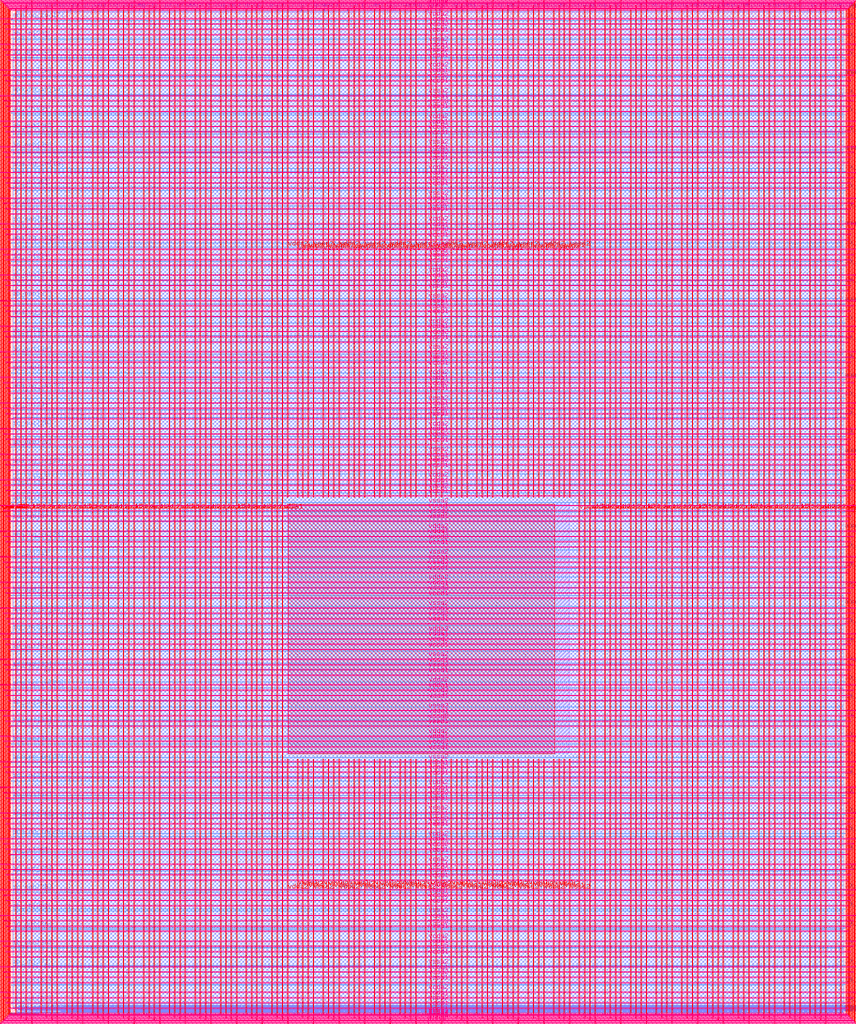
<source format=lef>
VERSION 5.7 ;
  NOWIREEXTENSIONATPIN ON ;
  DIVIDERCHAR "/" ;
  BUSBITCHARS "[]" ;
MACRO user_project_wrapper
  CLASS BLOCK ;
  FOREIGN user_project_wrapper ;
  ORIGIN 0.000 0.000 ;
  SIZE 2920.000 BY 3520.000 ;
  PIN analog_io[0]
    DIRECTION INOUT ;
    USE SIGNAL ;
    PORT
      LAYER met3 ;
        RECT 2917.600 1426.380 2924.800 1427.580 ;
    END
  END analog_io[0]
  PIN analog_io[10]
    DIRECTION INOUT ;
    USE SIGNAL ;
    PORT
      LAYER met2 ;
        RECT 2230.490 3517.600 2231.050 3524.800 ;
    END
  END analog_io[10]
  PIN analog_io[11]
    DIRECTION INOUT ;
    USE SIGNAL ;
    PORT
      LAYER met2 ;
        RECT 1905.730 3517.600 1906.290 3524.800 ;
    END
  END analog_io[11]
  PIN analog_io[12]
    DIRECTION INOUT ;
    USE SIGNAL ;
    PORT
      LAYER met2 ;
        RECT 1581.430 3517.600 1581.990 3524.800 ;
    END
  END analog_io[12]
  PIN analog_io[13]
    DIRECTION INOUT ;
    USE SIGNAL ;
    PORT
      LAYER met2 ;
        RECT 1257.130 3517.600 1257.690 3524.800 ;
    END
  END analog_io[13]
  PIN analog_io[14]
    DIRECTION INOUT ;
    USE SIGNAL ;
    PORT
      LAYER met2 ;
        RECT 932.370 3517.600 932.930 3524.800 ;
    END
  END analog_io[14]
  PIN analog_io[15]
    DIRECTION INOUT ;
    USE SIGNAL ;
    PORT
      LAYER met2 ;
        RECT 608.070 3517.600 608.630 3524.800 ;
    END
  END analog_io[15]
  PIN analog_io[16]
    DIRECTION INOUT ;
    USE SIGNAL ;
    PORT
      LAYER met2 ;
        RECT 283.770 3517.600 284.330 3524.800 ;
    END
  END analog_io[16]
  PIN analog_io[17]
    DIRECTION INOUT ;
    USE SIGNAL ;
    PORT
      LAYER met3 ;
        RECT -4.800 3486.100 2.400 3487.300 ;
    END
  END analog_io[17]
  PIN analog_io[18]
    DIRECTION INOUT ;
    USE SIGNAL ;
    PORT
      LAYER met3 ;
        RECT -4.800 3224.980 2.400 3226.180 ;
    END
  END analog_io[18]
  PIN analog_io[19]
    DIRECTION INOUT ;
    USE SIGNAL ;
    PORT
      LAYER met3 ;
        RECT -4.800 2964.540 2.400 2965.740 ;
    END
  END analog_io[19]
  PIN analog_io[1]
    DIRECTION INOUT ;
    USE SIGNAL ;
    PORT
      LAYER met3 ;
        RECT 2917.600 1692.260 2924.800 1693.460 ;
    END
  END analog_io[1]
  PIN analog_io[20]
    DIRECTION INOUT ;
    USE SIGNAL ;
    PORT
      LAYER met3 ;
        RECT -4.800 2703.420 2.400 2704.620 ;
    END
  END analog_io[20]
  PIN analog_io[21]
    DIRECTION INOUT ;
    USE SIGNAL ;
    PORT
      LAYER met3 ;
        RECT -4.800 2442.980 2.400 2444.180 ;
    END
  END analog_io[21]
  PIN analog_io[22]
    DIRECTION INOUT ;
    USE SIGNAL ;
    PORT
      LAYER met3 ;
        RECT -4.800 2182.540 2.400 2183.740 ;
    END
  END analog_io[22]
  PIN analog_io[23]
    DIRECTION INOUT ;
    USE SIGNAL ;
    PORT
      LAYER met3 ;
        RECT -4.800 1921.420 2.400 1922.620 ;
    END
  END analog_io[23]
  PIN analog_io[24]
    DIRECTION INOUT ;
    USE SIGNAL ;
    PORT
      LAYER met3 ;
        RECT -4.800 1660.980 2.400 1662.180 ;
    END
  END analog_io[24]
  PIN analog_io[25]
    DIRECTION INOUT ;
    USE SIGNAL ;
    PORT
      LAYER met3 ;
        RECT -4.800 1399.860 2.400 1401.060 ;
    END
  END analog_io[25]
  PIN analog_io[26]
    DIRECTION INOUT ;
    USE SIGNAL ;
    PORT
      LAYER met3 ;
        RECT -4.800 1139.420 2.400 1140.620 ;
    END
  END analog_io[26]
  PIN analog_io[27]
    DIRECTION INOUT ;
    USE SIGNAL ;
    PORT
      LAYER met3 ;
        RECT -4.800 878.980 2.400 880.180 ;
    END
  END analog_io[27]
  PIN analog_io[28]
    DIRECTION INOUT ;
    USE SIGNAL ;
    PORT
      LAYER met3 ;
        RECT -4.800 617.860 2.400 619.060 ;
    END
  END analog_io[28]
  PIN analog_io[2]
    DIRECTION INOUT ;
    USE SIGNAL ;
    PORT
      LAYER met3 ;
        RECT 2917.600 1958.140 2924.800 1959.340 ;
    END
  END analog_io[2]
  PIN analog_io[3]
    DIRECTION INOUT ;
    USE SIGNAL ;
    PORT
      LAYER met3 ;
        RECT 2917.600 2223.340 2924.800 2224.540 ;
    END
  END analog_io[3]
  PIN analog_io[4]
    DIRECTION INOUT ;
    USE SIGNAL ;
    PORT
      LAYER met3 ;
        RECT 2917.600 2489.220 2924.800 2490.420 ;
    END
  END analog_io[4]
  PIN analog_io[5]
    DIRECTION INOUT ;
    USE SIGNAL ;
    PORT
      LAYER met3 ;
        RECT 2917.600 2755.100 2924.800 2756.300 ;
    END
  END analog_io[5]
  PIN analog_io[6]
    DIRECTION INOUT ;
    USE SIGNAL ;
    PORT
      LAYER met3 ;
        RECT 2917.600 3020.300 2924.800 3021.500 ;
    END
  END analog_io[6]
  PIN analog_io[7]
    DIRECTION INOUT ;
    USE SIGNAL ;
    PORT
      LAYER met3 ;
        RECT 2917.600 3286.180 2924.800 3287.380 ;
    END
  END analog_io[7]
  PIN analog_io[8]
    DIRECTION INOUT ;
    USE SIGNAL ;
    PORT
      LAYER met2 ;
        RECT 2879.090 3517.600 2879.650 3524.800 ;
    END
  END analog_io[8]
  PIN analog_io[9]
    DIRECTION INOUT ;
    USE SIGNAL ;
    PORT
      LAYER met2 ;
        RECT 2554.790 3517.600 2555.350 3524.800 ;
    END
  END analog_io[9]
  PIN io_in[0]
    DIRECTION INPUT ;
    USE SIGNAL ;
    PORT
      LAYER met3 ;
        RECT 2917.600 32.380 2924.800 33.580 ;
    END
  END io_in[0]
  PIN io_in[10]
    DIRECTION INPUT ;
    USE SIGNAL ;
    PORT
      LAYER met3 ;
        RECT 2917.600 2289.980 2924.800 2291.180 ;
    END
  END io_in[10]
  PIN io_in[11]
    DIRECTION INPUT ;
    USE SIGNAL ;
    PORT
      LAYER met3 ;
        RECT 2917.600 2555.860 2924.800 2557.060 ;
    END
  END io_in[11]
  PIN io_in[12]
    DIRECTION INPUT ;
    USE SIGNAL ;
    PORT
      LAYER met3 ;
        RECT 2917.600 2821.060 2924.800 2822.260 ;
    END
  END io_in[12]
  PIN io_in[13]
    DIRECTION INPUT ;
    USE SIGNAL ;
    PORT
      LAYER met3 ;
        RECT 2917.600 3086.940 2924.800 3088.140 ;
    END
  END io_in[13]
  PIN io_in[14]
    DIRECTION INPUT ;
    USE SIGNAL ;
    PORT
      LAYER met3 ;
        RECT 2917.600 3352.820 2924.800 3354.020 ;
    END
  END io_in[14]
  PIN io_in[15]
    DIRECTION INPUT ;
    USE SIGNAL ;
    PORT
      LAYER met2 ;
        RECT 2798.130 3517.600 2798.690 3524.800 ;
    END
  END io_in[15]
  PIN io_in[16]
    DIRECTION INPUT ;
    USE SIGNAL ;
    PORT
      LAYER met2 ;
        RECT 2473.830 3517.600 2474.390 3524.800 ;
    END
  END io_in[16]
  PIN io_in[17]
    DIRECTION INPUT ;
    USE SIGNAL ;
    PORT
      LAYER met2 ;
        RECT 2149.070 3517.600 2149.630 3524.800 ;
    END
  END io_in[17]
  PIN io_in[18]
    DIRECTION INPUT ;
    USE SIGNAL ;
    PORT
      LAYER met2 ;
        RECT 1824.770 3517.600 1825.330 3524.800 ;
    END
  END io_in[18]
  PIN io_in[19]
    DIRECTION INPUT ;
    USE SIGNAL ;
    PORT
      LAYER met2 ;
        RECT 1500.470 3517.600 1501.030 3524.800 ;
    END
  END io_in[19]
  PIN io_in[1]
    DIRECTION INPUT ;
    USE SIGNAL ;
    PORT
      LAYER met3 ;
        RECT 2917.600 230.940 2924.800 232.140 ;
    END
  END io_in[1]
  PIN io_in[20]
    DIRECTION INPUT ;
    USE SIGNAL ;
    PORT
      LAYER met2 ;
        RECT 1175.710 3517.600 1176.270 3524.800 ;
    END
  END io_in[20]
  PIN io_in[21]
    DIRECTION INPUT ;
    USE SIGNAL ;
    PORT
      LAYER met2 ;
        RECT 851.410 3517.600 851.970 3524.800 ;
    END
  END io_in[21]
  PIN io_in[22]
    DIRECTION INPUT ;
    USE SIGNAL ;
    PORT
      LAYER met2 ;
        RECT 527.110 3517.600 527.670 3524.800 ;
    END
  END io_in[22]
  PIN io_in[23]
    DIRECTION INPUT ;
    USE SIGNAL ;
    PORT
      LAYER met2 ;
        RECT 202.350 3517.600 202.910 3524.800 ;
    END
  END io_in[23]
  PIN io_in[24]
    DIRECTION INPUT ;
    USE SIGNAL ;
    PORT
      LAYER met3 ;
        RECT -4.800 3420.820 2.400 3422.020 ;
    END
  END io_in[24]
  PIN io_in[25]
    DIRECTION INPUT ;
    USE SIGNAL ;
    PORT
      LAYER met3 ;
        RECT -4.800 3159.700 2.400 3160.900 ;
    END
  END io_in[25]
  PIN io_in[26]
    DIRECTION INPUT ;
    USE SIGNAL ;
    PORT
      LAYER met3 ;
        RECT -4.800 2899.260 2.400 2900.460 ;
    END
  END io_in[26]
  PIN io_in[27]
    DIRECTION INPUT ;
    USE SIGNAL ;
    PORT
      LAYER met3 ;
        RECT -4.800 2638.820 2.400 2640.020 ;
    END
  END io_in[27]
  PIN io_in[28]
    DIRECTION INPUT ;
    USE SIGNAL ;
    PORT
      LAYER met3 ;
        RECT -4.800 2377.700 2.400 2378.900 ;
    END
  END io_in[28]
  PIN io_in[29]
    DIRECTION INPUT ;
    USE SIGNAL ;
    PORT
      LAYER met3 ;
        RECT -4.800 2117.260 2.400 2118.460 ;
    END
  END io_in[29]
  PIN io_in[2]
    DIRECTION INPUT ;
    USE SIGNAL ;
    PORT
      LAYER met3 ;
        RECT 2917.600 430.180 2924.800 431.380 ;
    END
  END io_in[2]
  PIN io_in[30]
    DIRECTION INPUT ;
    USE SIGNAL ;
    PORT
      LAYER met3 ;
        RECT -4.800 1856.140 2.400 1857.340 ;
    END
  END io_in[30]
  PIN io_in[31]
    DIRECTION INPUT ;
    USE SIGNAL ;
    PORT
      LAYER met3 ;
        RECT -4.800 1595.700 2.400 1596.900 ;
    END
  END io_in[31]
  PIN io_in[32]
    DIRECTION INPUT ;
    USE SIGNAL ;
    PORT
      LAYER met3 ;
        RECT -4.800 1335.260 2.400 1336.460 ;
    END
  END io_in[32]
  PIN io_in[33]
    DIRECTION INPUT ;
    USE SIGNAL ;
    PORT
      LAYER met3 ;
        RECT -4.800 1074.140 2.400 1075.340 ;
    END
  END io_in[33]
  PIN io_in[34]
    DIRECTION INPUT ;
    USE SIGNAL ;
    PORT
      LAYER met3 ;
        RECT -4.800 813.700 2.400 814.900 ;
    END
  END io_in[34]
  PIN io_in[35]
    DIRECTION INPUT ;
    USE SIGNAL ;
    PORT
      LAYER met3 ;
        RECT -4.800 552.580 2.400 553.780 ;
    END
  END io_in[35]
  PIN io_in[36]
    DIRECTION INPUT ;
    USE SIGNAL ;
    PORT
      LAYER met3 ;
        RECT -4.800 357.420 2.400 358.620 ;
    END
  END io_in[36]
  PIN io_in[37]
    DIRECTION INPUT ;
    USE SIGNAL ;
    PORT
      LAYER met3 ;
        RECT -4.800 161.580 2.400 162.780 ;
    END
  END io_in[37]
  PIN io_in[3]
    DIRECTION INPUT ;
    USE SIGNAL ;
    PORT
      LAYER met3 ;
        RECT 2917.600 629.420 2924.800 630.620 ;
    END
  END io_in[3]
  PIN io_in[4]
    DIRECTION INPUT ;
    USE SIGNAL ;
    PORT
      LAYER met3 ;
        RECT 2917.600 828.660 2924.800 829.860 ;
    END
  END io_in[4]
  PIN io_in[5]
    DIRECTION INPUT ;
    USE SIGNAL ;
    PORT
      LAYER met3 ;
        RECT 2917.600 1027.900 2924.800 1029.100 ;
    END
  END io_in[5]
  PIN io_in[6]
    DIRECTION INPUT ;
    USE SIGNAL ;
    PORT
      LAYER met3 ;
        RECT 2917.600 1227.140 2924.800 1228.340 ;
    END
  END io_in[6]
  PIN io_in[7]
    DIRECTION INPUT ;
    USE SIGNAL ;
    PORT
      LAYER met3 ;
        RECT 2917.600 1493.020 2924.800 1494.220 ;
    END
  END io_in[7]
  PIN io_in[8]
    DIRECTION INPUT ;
    USE SIGNAL ;
    PORT
      LAYER met3 ;
        RECT 2917.600 1758.900 2924.800 1760.100 ;
    END
  END io_in[8]
  PIN io_in[9]
    DIRECTION INPUT ;
    USE SIGNAL ;
    PORT
      LAYER met3 ;
        RECT 2917.600 2024.100 2924.800 2025.300 ;
    END
  END io_in[9]
  PIN io_oeb[0]
    DIRECTION OUTPUT TRISTATE ;
    USE SIGNAL ;
    PORT
      LAYER met3 ;
        RECT 2917.600 164.980 2924.800 166.180 ;
    END
  END io_oeb[0]
  PIN io_oeb[10]
    DIRECTION OUTPUT TRISTATE ;
    USE SIGNAL ;
    PORT
      LAYER met3 ;
        RECT 2917.600 2422.580 2924.800 2423.780 ;
    END
  END io_oeb[10]
  PIN io_oeb[11]
    DIRECTION OUTPUT TRISTATE ;
    USE SIGNAL ;
    PORT
      LAYER met3 ;
        RECT 2917.600 2688.460 2924.800 2689.660 ;
    END
  END io_oeb[11]
  PIN io_oeb[12]
    DIRECTION OUTPUT TRISTATE ;
    USE SIGNAL ;
    PORT
      LAYER met3 ;
        RECT 2917.600 2954.340 2924.800 2955.540 ;
    END
  END io_oeb[12]
  PIN io_oeb[13]
    DIRECTION OUTPUT TRISTATE ;
    USE SIGNAL ;
    PORT
      LAYER met3 ;
        RECT 2917.600 3219.540 2924.800 3220.740 ;
    END
  END io_oeb[13]
  PIN io_oeb[14]
    DIRECTION OUTPUT TRISTATE ;
    USE SIGNAL ;
    PORT
      LAYER met3 ;
        RECT 2917.600 3485.420 2924.800 3486.620 ;
    END
  END io_oeb[14]
  PIN io_oeb[15]
    DIRECTION OUTPUT TRISTATE ;
    USE SIGNAL ;
    PORT
      LAYER met2 ;
        RECT 2635.750 3517.600 2636.310 3524.800 ;
    END
  END io_oeb[15]
  PIN io_oeb[16]
    DIRECTION OUTPUT TRISTATE ;
    USE SIGNAL ;
    PORT
      LAYER met2 ;
        RECT 2311.450 3517.600 2312.010 3524.800 ;
    END
  END io_oeb[16]
  PIN io_oeb[17]
    DIRECTION OUTPUT TRISTATE ;
    USE SIGNAL ;
    PORT
      LAYER met2 ;
        RECT 1987.150 3517.600 1987.710 3524.800 ;
    END
  END io_oeb[17]
  PIN io_oeb[18]
    DIRECTION OUTPUT TRISTATE ;
    USE SIGNAL ;
    PORT
      LAYER met2 ;
        RECT 1662.390 3517.600 1662.950 3524.800 ;
    END
  END io_oeb[18]
  PIN io_oeb[19]
    DIRECTION OUTPUT TRISTATE ;
    USE SIGNAL ;
    PORT
      LAYER met2 ;
        RECT 1338.090 3517.600 1338.650 3524.800 ;
    END
  END io_oeb[19]
  PIN io_oeb[1]
    DIRECTION OUTPUT TRISTATE ;
    USE SIGNAL ;
    PORT
      LAYER met3 ;
        RECT 2917.600 364.220 2924.800 365.420 ;
    END
  END io_oeb[1]
  PIN io_oeb[20]
    DIRECTION OUTPUT TRISTATE ;
    USE SIGNAL ;
    PORT
      LAYER met2 ;
        RECT 1013.790 3517.600 1014.350 3524.800 ;
    END
  END io_oeb[20]
  PIN io_oeb[21]
    DIRECTION OUTPUT TRISTATE ;
    USE SIGNAL ;
    PORT
      LAYER met2 ;
        RECT 689.030 3517.600 689.590 3524.800 ;
    END
  END io_oeb[21]
  PIN io_oeb[22]
    DIRECTION OUTPUT TRISTATE ;
    USE SIGNAL ;
    PORT
      LAYER met2 ;
        RECT 364.730 3517.600 365.290 3524.800 ;
    END
  END io_oeb[22]
  PIN io_oeb[23]
    DIRECTION OUTPUT TRISTATE ;
    USE SIGNAL ;
    PORT
      LAYER met2 ;
        RECT 40.430 3517.600 40.990 3524.800 ;
    END
  END io_oeb[23]
  PIN io_oeb[24]
    DIRECTION OUTPUT TRISTATE ;
    USE SIGNAL ;
    PORT
      LAYER met3 ;
        RECT -4.800 3290.260 2.400 3291.460 ;
    END
  END io_oeb[24]
  PIN io_oeb[25]
    DIRECTION OUTPUT TRISTATE ;
    USE SIGNAL ;
    PORT
      LAYER met3 ;
        RECT -4.800 3029.820 2.400 3031.020 ;
    END
  END io_oeb[25]
  PIN io_oeb[26]
    DIRECTION OUTPUT TRISTATE ;
    USE SIGNAL ;
    PORT
      LAYER met3 ;
        RECT -4.800 2768.700 2.400 2769.900 ;
    END
  END io_oeb[26]
  PIN io_oeb[27]
    DIRECTION OUTPUT TRISTATE ;
    USE SIGNAL ;
    PORT
      LAYER met3 ;
        RECT -4.800 2508.260 2.400 2509.460 ;
    END
  END io_oeb[27]
  PIN io_oeb[28]
    DIRECTION OUTPUT TRISTATE ;
    USE SIGNAL ;
    PORT
      LAYER met3 ;
        RECT -4.800 2247.140 2.400 2248.340 ;
    END
  END io_oeb[28]
  PIN io_oeb[29]
    DIRECTION OUTPUT TRISTATE ;
    USE SIGNAL ;
    PORT
      LAYER met3 ;
        RECT -4.800 1986.700 2.400 1987.900 ;
    END
  END io_oeb[29]
  PIN io_oeb[2]
    DIRECTION OUTPUT TRISTATE ;
    USE SIGNAL ;
    PORT
      LAYER met3 ;
        RECT 2917.600 563.460 2924.800 564.660 ;
    END
  END io_oeb[2]
  PIN io_oeb[30]
    DIRECTION OUTPUT TRISTATE ;
    USE SIGNAL ;
    PORT
      LAYER met3 ;
        RECT -4.800 1726.260 2.400 1727.460 ;
    END
  END io_oeb[30]
  PIN io_oeb[31]
    DIRECTION OUTPUT TRISTATE ;
    USE SIGNAL ;
    PORT
      LAYER met3 ;
        RECT -4.800 1465.140 2.400 1466.340 ;
    END
  END io_oeb[31]
  PIN io_oeb[32]
    DIRECTION OUTPUT TRISTATE ;
    USE SIGNAL ;
    PORT
      LAYER met3 ;
        RECT -4.800 1204.700 2.400 1205.900 ;
    END
  END io_oeb[32]
  PIN io_oeb[33]
    DIRECTION OUTPUT TRISTATE ;
    USE SIGNAL ;
    PORT
      LAYER met3 ;
        RECT -4.800 943.580 2.400 944.780 ;
    END
  END io_oeb[33]
  PIN io_oeb[34]
    DIRECTION OUTPUT TRISTATE ;
    USE SIGNAL ;
    PORT
      LAYER met3 ;
        RECT -4.800 683.140 2.400 684.340 ;
    END
  END io_oeb[34]
  PIN io_oeb[35]
    DIRECTION OUTPUT TRISTATE ;
    USE SIGNAL ;
    PORT
      LAYER met3 ;
        RECT -4.800 422.700 2.400 423.900 ;
    END
  END io_oeb[35]
  PIN io_oeb[36]
    DIRECTION OUTPUT TRISTATE ;
    USE SIGNAL ;
    PORT
      LAYER met3 ;
        RECT -4.800 226.860 2.400 228.060 ;
    END
  END io_oeb[36]
  PIN io_oeb[37]
    DIRECTION OUTPUT TRISTATE ;
    USE SIGNAL ;
    PORT
      LAYER met3 ;
        RECT -4.800 31.700 2.400 32.900 ;
    END
  END io_oeb[37]
  PIN io_oeb[3]
    DIRECTION OUTPUT TRISTATE ;
    USE SIGNAL ;
    PORT
      LAYER met3 ;
        RECT 2917.600 762.700 2924.800 763.900 ;
    END
  END io_oeb[3]
  PIN io_oeb[4]
    DIRECTION OUTPUT TRISTATE ;
    USE SIGNAL ;
    PORT
      LAYER met3 ;
        RECT 2917.600 961.940 2924.800 963.140 ;
    END
  END io_oeb[4]
  PIN io_oeb[5]
    DIRECTION OUTPUT TRISTATE ;
    USE SIGNAL ;
    PORT
      LAYER met3 ;
        RECT 2917.600 1161.180 2924.800 1162.380 ;
    END
  END io_oeb[5]
  PIN io_oeb[6]
    DIRECTION OUTPUT TRISTATE ;
    USE SIGNAL ;
    PORT
      LAYER met3 ;
        RECT 2917.600 1360.420 2924.800 1361.620 ;
    END
  END io_oeb[6]
  PIN io_oeb[7]
    DIRECTION OUTPUT TRISTATE ;
    USE SIGNAL ;
    PORT
      LAYER met3 ;
        RECT 2917.600 1625.620 2924.800 1626.820 ;
    END
  END io_oeb[7]
  PIN io_oeb[8]
    DIRECTION OUTPUT TRISTATE ;
    USE SIGNAL ;
    PORT
      LAYER met3 ;
        RECT 2917.600 1891.500 2924.800 1892.700 ;
    END
  END io_oeb[8]
  PIN io_oeb[9]
    DIRECTION OUTPUT TRISTATE ;
    USE SIGNAL ;
    PORT
      LAYER met3 ;
        RECT 2917.600 2157.380 2924.800 2158.580 ;
    END
  END io_oeb[9]
  PIN io_out[0]
    DIRECTION OUTPUT TRISTATE ;
    USE SIGNAL ;
    PORT
      LAYER met3 ;
        RECT 2917.600 98.340 2924.800 99.540 ;
    END
  END io_out[0]
  PIN io_out[10]
    DIRECTION OUTPUT TRISTATE ;
    USE SIGNAL ;
    PORT
      LAYER met3 ;
        RECT 2917.600 2356.620 2924.800 2357.820 ;
    END
  END io_out[10]
  PIN io_out[11]
    DIRECTION OUTPUT TRISTATE ;
    USE SIGNAL ;
    PORT
      LAYER met3 ;
        RECT 2917.600 2621.820 2924.800 2623.020 ;
    END
  END io_out[11]
  PIN io_out[12]
    DIRECTION OUTPUT TRISTATE ;
    USE SIGNAL ;
    PORT
      LAYER met3 ;
        RECT 2917.600 2887.700 2924.800 2888.900 ;
    END
  END io_out[12]
  PIN io_out[13]
    DIRECTION OUTPUT TRISTATE ;
    USE SIGNAL ;
    PORT
      LAYER met3 ;
        RECT 2917.600 3153.580 2924.800 3154.780 ;
    END
  END io_out[13]
  PIN io_out[14]
    DIRECTION OUTPUT TRISTATE ;
    USE SIGNAL ;
    PORT
      LAYER met3 ;
        RECT 2917.600 3418.780 2924.800 3419.980 ;
    END
  END io_out[14]
  PIN io_out[15]
    DIRECTION OUTPUT TRISTATE ;
    USE SIGNAL ;
    PORT
      LAYER met2 ;
        RECT 2717.170 3517.600 2717.730 3524.800 ;
    END
  END io_out[15]
  PIN io_out[16]
    DIRECTION OUTPUT TRISTATE ;
    USE SIGNAL ;
    PORT
      LAYER met2 ;
        RECT 2392.410 3517.600 2392.970 3524.800 ;
    END
  END io_out[16]
  PIN io_out[17]
    DIRECTION OUTPUT TRISTATE ;
    USE SIGNAL ;
    PORT
      LAYER met2 ;
        RECT 2068.110 3517.600 2068.670 3524.800 ;
    END
  END io_out[17]
  PIN io_out[18]
    DIRECTION OUTPUT TRISTATE ;
    USE SIGNAL ;
    PORT
      LAYER met2 ;
        RECT 1743.810 3517.600 1744.370 3524.800 ;
    END
  END io_out[18]
  PIN io_out[19]
    DIRECTION OUTPUT TRISTATE ;
    USE SIGNAL ;
    PORT
      LAYER met2 ;
        RECT 1419.050 3517.600 1419.610 3524.800 ;
    END
  END io_out[19]
  PIN io_out[1]
    DIRECTION OUTPUT TRISTATE ;
    USE SIGNAL ;
    PORT
      LAYER met3 ;
        RECT 2917.600 297.580 2924.800 298.780 ;
    END
  END io_out[1]
  PIN io_out[20]
    DIRECTION OUTPUT TRISTATE ;
    USE SIGNAL ;
    PORT
      LAYER met2 ;
        RECT 1094.750 3517.600 1095.310 3524.800 ;
    END
  END io_out[20]
  PIN io_out[21]
    DIRECTION OUTPUT TRISTATE ;
    USE SIGNAL ;
    PORT
      LAYER met2 ;
        RECT 770.450 3517.600 771.010 3524.800 ;
    END
  END io_out[21]
  PIN io_out[22]
    DIRECTION OUTPUT TRISTATE ;
    USE SIGNAL ;
    PORT
      LAYER met2 ;
        RECT 445.690 3517.600 446.250 3524.800 ;
    END
  END io_out[22]
  PIN io_out[23]
    DIRECTION OUTPUT TRISTATE ;
    USE SIGNAL ;
    PORT
      LAYER met2 ;
        RECT 121.390 3517.600 121.950 3524.800 ;
    END
  END io_out[23]
  PIN io_out[24]
    DIRECTION OUTPUT TRISTATE ;
    USE SIGNAL ;
    PORT
      LAYER met3 ;
        RECT -4.800 3355.540 2.400 3356.740 ;
    END
  END io_out[24]
  PIN io_out[25]
    DIRECTION OUTPUT TRISTATE ;
    USE SIGNAL ;
    PORT
      LAYER met3 ;
        RECT -4.800 3095.100 2.400 3096.300 ;
    END
  END io_out[25]
  PIN io_out[26]
    DIRECTION OUTPUT TRISTATE ;
    USE SIGNAL ;
    PORT
      LAYER met3 ;
        RECT -4.800 2833.980 2.400 2835.180 ;
    END
  END io_out[26]
  PIN io_out[27]
    DIRECTION OUTPUT TRISTATE ;
    USE SIGNAL ;
    PORT
      LAYER met3 ;
        RECT -4.800 2573.540 2.400 2574.740 ;
    END
  END io_out[27]
  PIN io_out[28]
    DIRECTION OUTPUT TRISTATE ;
    USE SIGNAL ;
    PORT
      LAYER met3 ;
        RECT -4.800 2312.420 2.400 2313.620 ;
    END
  END io_out[28]
  PIN io_out[29]
    DIRECTION OUTPUT TRISTATE ;
    USE SIGNAL ;
    PORT
      LAYER met3 ;
        RECT -4.800 2051.980 2.400 2053.180 ;
    END
  END io_out[29]
  PIN io_out[2]
    DIRECTION OUTPUT TRISTATE ;
    USE SIGNAL ;
    PORT
      LAYER met3 ;
        RECT 2917.600 496.820 2924.800 498.020 ;
    END
  END io_out[2]
  PIN io_out[30]
    DIRECTION OUTPUT TRISTATE ;
    USE SIGNAL ;
    PORT
      LAYER met3 ;
        RECT -4.800 1791.540 2.400 1792.740 ;
    END
  END io_out[30]
  PIN io_out[31]
    DIRECTION OUTPUT TRISTATE ;
    USE SIGNAL ;
    PORT
      LAYER met3 ;
        RECT -4.800 1530.420 2.400 1531.620 ;
    END
  END io_out[31]
  PIN io_out[32]
    DIRECTION OUTPUT TRISTATE ;
    USE SIGNAL ;
    PORT
      LAYER met3 ;
        RECT -4.800 1269.980 2.400 1271.180 ;
    END
  END io_out[32]
  PIN io_out[33]
    DIRECTION OUTPUT TRISTATE ;
    USE SIGNAL ;
    PORT
      LAYER met3 ;
        RECT -4.800 1008.860 2.400 1010.060 ;
    END
  END io_out[33]
  PIN io_out[34]
    DIRECTION OUTPUT TRISTATE ;
    USE SIGNAL ;
    PORT
      LAYER met3 ;
        RECT -4.800 748.420 2.400 749.620 ;
    END
  END io_out[34]
  PIN io_out[35]
    DIRECTION OUTPUT TRISTATE ;
    USE SIGNAL ;
    PORT
      LAYER met3 ;
        RECT -4.800 487.300 2.400 488.500 ;
    END
  END io_out[35]
  PIN io_out[36]
    DIRECTION OUTPUT TRISTATE ;
    USE SIGNAL ;
    PORT
      LAYER met3 ;
        RECT -4.800 292.140 2.400 293.340 ;
    END
  END io_out[36]
  PIN io_out[37]
    DIRECTION OUTPUT TRISTATE ;
    USE SIGNAL ;
    PORT
      LAYER met3 ;
        RECT -4.800 96.300 2.400 97.500 ;
    END
  END io_out[37]
  PIN io_out[3]
    DIRECTION OUTPUT TRISTATE ;
    USE SIGNAL ;
    PORT
      LAYER met3 ;
        RECT 2917.600 696.060 2924.800 697.260 ;
    END
  END io_out[3]
  PIN io_out[4]
    DIRECTION OUTPUT TRISTATE ;
    USE SIGNAL ;
    PORT
      LAYER met3 ;
        RECT 2917.600 895.300 2924.800 896.500 ;
    END
  END io_out[4]
  PIN io_out[5]
    DIRECTION OUTPUT TRISTATE ;
    USE SIGNAL ;
    PORT
      LAYER met3 ;
        RECT 2917.600 1094.540 2924.800 1095.740 ;
    END
  END io_out[5]
  PIN io_out[6]
    DIRECTION OUTPUT TRISTATE ;
    USE SIGNAL ;
    PORT
      LAYER met3 ;
        RECT 2917.600 1293.780 2924.800 1294.980 ;
    END
  END io_out[6]
  PIN io_out[7]
    DIRECTION OUTPUT TRISTATE ;
    USE SIGNAL ;
    PORT
      LAYER met3 ;
        RECT 2917.600 1559.660 2924.800 1560.860 ;
    END
  END io_out[7]
  PIN io_out[8]
    DIRECTION OUTPUT TRISTATE ;
    USE SIGNAL ;
    PORT
      LAYER met3 ;
        RECT 2917.600 1824.860 2924.800 1826.060 ;
    END
  END io_out[8]
  PIN io_out[9]
    DIRECTION OUTPUT TRISTATE ;
    USE SIGNAL ;
    PORT
      LAYER met3 ;
        RECT 2917.600 2090.740 2924.800 2091.940 ;
    END
  END io_out[9]
  PIN la_data_in[0]
    DIRECTION INPUT ;
    USE SIGNAL ;
    PORT
      LAYER met2 ;
        RECT 629.230 -4.800 629.790 2.400 ;
    END
  END la_data_in[0]
  PIN la_data_in[100]
    DIRECTION INPUT ;
    USE SIGNAL ;
    PORT
      LAYER met2 ;
        RECT 2402.530 -4.800 2403.090 2.400 ;
    END
  END la_data_in[100]
  PIN la_data_in[101]
    DIRECTION INPUT ;
    USE SIGNAL ;
    PORT
      LAYER met2 ;
        RECT 2420.010 -4.800 2420.570 2.400 ;
    END
  END la_data_in[101]
  PIN la_data_in[102]
    DIRECTION INPUT ;
    USE SIGNAL ;
    PORT
      LAYER met2 ;
        RECT 2437.950 -4.800 2438.510 2.400 ;
    END
  END la_data_in[102]
  PIN la_data_in[103]
    DIRECTION INPUT ;
    USE SIGNAL ;
    PORT
      LAYER met2 ;
        RECT 2455.430 -4.800 2455.990 2.400 ;
    END
  END la_data_in[103]
  PIN la_data_in[104]
    DIRECTION INPUT ;
    USE SIGNAL ;
    PORT
      LAYER met2 ;
        RECT 2473.370 -4.800 2473.930 2.400 ;
    END
  END la_data_in[104]
  PIN la_data_in[105]
    DIRECTION INPUT ;
    USE SIGNAL ;
    PORT
      LAYER met2 ;
        RECT 2490.850 -4.800 2491.410 2.400 ;
    END
  END la_data_in[105]
  PIN la_data_in[106]
    DIRECTION INPUT ;
    USE SIGNAL ;
    PORT
      LAYER met2 ;
        RECT 2508.790 -4.800 2509.350 2.400 ;
    END
  END la_data_in[106]
  PIN la_data_in[107]
    DIRECTION INPUT ;
    USE SIGNAL ;
    PORT
      LAYER met2 ;
        RECT 2526.730 -4.800 2527.290 2.400 ;
    END
  END la_data_in[107]
  PIN la_data_in[108]
    DIRECTION INPUT ;
    USE SIGNAL ;
    PORT
      LAYER met2 ;
        RECT 2544.210 -4.800 2544.770 2.400 ;
    END
  END la_data_in[108]
  PIN la_data_in[109]
    DIRECTION INPUT ;
    USE SIGNAL ;
    PORT
      LAYER met2 ;
        RECT 2562.150 -4.800 2562.710 2.400 ;
    END
  END la_data_in[109]
  PIN la_data_in[10]
    DIRECTION INPUT ;
    USE SIGNAL ;
    PORT
      LAYER met2 ;
        RECT 806.330 -4.800 806.890 2.400 ;
    END
  END la_data_in[10]
  PIN la_data_in[110]
    DIRECTION INPUT ;
    USE SIGNAL ;
    PORT
      LAYER met2 ;
        RECT 2579.630 -4.800 2580.190 2.400 ;
    END
  END la_data_in[110]
  PIN la_data_in[111]
    DIRECTION INPUT ;
    USE SIGNAL ;
    PORT
      LAYER met2 ;
        RECT 2597.570 -4.800 2598.130 2.400 ;
    END
  END la_data_in[111]
  PIN la_data_in[112]
    DIRECTION INPUT ;
    USE SIGNAL ;
    PORT
      LAYER met2 ;
        RECT 2615.050 -4.800 2615.610 2.400 ;
    END
  END la_data_in[112]
  PIN la_data_in[113]
    DIRECTION INPUT ;
    USE SIGNAL ;
    PORT
      LAYER met2 ;
        RECT 2632.990 -4.800 2633.550 2.400 ;
    END
  END la_data_in[113]
  PIN la_data_in[114]
    DIRECTION INPUT ;
    USE SIGNAL ;
    PORT
      LAYER met2 ;
        RECT 2650.470 -4.800 2651.030 2.400 ;
    END
  END la_data_in[114]
  PIN la_data_in[115]
    DIRECTION INPUT ;
    USE SIGNAL ;
    PORT
      LAYER met2 ;
        RECT 2668.410 -4.800 2668.970 2.400 ;
    END
  END la_data_in[115]
  PIN la_data_in[116]
    DIRECTION INPUT ;
    USE SIGNAL ;
    PORT
      LAYER met2 ;
        RECT 2685.890 -4.800 2686.450 2.400 ;
    END
  END la_data_in[116]
  PIN la_data_in[117]
    DIRECTION INPUT ;
    USE SIGNAL ;
    PORT
      LAYER met2 ;
        RECT 2703.830 -4.800 2704.390 2.400 ;
    END
  END la_data_in[117]
  PIN la_data_in[118]
    DIRECTION INPUT ;
    USE SIGNAL ;
    PORT
      LAYER met2 ;
        RECT 2721.770 -4.800 2722.330 2.400 ;
    END
  END la_data_in[118]
  PIN la_data_in[119]
    DIRECTION INPUT ;
    USE SIGNAL ;
    PORT
      LAYER met2 ;
        RECT 2739.250 -4.800 2739.810 2.400 ;
    END
  END la_data_in[119]
  PIN la_data_in[11]
    DIRECTION INPUT ;
    USE SIGNAL ;
    PORT
      LAYER met2 ;
        RECT 824.270 -4.800 824.830 2.400 ;
    END
  END la_data_in[11]
  PIN la_data_in[120]
    DIRECTION INPUT ;
    USE SIGNAL ;
    PORT
      LAYER met2 ;
        RECT 2757.190 -4.800 2757.750 2.400 ;
    END
  END la_data_in[120]
  PIN la_data_in[121]
    DIRECTION INPUT ;
    USE SIGNAL ;
    PORT
      LAYER met2 ;
        RECT 2774.670 -4.800 2775.230 2.400 ;
    END
  END la_data_in[121]
  PIN la_data_in[122]
    DIRECTION INPUT ;
    USE SIGNAL ;
    PORT
      LAYER met2 ;
        RECT 2792.610 -4.800 2793.170 2.400 ;
    END
  END la_data_in[122]
  PIN la_data_in[123]
    DIRECTION INPUT ;
    USE SIGNAL ;
    PORT
      LAYER met2 ;
        RECT 2810.090 -4.800 2810.650 2.400 ;
    END
  END la_data_in[123]
  PIN la_data_in[124]
    DIRECTION INPUT ;
    USE SIGNAL ;
    PORT
      LAYER met2 ;
        RECT 2828.030 -4.800 2828.590 2.400 ;
    END
  END la_data_in[124]
  PIN la_data_in[125]
    DIRECTION INPUT ;
    USE SIGNAL ;
    PORT
      LAYER met2 ;
        RECT 2845.510 -4.800 2846.070 2.400 ;
    END
  END la_data_in[125]
  PIN la_data_in[126]
    DIRECTION INPUT ;
    USE SIGNAL ;
    PORT
      LAYER met2 ;
        RECT 2863.450 -4.800 2864.010 2.400 ;
    END
  END la_data_in[126]
  PIN la_data_in[127]
    DIRECTION INPUT ;
    USE SIGNAL ;
    PORT
      LAYER met2 ;
        RECT 2881.390 -4.800 2881.950 2.400 ;
    END
  END la_data_in[127]
  PIN la_data_in[12]
    DIRECTION INPUT ;
    USE SIGNAL ;
    PORT
      LAYER met2 ;
        RECT 841.750 -4.800 842.310 2.400 ;
    END
  END la_data_in[12]
  PIN la_data_in[13]
    DIRECTION INPUT ;
    USE SIGNAL ;
    PORT
      LAYER met2 ;
        RECT 859.690 -4.800 860.250 2.400 ;
    END
  END la_data_in[13]
  PIN la_data_in[14]
    DIRECTION INPUT ;
    USE SIGNAL ;
    PORT
      LAYER met2 ;
        RECT 877.170 -4.800 877.730 2.400 ;
    END
  END la_data_in[14]
  PIN la_data_in[15]
    DIRECTION INPUT ;
    USE SIGNAL ;
    PORT
      LAYER met2 ;
        RECT 895.110 -4.800 895.670 2.400 ;
    END
  END la_data_in[15]
  PIN la_data_in[16]
    DIRECTION INPUT ;
    USE SIGNAL ;
    PORT
      LAYER met2 ;
        RECT 912.590 -4.800 913.150 2.400 ;
    END
  END la_data_in[16]
  PIN la_data_in[17]
    DIRECTION INPUT ;
    USE SIGNAL ;
    PORT
      LAYER met2 ;
        RECT 930.530 -4.800 931.090 2.400 ;
    END
  END la_data_in[17]
  PIN la_data_in[18]
    DIRECTION INPUT ;
    USE SIGNAL ;
    PORT
      LAYER met2 ;
        RECT 948.470 -4.800 949.030 2.400 ;
    END
  END la_data_in[18]
  PIN la_data_in[19]
    DIRECTION INPUT ;
    USE SIGNAL ;
    PORT
      LAYER met2 ;
        RECT 965.950 -4.800 966.510 2.400 ;
    END
  END la_data_in[19]
  PIN la_data_in[1]
    DIRECTION INPUT ;
    USE SIGNAL ;
    PORT
      LAYER met2 ;
        RECT 646.710 -4.800 647.270 2.400 ;
    END
  END la_data_in[1]
  PIN la_data_in[20]
    DIRECTION INPUT ;
    USE SIGNAL ;
    PORT
      LAYER met2 ;
        RECT 983.890 -4.800 984.450 2.400 ;
    END
  END la_data_in[20]
  PIN la_data_in[21]
    DIRECTION INPUT ;
    USE SIGNAL ;
    PORT
      LAYER met2 ;
        RECT 1001.370 -4.800 1001.930 2.400 ;
    END
  END la_data_in[21]
  PIN la_data_in[22]
    DIRECTION INPUT ;
    USE SIGNAL ;
    PORT
      LAYER met2 ;
        RECT 1019.310 -4.800 1019.870 2.400 ;
    END
  END la_data_in[22]
  PIN la_data_in[23]
    DIRECTION INPUT ;
    USE SIGNAL ;
    PORT
      LAYER met2 ;
        RECT 1036.790 -4.800 1037.350 2.400 ;
    END
  END la_data_in[23]
  PIN la_data_in[24]
    DIRECTION INPUT ;
    USE SIGNAL ;
    PORT
      LAYER met2 ;
        RECT 1054.730 -4.800 1055.290 2.400 ;
    END
  END la_data_in[24]
  PIN la_data_in[25]
    DIRECTION INPUT ;
    USE SIGNAL ;
    PORT
      LAYER met2 ;
        RECT 1072.210 -4.800 1072.770 2.400 ;
    END
  END la_data_in[25]
  PIN la_data_in[26]
    DIRECTION INPUT ;
    USE SIGNAL ;
    PORT
      LAYER met2 ;
        RECT 1090.150 -4.800 1090.710 2.400 ;
    END
  END la_data_in[26]
  PIN la_data_in[27]
    DIRECTION INPUT ;
    USE SIGNAL ;
    PORT
      LAYER met2 ;
        RECT 1107.630 -4.800 1108.190 2.400 ;
    END
  END la_data_in[27]
  PIN la_data_in[28]
    DIRECTION INPUT ;
    USE SIGNAL ;
    PORT
      LAYER met2 ;
        RECT 1125.570 -4.800 1126.130 2.400 ;
    END
  END la_data_in[28]
  PIN la_data_in[29]
    DIRECTION INPUT ;
    USE SIGNAL ;
    PORT
      LAYER met2 ;
        RECT 1143.510 -4.800 1144.070 2.400 ;
    END
  END la_data_in[29]
  PIN la_data_in[2]
    DIRECTION INPUT ;
    USE SIGNAL ;
    PORT
      LAYER met2 ;
        RECT 664.650 -4.800 665.210 2.400 ;
    END
  END la_data_in[2]
  PIN la_data_in[30]
    DIRECTION INPUT ;
    USE SIGNAL ;
    PORT
      LAYER met2 ;
        RECT 1160.990 -4.800 1161.550 2.400 ;
    END
  END la_data_in[30]
  PIN la_data_in[31]
    DIRECTION INPUT ;
    USE SIGNAL ;
    PORT
      LAYER met2 ;
        RECT 1178.930 -4.800 1179.490 2.400 ;
    END
  END la_data_in[31]
  PIN la_data_in[32]
    DIRECTION INPUT ;
    USE SIGNAL ;
    PORT
      LAYER met2 ;
        RECT 1196.410 -4.800 1196.970 2.400 ;
    END
  END la_data_in[32]
  PIN la_data_in[33]
    DIRECTION INPUT ;
    USE SIGNAL ;
    PORT
      LAYER met2 ;
        RECT 1214.350 -4.800 1214.910 2.400 ;
    END
  END la_data_in[33]
  PIN la_data_in[34]
    DIRECTION INPUT ;
    USE SIGNAL ;
    PORT
      LAYER met2 ;
        RECT 1231.830 -4.800 1232.390 2.400 ;
    END
  END la_data_in[34]
  PIN la_data_in[35]
    DIRECTION INPUT ;
    USE SIGNAL ;
    PORT
      LAYER met2 ;
        RECT 1249.770 -4.800 1250.330 2.400 ;
    END
  END la_data_in[35]
  PIN la_data_in[36]
    DIRECTION INPUT ;
    USE SIGNAL ;
    PORT
      LAYER met2 ;
        RECT 1267.250 -4.800 1267.810 2.400 ;
    END
  END la_data_in[36]
  PIN la_data_in[37]
    DIRECTION INPUT ;
    USE SIGNAL ;
    PORT
      LAYER met2 ;
        RECT 1285.190 -4.800 1285.750 2.400 ;
    END
  END la_data_in[37]
  PIN la_data_in[38]
    DIRECTION INPUT ;
    USE SIGNAL ;
    PORT
      LAYER met2 ;
        RECT 1303.130 -4.800 1303.690 2.400 ;
    END
  END la_data_in[38]
  PIN la_data_in[39]
    DIRECTION INPUT ;
    USE SIGNAL ;
    PORT
      LAYER met2 ;
        RECT 1320.610 -4.800 1321.170 2.400 ;
    END
  END la_data_in[39]
  PIN la_data_in[3]
    DIRECTION INPUT ;
    USE SIGNAL ;
    PORT
      LAYER met2 ;
        RECT 682.130 -4.800 682.690 2.400 ;
    END
  END la_data_in[3]
  PIN la_data_in[40]
    DIRECTION INPUT ;
    USE SIGNAL ;
    PORT
      LAYER met2 ;
        RECT 1338.550 -4.800 1339.110 2.400 ;
    END
  END la_data_in[40]
  PIN la_data_in[41]
    DIRECTION INPUT ;
    USE SIGNAL ;
    PORT
      LAYER met2 ;
        RECT 1356.030 -4.800 1356.590 2.400 ;
    END
  END la_data_in[41]
  PIN la_data_in[42]
    DIRECTION INPUT ;
    USE SIGNAL ;
    PORT
      LAYER met2 ;
        RECT 1373.970 -4.800 1374.530 2.400 ;
    END
  END la_data_in[42]
  PIN la_data_in[43]
    DIRECTION INPUT ;
    USE SIGNAL ;
    PORT
      LAYER met2 ;
        RECT 1391.450 -4.800 1392.010 2.400 ;
    END
  END la_data_in[43]
  PIN la_data_in[44]
    DIRECTION INPUT ;
    USE SIGNAL ;
    PORT
      LAYER met2 ;
        RECT 1409.390 -4.800 1409.950 2.400 ;
    END
  END la_data_in[44]
  PIN la_data_in[45]
    DIRECTION INPUT ;
    USE SIGNAL ;
    PORT
      LAYER met2 ;
        RECT 1426.870 -4.800 1427.430 2.400 ;
    END
  END la_data_in[45]
  PIN la_data_in[46]
    DIRECTION INPUT ;
    USE SIGNAL ;
    PORT
      LAYER met2 ;
        RECT 1444.810 -4.800 1445.370 2.400 ;
    END
  END la_data_in[46]
  PIN la_data_in[47]
    DIRECTION INPUT ;
    USE SIGNAL ;
    PORT
      LAYER met2 ;
        RECT 1462.750 -4.800 1463.310 2.400 ;
    END
  END la_data_in[47]
  PIN la_data_in[48]
    DIRECTION INPUT ;
    USE SIGNAL ;
    PORT
      LAYER met2 ;
        RECT 1480.230 -4.800 1480.790 2.400 ;
    END
  END la_data_in[48]
  PIN la_data_in[49]
    DIRECTION INPUT ;
    USE SIGNAL ;
    PORT
      LAYER met2 ;
        RECT 1498.170 -4.800 1498.730 2.400 ;
    END
  END la_data_in[49]
  PIN la_data_in[4]
    DIRECTION INPUT ;
    USE SIGNAL ;
    PORT
      LAYER met2 ;
        RECT 700.070 -4.800 700.630 2.400 ;
    END
  END la_data_in[4]
  PIN la_data_in[50]
    DIRECTION INPUT ;
    USE SIGNAL ;
    PORT
      LAYER met2 ;
        RECT 1515.650 -4.800 1516.210 2.400 ;
    END
  END la_data_in[50]
  PIN la_data_in[51]
    DIRECTION INPUT ;
    USE SIGNAL ;
    PORT
      LAYER met2 ;
        RECT 1533.590 -4.800 1534.150 2.400 ;
    END
  END la_data_in[51]
  PIN la_data_in[52]
    DIRECTION INPUT ;
    USE SIGNAL ;
    PORT
      LAYER met2 ;
        RECT 1551.070 -4.800 1551.630 2.400 ;
    END
  END la_data_in[52]
  PIN la_data_in[53]
    DIRECTION INPUT ;
    USE SIGNAL ;
    PORT
      LAYER met2 ;
        RECT 1569.010 -4.800 1569.570 2.400 ;
    END
  END la_data_in[53]
  PIN la_data_in[54]
    DIRECTION INPUT ;
    USE SIGNAL ;
    PORT
      LAYER met2 ;
        RECT 1586.490 -4.800 1587.050 2.400 ;
    END
  END la_data_in[54]
  PIN la_data_in[55]
    DIRECTION INPUT ;
    USE SIGNAL ;
    PORT
      LAYER met2 ;
        RECT 1604.430 -4.800 1604.990 2.400 ;
    END
  END la_data_in[55]
  PIN la_data_in[56]
    DIRECTION INPUT ;
    USE SIGNAL ;
    PORT
      LAYER met2 ;
        RECT 1621.910 -4.800 1622.470 2.400 ;
    END
  END la_data_in[56]
  PIN la_data_in[57]
    DIRECTION INPUT ;
    USE SIGNAL ;
    PORT
      LAYER met2 ;
        RECT 1639.850 -4.800 1640.410 2.400 ;
    END
  END la_data_in[57]
  PIN la_data_in[58]
    DIRECTION INPUT ;
    USE SIGNAL ;
    PORT
      LAYER met2 ;
        RECT 1657.790 -4.800 1658.350 2.400 ;
    END
  END la_data_in[58]
  PIN la_data_in[59]
    DIRECTION INPUT ;
    USE SIGNAL ;
    PORT
      LAYER met2 ;
        RECT 1675.270 -4.800 1675.830 2.400 ;
    END
  END la_data_in[59]
  PIN la_data_in[5]
    DIRECTION INPUT ;
    USE SIGNAL ;
    PORT
      LAYER met2 ;
        RECT 717.550 -4.800 718.110 2.400 ;
    END
  END la_data_in[5]
  PIN la_data_in[60]
    DIRECTION INPUT ;
    USE SIGNAL ;
    PORT
      LAYER met2 ;
        RECT 1693.210 -4.800 1693.770 2.400 ;
    END
  END la_data_in[60]
  PIN la_data_in[61]
    DIRECTION INPUT ;
    USE SIGNAL ;
    PORT
      LAYER met2 ;
        RECT 1710.690 -4.800 1711.250 2.400 ;
    END
  END la_data_in[61]
  PIN la_data_in[62]
    DIRECTION INPUT ;
    USE SIGNAL ;
    PORT
      LAYER met2 ;
        RECT 1728.630 -4.800 1729.190 2.400 ;
    END
  END la_data_in[62]
  PIN la_data_in[63]
    DIRECTION INPUT ;
    USE SIGNAL ;
    PORT
      LAYER met2 ;
        RECT 1746.110 -4.800 1746.670 2.400 ;
    END
  END la_data_in[63]
  PIN la_data_in[64]
    DIRECTION INPUT ;
    USE SIGNAL ;
    PORT
      LAYER met2 ;
        RECT 1764.050 -4.800 1764.610 2.400 ;
    END
  END la_data_in[64]
  PIN la_data_in[65]
    DIRECTION INPUT ;
    USE SIGNAL ;
    PORT
      LAYER met2 ;
        RECT 1781.530 -4.800 1782.090 2.400 ;
    END
  END la_data_in[65]
  PIN la_data_in[66]
    DIRECTION INPUT ;
    USE SIGNAL ;
    PORT
      LAYER met2 ;
        RECT 1799.470 -4.800 1800.030 2.400 ;
    END
  END la_data_in[66]
  PIN la_data_in[67]
    DIRECTION INPUT ;
    USE SIGNAL ;
    PORT
      LAYER met2 ;
        RECT 1817.410 -4.800 1817.970 2.400 ;
    END
  END la_data_in[67]
  PIN la_data_in[68]
    DIRECTION INPUT ;
    USE SIGNAL ;
    PORT
      LAYER met2 ;
        RECT 1834.890 -4.800 1835.450 2.400 ;
    END
  END la_data_in[68]
  PIN la_data_in[69]
    DIRECTION INPUT ;
    USE SIGNAL ;
    PORT
      LAYER met2 ;
        RECT 1852.830 -4.800 1853.390 2.400 ;
    END
  END la_data_in[69]
  PIN la_data_in[6]
    DIRECTION INPUT ;
    USE SIGNAL ;
    PORT
      LAYER met2 ;
        RECT 735.490 -4.800 736.050 2.400 ;
    END
  END la_data_in[6]
  PIN la_data_in[70]
    DIRECTION INPUT ;
    USE SIGNAL ;
    PORT
      LAYER met2 ;
        RECT 1870.310 -4.800 1870.870 2.400 ;
    END
  END la_data_in[70]
  PIN la_data_in[71]
    DIRECTION INPUT ;
    USE SIGNAL ;
    PORT
      LAYER met2 ;
        RECT 1888.250 -4.800 1888.810 2.400 ;
    END
  END la_data_in[71]
  PIN la_data_in[72]
    DIRECTION INPUT ;
    USE SIGNAL ;
    PORT
      LAYER met2 ;
        RECT 1905.730 -4.800 1906.290 2.400 ;
    END
  END la_data_in[72]
  PIN la_data_in[73]
    DIRECTION INPUT ;
    USE SIGNAL ;
    PORT
      LAYER met2 ;
        RECT 1923.670 -4.800 1924.230 2.400 ;
    END
  END la_data_in[73]
  PIN la_data_in[74]
    DIRECTION INPUT ;
    USE SIGNAL ;
    PORT
      LAYER met2 ;
        RECT 1941.150 -4.800 1941.710 2.400 ;
    END
  END la_data_in[74]
  PIN la_data_in[75]
    DIRECTION INPUT ;
    USE SIGNAL ;
    PORT
      LAYER met2 ;
        RECT 1959.090 -4.800 1959.650 2.400 ;
    END
  END la_data_in[75]
  PIN la_data_in[76]
    DIRECTION INPUT ;
    USE SIGNAL ;
    PORT
      LAYER met2 ;
        RECT 1976.570 -4.800 1977.130 2.400 ;
    END
  END la_data_in[76]
  PIN la_data_in[77]
    DIRECTION INPUT ;
    USE SIGNAL ;
    PORT
      LAYER met2 ;
        RECT 1994.510 -4.800 1995.070 2.400 ;
    END
  END la_data_in[77]
  PIN la_data_in[78]
    DIRECTION INPUT ;
    USE SIGNAL ;
    PORT
      LAYER met2 ;
        RECT 2012.450 -4.800 2013.010 2.400 ;
    END
  END la_data_in[78]
  PIN la_data_in[79]
    DIRECTION INPUT ;
    USE SIGNAL ;
    PORT
      LAYER met2 ;
        RECT 2029.930 -4.800 2030.490 2.400 ;
    END
  END la_data_in[79]
  PIN la_data_in[7]
    DIRECTION INPUT ;
    USE SIGNAL ;
    PORT
      LAYER met2 ;
        RECT 752.970 -4.800 753.530 2.400 ;
    END
  END la_data_in[7]
  PIN la_data_in[80]
    DIRECTION INPUT ;
    USE SIGNAL ;
    PORT
      LAYER met2 ;
        RECT 2047.870 -4.800 2048.430 2.400 ;
    END
  END la_data_in[80]
  PIN la_data_in[81]
    DIRECTION INPUT ;
    USE SIGNAL ;
    PORT
      LAYER met2 ;
        RECT 2065.350 -4.800 2065.910 2.400 ;
    END
  END la_data_in[81]
  PIN la_data_in[82]
    DIRECTION INPUT ;
    USE SIGNAL ;
    PORT
      LAYER met2 ;
        RECT 2083.290 -4.800 2083.850 2.400 ;
    END
  END la_data_in[82]
  PIN la_data_in[83]
    DIRECTION INPUT ;
    USE SIGNAL ;
    PORT
      LAYER met2 ;
        RECT 2100.770 -4.800 2101.330 2.400 ;
    END
  END la_data_in[83]
  PIN la_data_in[84]
    DIRECTION INPUT ;
    USE SIGNAL ;
    PORT
      LAYER met2 ;
        RECT 2118.710 -4.800 2119.270 2.400 ;
    END
  END la_data_in[84]
  PIN la_data_in[85]
    DIRECTION INPUT ;
    USE SIGNAL ;
    PORT
      LAYER met2 ;
        RECT 2136.190 -4.800 2136.750 2.400 ;
    END
  END la_data_in[85]
  PIN la_data_in[86]
    DIRECTION INPUT ;
    USE SIGNAL ;
    PORT
      LAYER met2 ;
        RECT 2154.130 -4.800 2154.690 2.400 ;
    END
  END la_data_in[86]
  PIN la_data_in[87]
    DIRECTION INPUT ;
    USE SIGNAL ;
    PORT
      LAYER met2 ;
        RECT 2172.070 -4.800 2172.630 2.400 ;
    END
  END la_data_in[87]
  PIN la_data_in[88]
    DIRECTION INPUT ;
    USE SIGNAL ;
    PORT
      LAYER met2 ;
        RECT 2189.550 -4.800 2190.110 2.400 ;
    END
  END la_data_in[88]
  PIN la_data_in[89]
    DIRECTION INPUT ;
    USE SIGNAL ;
    PORT
      LAYER met2 ;
        RECT 2207.490 -4.800 2208.050 2.400 ;
    END
  END la_data_in[89]
  PIN la_data_in[8]
    DIRECTION INPUT ;
    USE SIGNAL ;
    PORT
      LAYER met2 ;
        RECT 770.910 -4.800 771.470 2.400 ;
    END
  END la_data_in[8]
  PIN la_data_in[90]
    DIRECTION INPUT ;
    USE SIGNAL ;
    PORT
      LAYER met2 ;
        RECT 2224.970 -4.800 2225.530 2.400 ;
    END
  END la_data_in[90]
  PIN la_data_in[91]
    DIRECTION INPUT ;
    USE SIGNAL ;
    PORT
      LAYER met2 ;
        RECT 2242.910 -4.800 2243.470 2.400 ;
    END
  END la_data_in[91]
  PIN la_data_in[92]
    DIRECTION INPUT ;
    USE SIGNAL ;
    PORT
      LAYER met2 ;
        RECT 2260.390 -4.800 2260.950 2.400 ;
    END
  END la_data_in[92]
  PIN la_data_in[93]
    DIRECTION INPUT ;
    USE SIGNAL ;
    PORT
      LAYER met2 ;
        RECT 2278.330 -4.800 2278.890 2.400 ;
    END
  END la_data_in[93]
  PIN la_data_in[94]
    DIRECTION INPUT ;
    USE SIGNAL ;
    PORT
      LAYER met2 ;
        RECT 2295.810 -4.800 2296.370 2.400 ;
    END
  END la_data_in[94]
  PIN la_data_in[95]
    DIRECTION INPUT ;
    USE SIGNAL ;
    PORT
      LAYER met2 ;
        RECT 2313.750 -4.800 2314.310 2.400 ;
    END
  END la_data_in[95]
  PIN la_data_in[96]
    DIRECTION INPUT ;
    USE SIGNAL ;
    PORT
      LAYER met2 ;
        RECT 2331.230 -4.800 2331.790 2.400 ;
    END
  END la_data_in[96]
  PIN la_data_in[97]
    DIRECTION INPUT ;
    USE SIGNAL ;
    PORT
      LAYER met2 ;
        RECT 2349.170 -4.800 2349.730 2.400 ;
    END
  END la_data_in[97]
  PIN la_data_in[98]
    DIRECTION INPUT ;
    USE SIGNAL ;
    PORT
      LAYER met2 ;
        RECT 2367.110 -4.800 2367.670 2.400 ;
    END
  END la_data_in[98]
  PIN la_data_in[99]
    DIRECTION INPUT ;
    USE SIGNAL ;
    PORT
      LAYER met2 ;
        RECT 2384.590 -4.800 2385.150 2.400 ;
    END
  END la_data_in[99]
  PIN la_data_in[9]
    DIRECTION INPUT ;
    USE SIGNAL ;
    PORT
      LAYER met2 ;
        RECT 788.850 -4.800 789.410 2.400 ;
    END
  END la_data_in[9]
  PIN la_data_out[0]
    DIRECTION OUTPUT TRISTATE ;
    USE SIGNAL ;
    PORT
      LAYER met2 ;
        RECT 634.750 -4.800 635.310 2.400 ;
    END
  END la_data_out[0]
  PIN la_data_out[100]
    DIRECTION OUTPUT TRISTATE ;
    USE SIGNAL ;
    PORT
      LAYER met2 ;
        RECT 2408.510 -4.800 2409.070 2.400 ;
    END
  END la_data_out[100]
  PIN la_data_out[101]
    DIRECTION OUTPUT TRISTATE ;
    USE SIGNAL ;
    PORT
      LAYER met2 ;
        RECT 2425.990 -4.800 2426.550 2.400 ;
    END
  END la_data_out[101]
  PIN la_data_out[102]
    DIRECTION OUTPUT TRISTATE ;
    USE SIGNAL ;
    PORT
      LAYER met2 ;
        RECT 2443.930 -4.800 2444.490 2.400 ;
    END
  END la_data_out[102]
  PIN la_data_out[103]
    DIRECTION OUTPUT TRISTATE ;
    USE SIGNAL ;
    PORT
      LAYER met2 ;
        RECT 2461.410 -4.800 2461.970 2.400 ;
    END
  END la_data_out[103]
  PIN la_data_out[104]
    DIRECTION OUTPUT TRISTATE ;
    USE SIGNAL ;
    PORT
      LAYER met2 ;
        RECT 2479.350 -4.800 2479.910 2.400 ;
    END
  END la_data_out[104]
  PIN la_data_out[105]
    DIRECTION OUTPUT TRISTATE ;
    USE SIGNAL ;
    PORT
      LAYER met2 ;
        RECT 2496.830 -4.800 2497.390 2.400 ;
    END
  END la_data_out[105]
  PIN la_data_out[106]
    DIRECTION OUTPUT TRISTATE ;
    USE SIGNAL ;
    PORT
      LAYER met2 ;
        RECT 2514.770 -4.800 2515.330 2.400 ;
    END
  END la_data_out[106]
  PIN la_data_out[107]
    DIRECTION OUTPUT TRISTATE ;
    USE SIGNAL ;
    PORT
      LAYER met2 ;
        RECT 2532.250 -4.800 2532.810 2.400 ;
    END
  END la_data_out[107]
  PIN la_data_out[108]
    DIRECTION OUTPUT TRISTATE ;
    USE SIGNAL ;
    PORT
      LAYER met2 ;
        RECT 2550.190 -4.800 2550.750 2.400 ;
    END
  END la_data_out[108]
  PIN la_data_out[109]
    DIRECTION OUTPUT TRISTATE ;
    USE SIGNAL ;
    PORT
      LAYER met2 ;
        RECT 2567.670 -4.800 2568.230 2.400 ;
    END
  END la_data_out[109]
  PIN la_data_out[10]
    DIRECTION OUTPUT TRISTATE ;
    USE SIGNAL ;
    PORT
      LAYER met2 ;
        RECT 812.310 -4.800 812.870 2.400 ;
    END
  END la_data_out[10]
  PIN la_data_out[110]
    DIRECTION OUTPUT TRISTATE ;
    USE SIGNAL ;
    PORT
      LAYER met2 ;
        RECT 2585.610 -4.800 2586.170 2.400 ;
    END
  END la_data_out[110]
  PIN la_data_out[111]
    DIRECTION OUTPUT TRISTATE ;
    USE SIGNAL ;
    PORT
      LAYER met2 ;
        RECT 2603.550 -4.800 2604.110 2.400 ;
    END
  END la_data_out[111]
  PIN la_data_out[112]
    DIRECTION OUTPUT TRISTATE ;
    USE SIGNAL ;
    PORT
      LAYER met2 ;
        RECT 2621.030 -4.800 2621.590 2.400 ;
    END
  END la_data_out[112]
  PIN la_data_out[113]
    DIRECTION OUTPUT TRISTATE ;
    USE SIGNAL ;
    PORT
      LAYER met2 ;
        RECT 2638.970 -4.800 2639.530 2.400 ;
    END
  END la_data_out[113]
  PIN la_data_out[114]
    DIRECTION OUTPUT TRISTATE ;
    USE SIGNAL ;
    PORT
      LAYER met2 ;
        RECT 2656.450 -4.800 2657.010 2.400 ;
    END
  END la_data_out[114]
  PIN la_data_out[115]
    DIRECTION OUTPUT TRISTATE ;
    USE SIGNAL ;
    PORT
      LAYER met2 ;
        RECT 2674.390 -4.800 2674.950 2.400 ;
    END
  END la_data_out[115]
  PIN la_data_out[116]
    DIRECTION OUTPUT TRISTATE ;
    USE SIGNAL ;
    PORT
      LAYER met2 ;
        RECT 2691.870 -4.800 2692.430 2.400 ;
    END
  END la_data_out[116]
  PIN la_data_out[117]
    DIRECTION OUTPUT TRISTATE ;
    USE SIGNAL ;
    PORT
      LAYER met2 ;
        RECT 2709.810 -4.800 2710.370 2.400 ;
    END
  END la_data_out[117]
  PIN la_data_out[118]
    DIRECTION OUTPUT TRISTATE ;
    USE SIGNAL ;
    PORT
      LAYER met2 ;
        RECT 2727.290 -4.800 2727.850 2.400 ;
    END
  END la_data_out[118]
  PIN la_data_out[119]
    DIRECTION OUTPUT TRISTATE ;
    USE SIGNAL ;
    PORT
      LAYER met2 ;
        RECT 2745.230 -4.800 2745.790 2.400 ;
    END
  END la_data_out[119]
  PIN la_data_out[11]
    DIRECTION OUTPUT TRISTATE ;
    USE SIGNAL ;
    PORT
      LAYER met2 ;
        RECT 830.250 -4.800 830.810 2.400 ;
    END
  END la_data_out[11]
  PIN la_data_out[120]
    DIRECTION OUTPUT TRISTATE ;
    USE SIGNAL ;
    PORT
      LAYER met2 ;
        RECT 2763.170 -4.800 2763.730 2.400 ;
    END
  END la_data_out[120]
  PIN la_data_out[121]
    DIRECTION OUTPUT TRISTATE ;
    USE SIGNAL ;
    PORT
      LAYER met2 ;
        RECT 2780.650 -4.800 2781.210 2.400 ;
    END
  END la_data_out[121]
  PIN la_data_out[122]
    DIRECTION OUTPUT TRISTATE ;
    USE SIGNAL ;
    PORT
      LAYER met2 ;
        RECT 2798.590 -4.800 2799.150 2.400 ;
    END
  END la_data_out[122]
  PIN la_data_out[123]
    DIRECTION OUTPUT TRISTATE ;
    USE SIGNAL ;
    PORT
      LAYER met2 ;
        RECT 2816.070 -4.800 2816.630 2.400 ;
    END
  END la_data_out[123]
  PIN la_data_out[124]
    DIRECTION OUTPUT TRISTATE ;
    USE SIGNAL ;
    PORT
      LAYER met2 ;
        RECT 2834.010 -4.800 2834.570 2.400 ;
    END
  END la_data_out[124]
  PIN la_data_out[125]
    DIRECTION OUTPUT TRISTATE ;
    USE SIGNAL ;
    PORT
      LAYER met2 ;
        RECT 2851.490 -4.800 2852.050 2.400 ;
    END
  END la_data_out[125]
  PIN la_data_out[126]
    DIRECTION OUTPUT TRISTATE ;
    USE SIGNAL ;
    PORT
      LAYER met2 ;
        RECT 2869.430 -4.800 2869.990 2.400 ;
    END
  END la_data_out[126]
  PIN la_data_out[127]
    DIRECTION OUTPUT TRISTATE ;
    USE SIGNAL ;
    PORT
      LAYER met2 ;
        RECT 2886.910 -4.800 2887.470 2.400 ;
    END
  END la_data_out[127]
  PIN la_data_out[12]
    DIRECTION OUTPUT TRISTATE ;
    USE SIGNAL ;
    PORT
      LAYER met2 ;
        RECT 847.730 -4.800 848.290 2.400 ;
    END
  END la_data_out[12]
  PIN la_data_out[13]
    DIRECTION OUTPUT TRISTATE ;
    USE SIGNAL ;
    PORT
      LAYER met2 ;
        RECT 865.670 -4.800 866.230 2.400 ;
    END
  END la_data_out[13]
  PIN la_data_out[14]
    DIRECTION OUTPUT TRISTATE ;
    USE SIGNAL ;
    PORT
      LAYER met2 ;
        RECT 883.150 -4.800 883.710 2.400 ;
    END
  END la_data_out[14]
  PIN la_data_out[15]
    DIRECTION OUTPUT TRISTATE ;
    USE SIGNAL ;
    PORT
      LAYER met2 ;
        RECT 901.090 -4.800 901.650 2.400 ;
    END
  END la_data_out[15]
  PIN la_data_out[16]
    DIRECTION OUTPUT TRISTATE ;
    USE SIGNAL ;
    PORT
      LAYER met2 ;
        RECT 918.570 -4.800 919.130 2.400 ;
    END
  END la_data_out[16]
  PIN la_data_out[17]
    DIRECTION OUTPUT TRISTATE ;
    USE SIGNAL ;
    PORT
      LAYER met2 ;
        RECT 936.510 -4.800 937.070 2.400 ;
    END
  END la_data_out[17]
  PIN la_data_out[18]
    DIRECTION OUTPUT TRISTATE ;
    USE SIGNAL ;
    PORT
      LAYER met2 ;
        RECT 953.990 -4.800 954.550 2.400 ;
    END
  END la_data_out[18]
  PIN la_data_out[19]
    DIRECTION OUTPUT TRISTATE ;
    USE SIGNAL ;
    PORT
      LAYER met2 ;
        RECT 971.930 -4.800 972.490 2.400 ;
    END
  END la_data_out[19]
  PIN la_data_out[1]
    DIRECTION OUTPUT TRISTATE ;
    USE SIGNAL ;
    PORT
      LAYER met2 ;
        RECT 652.690 -4.800 653.250 2.400 ;
    END
  END la_data_out[1]
  PIN la_data_out[20]
    DIRECTION OUTPUT TRISTATE ;
    USE SIGNAL ;
    PORT
      LAYER met2 ;
        RECT 989.410 -4.800 989.970 2.400 ;
    END
  END la_data_out[20]
  PIN la_data_out[21]
    DIRECTION OUTPUT TRISTATE ;
    USE SIGNAL ;
    PORT
      LAYER met2 ;
        RECT 1007.350 -4.800 1007.910 2.400 ;
    END
  END la_data_out[21]
  PIN la_data_out[22]
    DIRECTION OUTPUT TRISTATE ;
    USE SIGNAL ;
    PORT
      LAYER met2 ;
        RECT 1025.290 -4.800 1025.850 2.400 ;
    END
  END la_data_out[22]
  PIN la_data_out[23]
    DIRECTION OUTPUT TRISTATE ;
    USE SIGNAL ;
    PORT
      LAYER met2 ;
        RECT 1042.770 -4.800 1043.330 2.400 ;
    END
  END la_data_out[23]
  PIN la_data_out[24]
    DIRECTION OUTPUT TRISTATE ;
    USE SIGNAL ;
    PORT
      LAYER met2 ;
        RECT 1060.710 -4.800 1061.270 2.400 ;
    END
  END la_data_out[24]
  PIN la_data_out[25]
    DIRECTION OUTPUT TRISTATE ;
    USE SIGNAL ;
    PORT
      LAYER met2 ;
        RECT 1078.190 -4.800 1078.750 2.400 ;
    END
  END la_data_out[25]
  PIN la_data_out[26]
    DIRECTION OUTPUT TRISTATE ;
    USE SIGNAL ;
    PORT
      LAYER met2 ;
        RECT 1096.130 -4.800 1096.690 2.400 ;
    END
  END la_data_out[26]
  PIN la_data_out[27]
    DIRECTION OUTPUT TRISTATE ;
    USE SIGNAL ;
    PORT
      LAYER met2 ;
        RECT 1113.610 -4.800 1114.170 2.400 ;
    END
  END la_data_out[27]
  PIN la_data_out[28]
    DIRECTION OUTPUT TRISTATE ;
    USE SIGNAL ;
    PORT
      LAYER met2 ;
        RECT 1131.550 -4.800 1132.110 2.400 ;
    END
  END la_data_out[28]
  PIN la_data_out[29]
    DIRECTION OUTPUT TRISTATE ;
    USE SIGNAL ;
    PORT
      LAYER met2 ;
        RECT 1149.030 -4.800 1149.590 2.400 ;
    END
  END la_data_out[29]
  PIN la_data_out[2]
    DIRECTION OUTPUT TRISTATE ;
    USE SIGNAL ;
    PORT
      LAYER met2 ;
        RECT 670.630 -4.800 671.190 2.400 ;
    END
  END la_data_out[2]
  PIN la_data_out[30]
    DIRECTION OUTPUT TRISTATE ;
    USE SIGNAL ;
    PORT
      LAYER met2 ;
        RECT 1166.970 -4.800 1167.530 2.400 ;
    END
  END la_data_out[30]
  PIN la_data_out[31]
    DIRECTION OUTPUT TRISTATE ;
    USE SIGNAL ;
    PORT
      LAYER met2 ;
        RECT 1184.910 -4.800 1185.470 2.400 ;
    END
  END la_data_out[31]
  PIN la_data_out[32]
    DIRECTION OUTPUT TRISTATE ;
    USE SIGNAL ;
    PORT
      LAYER met2 ;
        RECT 1202.390 -4.800 1202.950 2.400 ;
    END
  END la_data_out[32]
  PIN la_data_out[33]
    DIRECTION OUTPUT TRISTATE ;
    USE SIGNAL ;
    PORT
      LAYER met2 ;
        RECT 1220.330 -4.800 1220.890 2.400 ;
    END
  END la_data_out[33]
  PIN la_data_out[34]
    DIRECTION OUTPUT TRISTATE ;
    USE SIGNAL ;
    PORT
      LAYER met2 ;
        RECT 1237.810 -4.800 1238.370 2.400 ;
    END
  END la_data_out[34]
  PIN la_data_out[35]
    DIRECTION OUTPUT TRISTATE ;
    USE SIGNAL ;
    PORT
      LAYER met2 ;
        RECT 1255.750 -4.800 1256.310 2.400 ;
    END
  END la_data_out[35]
  PIN la_data_out[36]
    DIRECTION OUTPUT TRISTATE ;
    USE SIGNAL ;
    PORT
      LAYER met2 ;
        RECT 1273.230 -4.800 1273.790 2.400 ;
    END
  END la_data_out[36]
  PIN la_data_out[37]
    DIRECTION OUTPUT TRISTATE ;
    USE SIGNAL ;
    PORT
      LAYER met2 ;
        RECT 1291.170 -4.800 1291.730 2.400 ;
    END
  END la_data_out[37]
  PIN la_data_out[38]
    DIRECTION OUTPUT TRISTATE ;
    USE SIGNAL ;
    PORT
      LAYER met2 ;
        RECT 1308.650 -4.800 1309.210 2.400 ;
    END
  END la_data_out[38]
  PIN la_data_out[39]
    DIRECTION OUTPUT TRISTATE ;
    USE SIGNAL ;
    PORT
      LAYER met2 ;
        RECT 1326.590 -4.800 1327.150 2.400 ;
    END
  END la_data_out[39]
  PIN la_data_out[3]
    DIRECTION OUTPUT TRISTATE ;
    USE SIGNAL ;
    PORT
      LAYER met2 ;
        RECT 688.110 -4.800 688.670 2.400 ;
    END
  END la_data_out[3]
  PIN la_data_out[40]
    DIRECTION OUTPUT TRISTATE ;
    USE SIGNAL ;
    PORT
      LAYER met2 ;
        RECT 1344.070 -4.800 1344.630 2.400 ;
    END
  END la_data_out[40]
  PIN la_data_out[41]
    DIRECTION OUTPUT TRISTATE ;
    USE SIGNAL ;
    PORT
      LAYER met2 ;
        RECT 1362.010 -4.800 1362.570 2.400 ;
    END
  END la_data_out[41]
  PIN la_data_out[42]
    DIRECTION OUTPUT TRISTATE ;
    USE SIGNAL ;
    PORT
      LAYER met2 ;
        RECT 1379.950 -4.800 1380.510 2.400 ;
    END
  END la_data_out[42]
  PIN la_data_out[43]
    DIRECTION OUTPUT TRISTATE ;
    USE SIGNAL ;
    PORT
      LAYER met2 ;
        RECT 1397.430 -4.800 1397.990 2.400 ;
    END
  END la_data_out[43]
  PIN la_data_out[44]
    DIRECTION OUTPUT TRISTATE ;
    USE SIGNAL ;
    PORT
      LAYER met2 ;
        RECT 1415.370 -4.800 1415.930 2.400 ;
    END
  END la_data_out[44]
  PIN la_data_out[45]
    DIRECTION OUTPUT TRISTATE ;
    USE SIGNAL ;
    PORT
      LAYER met2 ;
        RECT 1432.850 -4.800 1433.410 2.400 ;
    END
  END la_data_out[45]
  PIN la_data_out[46]
    DIRECTION OUTPUT TRISTATE ;
    USE SIGNAL ;
    PORT
      LAYER met2 ;
        RECT 1450.790 -4.800 1451.350 2.400 ;
    END
  END la_data_out[46]
  PIN la_data_out[47]
    DIRECTION OUTPUT TRISTATE ;
    USE SIGNAL ;
    PORT
      LAYER met2 ;
        RECT 1468.270 -4.800 1468.830 2.400 ;
    END
  END la_data_out[47]
  PIN la_data_out[48]
    DIRECTION OUTPUT TRISTATE ;
    USE SIGNAL ;
    PORT
      LAYER met2 ;
        RECT 1486.210 -4.800 1486.770 2.400 ;
    END
  END la_data_out[48]
  PIN la_data_out[49]
    DIRECTION OUTPUT TRISTATE ;
    USE SIGNAL ;
    PORT
      LAYER met2 ;
        RECT 1503.690 -4.800 1504.250 2.400 ;
    END
  END la_data_out[49]
  PIN la_data_out[4]
    DIRECTION OUTPUT TRISTATE ;
    USE SIGNAL ;
    PORT
      LAYER met2 ;
        RECT 706.050 -4.800 706.610 2.400 ;
    END
  END la_data_out[4]
  PIN la_data_out[50]
    DIRECTION OUTPUT TRISTATE ;
    USE SIGNAL ;
    PORT
      LAYER met2 ;
        RECT 1521.630 -4.800 1522.190 2.400 ;
    END
  END la_data_out[50]
  PIN la_data_out[51]
    DIRECTION OUTPUT TRISTATE ;
    USE SIGNAL ;
    PORT
      LAYER met2 ;
        RECT 1539.570 -4.800 1540.130 2.400 ;
    END
  END la_data_out[51]
  PIN la_data_out[52]
    DIRECTION OUTPUT TRISTATE ;
    USE SIGNAL ;
    PORT
      LAYER met2 ;
        RECT 1557.050 -4.800 1557.610 2.400 ;
    END
  END la_data_out[52]
  PIN la_data_out[53]
    DIRECTION OUTPUT TRISTATE ;
    USE SIGNAL ;
    PORT
      LAYER met2 ;
        RECT 1574.990 -4.800 1575.550 2.400 ;
    END
  END la_data_out[53]
  PIN la_data_out[54]
    DIRECTION OUTPUT TRISTATE ;
    USE SIGNAL ;
    PORT
      LAYER met2 ;
        RECT 1592.470 -4.800 1593.030 2.400 ;
    END
  END la_data_out[54]
  PIN la_data_out[55]
    DIRECTION OUTPUT TRISTATE ;
    USE SIGNAL ;
    PORT
      LAYER met2 ;
        RECT 1610.410 -4.800 1610.970 2.400 ;
    END
  END la_data_out[55]
  PIN la_data_out[56]
    DIRECTION OUTPUT TRISTATE ;
    USE SIGNAL ;
    PORT
      LAYER met2 ;
        RECT 1627.890 -4.800 1628.450 2.400 ;
    END
  END la_data_out[56]
  PIN la_data_out[57]
    DIRECTION OUTPUT TRISTATE ;
    USE SIGNAL ;
    PORT
      LAYER met2 ;
        RECT 1645.830 -4.800 1646.390 2.400 ;
    END
  END la_data_out[57]
  PIN la_data_out[58]
    DIRECTION OUTPUT TRISTATE ;
    USE SIGNAL ;
    PORT
      LAYER met2 ;
        RECT 1663.310 -4.800 1663.870 2.400 ;
    END
  END la_data_out[58]
  PIN la_data_out[59]
    DIRECTION OUTPUT TRISTATE ;
    USE SIGNAL ;
    PORT
      LAYER met2 ;
        RECT 1681.250 -4.800 1681.810 2.400 ;
    END
  END la_data_out[59]
  PIN la_data_out[5]
    DIRECTION OUTPUT TRISTATE ;
    USE SIGNAL ;
    PORT
      LAYER met2 ;
        RECT 723.530 -4.800 724.090 2.400 ;
    END
  END la_data_out[5]
  PIN la_data_out[60]
    DIRECTION OUTPUT TRISTATE ;
    USE SIGNAL ;
    PORT
      LAYER met2 ;
        RECT 1699.190 -4.800 1699.750 2.400 ;
    END
  END la_data_out[60]
  PIN la_data_out[61]
    DIRECTION OUTPUT TRISTATE ;
    USE SIGNAL ;
    PORT
      LAYER met2 ;
        RECT 1716.670 -4.800 1717.230 2.400 ;
    END
  END la_data_out[61]
  PIN la_data_out[62]
    DIRECTION OUTPUT TRISTATE ;
    USE SIGNAL ;
    PORT
      LAYER met2 ;
        RECT 1734.610 -4.800 1735.170 2.400 ;
    END
  END la_data_out[62]
  PIN la_data_out[63]
    DIRECTION OUTPUT TRISTATE ;
    USE SIGNAL ;
    PORT
      LAYER met2 ;
        RECT 1752.090 -4.800 1752.650 2.400 ;
    END
  END la_data_out[63]
  PIN la_data_out[64]
    DIRECTION OUTPUT TRISTATE ;
    USE SIGNAL ;
    PORT
      LAYER met2 ;
        RECT 1770.030 -4.800 1770.590 2.400 ;
    END
  END la_data_out[64]
  PIN la_data_out[65]
    DIRECTION OUTPUT TRISTATE ;
    USE SIGNAL ;
    PORT
      LAYER met2 ;
        RECT 1787.510 -4.800 1788.070 2.400 ;
    END
  END la_data_out[65]
  PIN la_data_out[66]
    DIRECTION OUTPUT TRISTATE ;
    USE SIGNAL ;
    PORT
      LAYER met2 ;
        RECT 1805.450 -4.800 1806.010 2.400 ;
    END
  END la_data_out[66]
  PIN la_data_out[67]
    DIRECTION OUTPUT TRISTATE ;
    USE SIGNAL ;
    PORT
      LAYER met2 ;
        RECT 1822.930 -4.800 1823.490 2.400 ;
    END
  END la_data_out[67]
  PIN la_data_out[68]
    DIRECTION OUTPUT TRISTATE ;
    USE SIGNAL ;
    PORT
      LAYER met2 ;
        RECT 1840.870 -4.800 1841.430 2.400 ;
    END
  END la_data_out[68]
  PIN la_data_out[69]
    DIRECTION OUTPUT TRISTATE ;
    USE SIGNAL ;
    PORT
      LAYER met2 ;
        RECT 1858.350 -4.800 1858.910 2.400 ;
    END
  END la_data_out[69]
  PIN la_data_out[6]
    DIRECTION OUTPUT TRISTATE ;
    USE SIGNAL ;
    PORT
      LAYER met2 ;
        RECT 741.470 -4.800 742.030 2.400 ;
    END
  END la_data_out[6]
  PIN la_data_out[70]
    DIRECTION OUTPUT TRISTATE ;
    USE SIGNAL ;
    PORT
      LAYER met2 ;
        RECT 1876.290 -4.800 1876.850 2.400 ;
    END
  END la_data_out[70]
  PIN la_data_out[71]
    DIRECTION OUTPUT TRISTATE ;
    USE SIGNAL ;
    PORT
      LAYER met2 ;
        RECT 1894.230 -4.800 1894.790 2.400 ;
    END
  END la_data_out[71]
  PIN la_data_out[72]
    DIRECTION OUTPUT TRISTATE ;
    USE SIGNAL ;
    PORT
      LAYER met2 ;
        RECT 1911.710 -4.800 1912.270 2.400 ;
    END
  END la_data_out[72]
  PIN la_data_out[73]
    DIRECTION OUTPUT TRISTATE ;
    USE SIGNAL ;
    PORT
      LAYER met2 ;
        RECT 1929.650 -4.800 1930.210 2.400 ;
    END
  END la_data_out[73]
  PIN la_data_out[74]
    DIRECTION OUTPUT TRISTATE ;
    USE SIGNAL ;
    PORT
      LAYER met2 ;
        RECT 1947.130 -4.800 1947.690 2.400 ;
    END
  END la_data_out[74]
  PIN la_data_out[75]
    DIRECTION OUTPUT TRISTATE ;
    USE SIGNAL ;
    PORT
      LAYER met2 ;
        RECT 1965.070 -4.800 1965.630 2.400 ;
    END
  END la_data_out[75]
  PIN la_data_out[76]
    DIRECTION OUTPUT TRISTATE ;
    USE SIGNAL ;
    PORT
      LAYER met2 ;
        RECT 1982.550 -4.800 1983.110 2.400 ;
    END
  END la_data_out[76]
  PIN la_data_out[77]
    DIRECTION OUTPUT TRISTATE ;
    USE SIGNAL ;
    PORT
      LAYER met2 ;
        RECT 2000.490 -4.800 2001.050 2.400 ;
    END
  END la_data_out[77]
  PIN la_data_out[78]
    DIRECTION OUTPUT TRISTATE ;
    USE SIGNAL ;
    PORT
      LAYER met2 ;
        RECT 2017.970 -4.800 2018.530 2.400 ;
    END
  END la_data_out[78]
  PIN la_data_out[79]
    DIRECTION OUTPUT TRISTATE ;
    USE SIGNAL ;
    PORT
      LAYER met2 ;
        RECT 2035.910 -4.800 2036.470 2.400 ;
    END
  END la_data_out[79]
  PIN la_data_out[7]
    DIRECTION OUTPUT TRISTATE ;
    USE SIGNAL ;
    PORT
      LAYER met2 ;
        RECT 758.950 -4.800 759.510 2.400 ;
    END
  END la_data_out[7]
  PIN la_data_out[80]
    DIRECTION OUTPUT TRISTATE ;
    USE SIGNAL ;
    PORT
      LAYER met2 ;
        RECT 2053.850 -4.800 2054.410 2.400 ;
    END
  END la_data_out[80]
  PIN la_data_out[81]
    DIRECTION OUTPUT TRISTATE ;
    USE SIGNAL ;
    PORT
      LAYER met2 ;
        RECT 2071.330 -4.800 2071.890 2.400 ;
    END
  END la_data_out[81]
  PIN la_data_out[82]
    DIRECTION OUTPUT TRISTATE ;
    USE SIGNAL ;
    PORT
      LAYER met2 ;
        RECT 2089.270 -4.800 2089.830 2.400 ;
    END
  END la_data_out[82]
  PIN la_data_out[83]
    DIRECTION OUTPUT TRISTATE ;
    USE SIGNAL ;
    PORT
      LAYER met2 ;
        RECT 2106.750 -4.800 2107.310 2.400 ;
    END
  END la_data_out[83]
  PIN la_data_out[84]
    DIRECTION OUTPUT TRISTATE ;
    USE SIGNAL ;
    PORT
      LAYER met2 ;
        RECT 2124.690 -4.800 2125.250 2.400 ;
    END
  END la_data_out[84]
  PIN la_data_out[85]
    DIRECTION OUTPUT TRISTATE ;
    USE SIGNAL ;
    PORT
      LAYER met2 ;
        RECT 2142.170 -4.800 2142.730 2.400 ;
    END
  END la_data_out[85]
  PIN la_data_out[86]
    DIRECTION OUTPUT TRISTATE ;
    USE SIGNAL ;
    PORT
      LAYER met2 ;
        RECT 2160.110 -4.800 2160.670 2.400 ;
    END
  END la_data_out[86]
  PIN la_data_out[87]
    DIRECTION OUTPUT TRISTATE ;
    USE SIGNAL ;
    PORT
      LAYER met2 ;
        RECT 2177.590 -4.800 2178.150 2.400 ;
    END
  END la_data_out[87]
  PIN la_data_out[88]
    DIRECTION OUTPUT TRISTATE ;
    USE SIGNAL ;
    PORT
      LAYER met2 ;
        RECT 2195.530 -4.800 2196.090 2.400 ;
    END
  END la_data_out[88]
  PIN la_data_out[89]
    DIRECTION OUTPUT TRISTATE ;
    USE SIGNAL ;
    PORT
      LAYER met2 ;
        RECT 2213.010 -4.800 2213.570 2.400 ;
    END
  END la_data_out[89]
  PIN la_data_out[8]
    DIRECTION OUTPUT TRISTATE ;
    USE SIGNAL ;
    PORT
      LAYER met2 ;
        RECT 776.890 -4.800 777.450 2.400 ;
    END
  END la_data_out[8]
  PIN la_data_out[90]
    DIRECTION OUTPUT TRISTATE ;
    USE SIGNAL ;
    PORT
      LAYER met2 ;
        RECT 2230.950 -4.800 2231.510 2.400 ;
    END
  END la_data_out[90]
  PIN la_data_out[91]
    DIRECTION OUTPUT TRISTATE ;
    USE SIGNAL ;
    PORT
      LAYER met2 ;
        RECT 2248.890 -4.800 2249.450 2.400 ;
    END
  END la_data_out[91]
  PIN la_data_out[92]
    DIRECTION OUTPUT TRISTATE ;
    USE SIGNAL ;
    PORT
      LAYER met2 ;
        RECT 2266.370 -4.800 2266.930 2.400 ;
    END
  END la_data_out[92]
  PIN la_data_out[93]
    DIRECTION OUTPUT TRISTATE ;
    USE SIGNAL ;
    PORT
      LAYER met2 ;
        RECT 2284.310 -4.800 2284.870 2.400 ;
    END
  END la_data_out[93]
  PIN la_data_out[94]
    DIRECTION OUTPUT TRISTATE ;
    USE SIGNAL ;
    PORT
      LAYER met2 ;
        RECT 2301.790 -4.800 2302.350 2.400 ;
    END
  END la_data_out[94]
  PIN la_data_out[95]
    DIRECTION OUTPUT TRISTATE ;
    USE SIGNAL ;
    PORT
      LAYER met2 ;
        RECT 2319.730 -4.800 2320.290 2.400 ;
    END
  END la_data_out[95]
  PIN la_data_out[96]
    DIRECTION OUTPUT TRISTATE ;
    USE SIGNAL ;
    PORT
      LAYER met2 ;
        RECT 2337.210 -4.800 2337.770 2.400 ;
    END
  END la_data_out[96]
  PIN la_data_out[97]
    DIRECTION OUTPUT TRISTATE ;
    USE SIGNAL ;
    PORT
      LAYER met2 ;
        RECT 2355.150 -4.800 2355.710 2.400 ;
    END
  END la_data_out[97]
  PIN la_data_out[98]
    DIRECTION OUTPUT TRISTATE ;
    USE SIGNAL ;
    PORT
      LAYER met2 ;
        RECT 2372.630 -4.800 2373.190 2.400 ;
    END
  END la_data_out[98]
  PIN la_data_out[99]
    DIRECTION OUTPUT TRISTATE ;
    USE SIGNAL ;
    PORT
      LAYER met2 ;
        RECT 2390.570 -4.800 2391.130 2.400 ;
    END
  END la_data_out[99]
  PIN la_data_out[9]
    DIRECTION OUTPUT TRISTATE ;
    USE SIGNAL ;
    PORT
      LAYER met2 ;
        RECT 794.370 -4.800 794.930 2.400 ;
    END
  END la_data_out[9]
  PIN la_oenb[0]
    DIRECTION INPUT ;
    USE SIGNAL ;
    PORT
      LAYER met2 ;
        RECT 640.730 -4.800 641.290 2.400 ;
    END
  END la_oenb[0]
  PIN la_oenb[100]
    DIRECTION INPUT ;
    USE SIGNAL ;
    PORT
      LAYER met2 ;
        RECT 2414.030 -4.800 2414.590 2.400 ;
    END
  END la_oenb[100]
  PIN la_oenb[101]
    DIRECTION INPUT ;
    USE SIGNAL ;
    PORT
      LAYER met2 ;
        RECT 2431.970 -4.800 2432.530 2.400 ;
    END
  END la_oenb[101]
  PIN la_oenb[102]
    DIRECTION INPUT ;
    USE SIGNAL ;
    PORT
      LAYER met2 ;
        RECT 2449.450 -4.800 2450.010 2.400 ;
    END
  END la_oenb[102]
  PIN la_oenb[103]
    DIRECTION INPUT ;
    USE SIGNAL ;
    PORT
      LAYER met2 ;
        RECT 2467.390 -4.800 2467.950 2.400 ;
    END
  END la_oenb[103]
  PIN la_oenb[104]
    DIRECTION INPUT ;
    USE SIGNAL ;
    PORT
      LAYER met2 ;
        RECT 2485.330 -4.800 2485.890 2.400 ;
    END
  END la_oenb[104]
  PIN la_oenb[105]
    DIRECTION INPUT ;
    USE SIGNAL ;
    PORT
      LAYER met2 ;
        RECT 2502.810 -4.800 2503.370 2.400 ;
    END
  END la_oenb[105]
  PIN la_oenb[106]
    DIRECTION INPUT ;
    USE SIGNAL ;
    PORT
      LAYER met2 ;
        RECT 2520.750 -4.800 2521.310 2.400 ;
    END
  END la_oenb[106]
  PIN la_oenb[107]
    DIRECTION INPUT ;
    USE SIGNAL ;
    PORT
      LAYER met2 ;
        RECT 2538.230 -4.800 2538.790 2.400 ;
    END
  END la_oenb[107]
  PIN la_oenb[108]
    DIRECTION INPUT ;
    USE SIGNAL ;
    PORT
      LAYER met2 ;
        RECT 2556.170 -4.800 2556.730 2.400 ;
    END
  END la_oenb[108]
  PIN la_oenb[109]
    DIRECTION INPUT ;
    USE SIGNAL ;
    PORT
      LAYER met2 ;
        RECT 2573.650 -4.800 2574.210 2.400 ;
    END
  END la_oenb[109]
  PIN la_oenb[10]
    DIRECTION INPUT ;
    USE SIGNAL ;
    PORT
      LAYER met2 ;
        RECT 818.290 -4.800 818.850 2.400 ;
    END
  END la_oenb[10]
  PIN la_oenb[110]
    DIRECTION INPUT ;
    USE SIGNAL ;
    PORT
      LAYER met2 ;
        RECT 2591.590 -4.800 2592.150 2.400 ;
    END
  END la_oenb[110]
  PIN la_oenb[111]
    DIRECTION INPUT ;
    USE SIGNAL ;
    PORT
      LAYER met2 ;
        RECT 2609.070 -4.800 2609.630 2.400 ;
    END
  END la_oenb[111]
  PIN la_oenb[112]
    DIRECTION INPUT ;
    USE SIGNAL ;
    PORT
      LAYER met2 ;
        RECT 2627.010 -4.800 2627.570 2.400 ;
    END
  END la_oenb[112]
  PIN la_oenb[113]
    DIRECTION INPUT ;
    USE SIGNAL ;
    PORT
      LAYER met2 ;
        RECT 2644.950 -4.800 2645.510 2.400 ;
    END
  END la_oenb[113]
  PIN la_oenb[114]
    DIRECTION INPUT ;
    USE SIGNAL ;
    PORT
      LAYER met2 ;
        RECT 2662.430 -4.800 2662.990 2.400 ;
    END
  END la_oenb[114]
  PIN la_oenb[115]
    DIRECTION INPUT ;
    USE SIGNAL ;
    PORT
      LAYER met2 ;
        RECT 2680.370 -4.800 2680.930 2.400 ;
    END
  END la_oenb[115]
  PIN la_oenb[116]
    DIRECTION INPUT ;
    USE SIGNAL ;
    PORT
      LAYER met2 ;
        RECT 2697.850 -4.800 2698.410 2.400 ;
    END
  END la_oenb[116]
  PIN la_oenb[117]
    DIRECTION INPUT ;
    USE SIGNAL ;
    PORT
      LAYER met2 ;
        RECT 2715.790 -4.800 2716.350 2.400 ;
    END
  END la_oenb[117]
  PIN la_oenb[118]
    DIRECTION INPUT ;
    USE SIGNAL ;
    PORT
      LAYER met2 ;
        RECT 2733.270 -4.800 2733.830 2.400 ;
    END
  END la_oenb[118]
  PIN la_oenb[119]
    DIRECTION INPUT ;
    USE SIGNAL ;
    PORT
      LAYER met2 ;
        RECT 2751.210 -4.800 2751.770 2.400 ;
    END
  END la_oenb[119]
  PIN la_oenb[11]
    DIRECTION INPUT ;
    USE SIGNAL ;
    PORT
      LAYER met2 ;
        RECT 835.770 -4.800 836.330 2.400 ;
    END
  END la_oenb[11]
  PIN la_oenb[120]
    DIRECTION INPUT ;
    USE SIGNAL ;
    PORT
      LAYER met2 ;
        RECT 2768.690 -4.800 2769.250 2.400 ;
    END
  END la_oenb[120]
  PIN la_oenb[121]
    DIRECTION INPUT ;
    USE SIGNAL ;
    PORT
      LAYER met2 ;
        RECT 2786.630 -4.800 2787.190 2.400 ;
    END
  END la_oenb[121]
  PIN la_oenb[122]
    DIRECTION INPUT ;
    USE SIGNAL ;
    PORT
      LAYER met2 ;
        RECT 2804.110 -4.800 2804.670 2.400 ;
    END
  END la_oenb[122]
  PIN la_oenb[123]
    DIRECTION INPUT ;
    USE SIGNAL ;
    PORT
      LAYER met2 ;
        RECT 2822.050 -4.800 2822.610 2.400 ;
    END
  END la_oenb[123]
  PIN la_oenb[124]
    DIRECTION INPUT ;
    USE SIGNAL ;
    PORT
      LAYER met2 ;
        RECT 2839.990 -4.800 2840.550 2.400 ;
    END
  END la_oenb[124]
  PIN la_oenb[125]
    DIRECTION INPUT ;
    USE SIGNAL ;
    PORT
      LAYER met2 ;
        RECT 2857.470 -4.800 2858.030 2.400 ;
    END
  END la_oenb[125]
  PIN la_oenb[126]
    DIRECTION INPUT ;
    USE SIGNAL ;
    PORT
      LAYER met2 ;
        RECT 2875.410 -4.800 2875.970 2.400 ;
    END
  END la_oenb[126]
  PIN la_oenb[127]
    DIRECTION INPUT ;
    USE SIGNAL ;
    PORT
      LAYER met2 ;
        RECT 2892.890 -4.800 2893.450 2.400 ;
    END
  END la_oenb[127]
  PIN la_oenb[12]
    DIRECTION INPUT ;
    USE SIGNAL ;
    PORT
      LAYER met2 ;
        RECT 853.710 -4.800 854.270 2.400 ;
    END
  END la_oenb[12]
  PIN la_oenb[13]
    DIRECTION INPUT ;
    USE SIGNAL ;
    PORT
      LAYER met2 ;
        RECT 871.190 -4.800 871.750 2.400 ;
    END
  END la_oenb[13]
  PIN la_oenb[14]
    DIRECTION INPUT ;
    USE SIGNAL ;
    PORT
      LAYER met2 ;
        RECT 889.130 -4.800 889.690 2.400 ;
    END
  END la_oenb[14]
  PIN la_oenb[15]
    DIRECTION INPUT ;
    USE SIGNAL ;
    PORT
      LAYER met2 ;
        RECT 907.070 -4.800 907.630 2.400 ;
    END
  END la_oenb[15]
  PIN la_oenb[16]
    DIRECTION INPUT ;
    USE SIGNAL ;
    PORT
      LAYER met2 ;
        RECT 924.550 -4.800 925.110 2.400 ;
    END
  END la_oenb[16]
  PIN la_oenb[17]
    DIRECTION INPUT ;
    USE SIGNAL ;
    PORT
      LAYER met2 ;
        RECT 942.490 -4.800 943.050 2.400 ;
    END
  END la_oenb[17]
  PIN la_oenb[18]
    DIRECTION INPUT ;
    USE SIGNAL ;
    PORT
      LAYER met2 ;
        RECT 959.970 -4.800 960.530 2.400 ;
    END
  END la_oenb[18]
  PIN la_oenb[19]
    DIRECTION INPUT ;
    USE SIGNAL ;
    PORT
      LAYER met2 ;
        RECT 977.910 -4.800 978.470 2.400 ;
    END
  END la_oenb[19]
  PIN la_oenb[1]
    DIRECTION INPUT ;
    USE SIGNAL ;
    PORT
      LAYER met2 ;
        RECT 658.670 -4.800 659.230 2.400 ;
    END
  END la_oenb[1]
  PIN la_oenb[20]
    DIRECTION INPUT ;
    USE SIGNAL ;
    PORT
      LAYER met2 ;
        RECT 995.390 -4.800 995.950 2.400 ;
    END
  END la_oenb[20]
  PIN la_oenb[21]
    DIRECTION INPUT ;
    USE SIGNAL ;
    PORT
      LAYER met2 ;
        RECT 1013.330 -4.800 1013.890 2.400 ;
    END
  END la_oenb[21]
  PIN la_oenb[22]
    DIRECTION INPUT ;
    USE SIGNAL ;
    PORT
      LAYER met2 ;
        RECT 1030.810 -4.800 1031.370 2.400 ;
    END
  END la_oenb[22]
  PIN la_oenb[23]
    DIRECTION INPUT ;
    USE SIGNAL ;
    PORT
      LAYER met2 ;
        RECT 1048.750 -4.800 1049.310 2.400 ;
    END
  END la_oenb[23]
  PIN la_oenb[24]
    DIRECTION INPUT ;
    USE SIGNAL ;
    PORT
      LAYER met2 ;
        RECT 1066.690 -4.800 1067.250 2.400 ;
    END
  END la_oenb[24]
  PIN la_oenb[25]
    DIRECTION INPUT ;
    USE SIGNAL ;
    PORT
      LAYER met2 ;
        RECT 1084.170 -4.800 1084.730 2.400 ;
    END
  END la_oenb[25]
  PIN la_oenb[26]
    DIRECTION INPUT ;
    USE SIGNAL ;
    PORT
      LAYER met2 ;
        RECT 1102.110 -4.800 1102.670 2.400 ;
    END
  END la_oenb[26]
  PIN la_oenb[27]
    DIRECTION INPUT ;
    USE SIGNAL ;
    PORT
      LAYER met2 ;
        RECT 1119.590 -4.800 1120.150 2.400 ;
    END
  END la_oenb[27]
  PIN la_oenb[28]
    DIRECTION INPUT ;
    USE SIGNAL ;
    PORT
      LAYER met2 ;
        RECT 1137.530 -4.800 1138.090 2.400 ;
    END
  END la_oenb[28]
  PIN la_oenb[29]
    DIRECTION INPUT ;
    USE SIGNAL ;
    PORT
      LAYER met2 ;
        RECT 1155.010 -4.800 1155.570 2.400 ;
    END
  END la_oenb[29]
  PIN la_oenb[2]
    DIRECTION INPUT ;
    USE SIGNAL ;
    PORT
      LAYER met2 ;
        RECT 676.150 -4.800 676.710 2.400 ;
    END
  END la_oenb[2]
  PIN la_oenb[30]
    DIRECTION INPUT ;
    USE SIGNAL ;
    PORT
      LAYER met2 ;
        RECT 1172.950 -4.800 1173.510 2.400 ;
    END
  END la_oenb[30]
  PIN la_oenb[31]
    DIRECTION INPUT ;
    USE SIGNAL ;
    PORT
      LAYER met2 ;
        RECT 1190.430 -4.800 1190.990 2.400 ;
    END
  END la_oenb[31]
  PIN la_oenb[32]
    DIRECTION INPUT ;
    USE SIGNAL ;
    PORT
      LAYER met2 ;
        RECT 1208.370 -4.800 1208.930 2.400 ;
    END
  END la_oenb[32]
  PIN la_oenb[33]
    DIRECTION INPUT ;
    USE SIGNAL ;
    PORT
      LAYER met2 ;
        RECT 1225.850 -4.800 1226.410 2.400 ;
    END
  END la_oenb[33]
  PIN la_oenb[34]
    DIRECTION INPUT ;
    USE SIGNAL ;
    PORT
      LAYER met2 ;
        RECT 1243.790 -4.800 1244.350 2.400 ;
    END
  END la_oenb[34]
  PIN la_oenb[35]
    DIRECTION INPUT ;
    USE SIGNAL ;
    PORT
      LAYER met2 ;
        RECT 1261.730 -4.800 1262.290 2.400 ;
    END
  END la_oenb[35]
  PIN la_oenb[36]
    DIRECTION INPUT ;
    USE SIGNAL ;
    PORT
      LAYER met2 ;
        RECT 1279.210 -4.800 1279.770 2.400 ;
    END
  END la_oenb[36]
  PIN la_oenb[37]
    DIRECTION INPUT ;
    USE SIGNAL ;
    PORT
      LAYER met2 ;
        RECT 1297.150 -4.800 1297.710 2.400 ;
    END
  END la_oenb[37]
  PIN la_oenb[38]
    DIRECTION INPUT ;
    USE SIGNAL ;
    PORT
      LAYER met2 ;
        RECT 1314.630 -4.800 1315.190 2.400 ;
    END
  END la_oenb[38]
  PIN la_oenb[39]
    DIRECTION INPUT ;
    USE SIGNAL ;
    PORT
      LAYER met2 ;
        RECT 1332.570 -4.800 1333.130 2.400 ;
    END
  END la_oenb[39]
  PIN la_oenb[3]
    DIRECTION INPUT ;
    USE SIGNAL ;
    PORT
      LAYER met2 ;
        RECT 694.090 -4.800 694.650 2.400 ;
    END
  END la_oenb[3]
  PIN la_oenb[40]
    DIRECTION INPUT ;
    USE SIGNAL ;
    PORT
      LAYER met2 ;
        RECT 1350.050 -4.800 1350.610 2.400 ;
    END
  END la_oenb[40]
  PIN la_oenb[41]
    DIRECTION INPUT ;
    USE SIGNAL ;
    PORT
      LAYER met2 ;
        RECT 1367.990 -4.800 1368.550 2.400 ;
    END
  END la_oenb[41]
  PIN la_oenb[42]
    DIRECTION INPUT ;
    USE SIGNAL ;
    PORT
      LAYER met2 ;
        RECT 1385.470 -4.800 1386.030 2.400 ;
    END
  END la_oenb[42]
  PIN la_oenb[43]
    DIRECTION INPUT ;
    USE SIGNAL ;
    PORT
      LAYER met2 ;
        RECT 1403.410 -4.800 1403.970 2.400 ;
    END
  END la_oenb[43]
  PIN la_oenb[44]
    DIRECTION INPUT ;
    USE SIGNAL ;
    PORT
      LAYER met2 ;
        RECT 1421.350 -4.800 1421.910 2.400 ;
    END
  END la_oenb[44]
  PIN la_oenb[45]
    DIRECTION INPUT ;
    USE SIGNAL ;
    PORT
      LAYER met2 ;
        RECT 1438.830 -4.800 1439.390 2.400 ;
    END
  END la_oenb[45]
  PIN la_oenb[46]
    DIRECTION INPUT ;
    USE SIGNAL ;
    PORT
      LAYER met2 ;
        RECT 1456.770 -4.800 1457.330 2.400 ;
    END
  END la_oenb[46]
  PIN la_oenb[47]
    DIRECTION INPUT ;
    USE SIGNAL ;
    PORT
      LAYER met2 ;
        RECT 1474.250 -4.800 1474.810 2.400 ;
    END
  END la_oenb[47]
  PIN la_oenb[48]
    DIRECTION INPUT ;
    USE SIGNAL ;
    PORT
      LAYER met2 ;
        RECT 1492.190 -4.800 1492.750 2.400 ;
    END
  END la_oenb[48]
  PIN la_oenb[49]
    DIRECTION INPUT ;
    USE SIGNAL ;
    PORT
      LAYER met2 ;
        RECT 1509.670 -4.800 1510.230 2.400 ;
    END
  END la_oenb[49]
  PIN la_oenb[4]
    DIRECTION INPUT ;
    USE SIGNAL ;
    PORT
      LAYER met2 ;
        RECT 712.030 -4.800 712.590 2.400 ;
    END
  END la_oenb[4]
  PIN la_oenb[50]
    DIRECTION INPUT ;
    USE SIGNAL ;
    PORT
      LAYER met2 ;
        RECT 1527.610 -4.800 1528.170 2.400 ;
    END
  END la_oenb[50]
  PIN la_oenb[51]
    DIRECTION INPUT ;
    USE SIGNAL ;
    PORT
      LAYER met2 ;
        RECT 1545.090 -4.800 1545.650 2.400 ;
    END
  END la_oenb[51]
  PIN la_oenb[52]
    DIRECTION INPUT ;
    USE SIGNAL ;
    PORT
      LAYER met2 ;
        RECT 1563.030 -4.800 1563.590 2.400 ;
    END
  END la_oenb[52]
  PIN la_oenb[53]
    DIRECTION INPUT ;
    USE SIGNAL ;
    PORT
      LAYER met2 ;
        RECT 1580.970 -4.800 1581.530 2.400 ;
    END
  END la_oenb[53]
  PIN la_oenb[54]
    DIRECTION INPUT ;
    USE SIGNAL ;
    PORT
      LAYER met2 ;
        RECT 1598.450 -4.800 1599.010 2.400 ;
    END
  END la_oenb[54]
  PIN la_oenb[55]
    DIRECTION INPUT ;
    USE SIGNAL ;
    PORT
      LAYER met2 ;
        RECT 1616.390 -4.800 1616.950 2.400 ;
    END
  END la_oenb[55]
  PIN la_oenb[56]
    DIRECTION INPUT ;
    USE SIGNAL ;
    PORT
      LAYER met2 ;
        RECT 1633.870 -4.800 1634.430 2.400 ;
    END
  END la_oenb[56]
  PIN la_oenb[57]
    DIRECTION INPUT ;
    USE SIGNAL ;
    PORT
      LAYER met2 ;
        RECT 1651.810 -4.800 1652.370 2.400 ;
    END
  END la_oenb[57]
  PIN la_oenb[58]
    DIRECTION INPUT ;
    USE SIGNAL ;
    PORT
      LAYER met2 ;
        RECT 1669.290 -4.800 1669.850 2.400 ;
    END
  END la_oenb[58]
  PIN la_oenb[59]
    DIRECTION INPUT ;
    USE SIGNAL ;
    PORT
      LAYER met2 ;
        RECT 1687.230 -4.800 1687.790 2.400 ;
    END
  END la_oenb[59]
  PIN la_oenb[5]
    DIRECTION INPUT ;
    USE SIGNAL ;
    PORT
      LAYER met2 ;
        RECT 729.510 -4.800 730.070 2.400 ;
    END
  END la_oenb[5]
  PIN la_oenb[60]
    DIRECTION INPUT ;
    USE SIGNAL ;
    PORT
      LAYER met2 ;
        RECT 1704.710 -4.800 1705.270 2.400 ;
    END
  END la_oenb[60]
  PIN la_oenb[61]
    DIRECTION INPUT ;
    USE SIGNAL ;
    PORT
      LAYER met2 ;
        RECT 1722.650 -4.800 1723.210 2.400 ;
    END
  END la_oenb[61]
  PIN la_oenb[62]
    DIRECTION INPUT ;
    USE SIGNAL ;
    PORT
      LAYER met2 ;
        RECT 1740.130 -4.800 1740.690 2.400 ;
    END
  END la_oenb[62]
  PIN la_oenb[63]
    DIRECTION INPUT ;
    USE SIGNAL ;
    PORT
      LAYER met2 ;
        RECT 1758.070 -4.800 1758.630 2.400 ;
    END
  END la_oenb[63]
  PIN la_oenb[64]
    DIRECTION INPUT ;
    USE SIGNAL ;
    PORT
      LAYER met2 ;
        RECT 1776.010 -4.800 1776.570 2.400 ;
    END
  END la_oenb[64]
  PIN la_oenb[65]
    DIRECTION INPUT ;
    USE SIGNAL ;
    PORT
      LAYER met2 ;
        RECT 1793.490 -4.800 1794.050 2.400 ;
    END
  END la_oenb[65]
  PIN la_oenb[66]
    DIRECTION INPUT ;
    USE SIGNAL ;
    PORT
      LAYER met2 ;
        RECT 1811.430 -4.800 1811.990 2.400 ;
    END
  END la_oenb[66]
  PIN la_oenb[67]
    DIRECTION INPUT ;
    USE SIGNAL ;
    PORT
      LAYER met2 ;
        RECT 1828.910 -4.800 1829.470 2.400 ;
    END
  END la_oenb[67]
  PIN la_oenb[68]
    DIRECTION INPUT ;
    USE SIGNAL ;
    PORT
      LAYER met2 ;
        RECT 1846.850 -4.800 1847.410 2.400 ;
    END
  END la_oenb[68]
  PIN la_oenb[69]
    DIRECTION INPUT ;
    USE SIGNAL ;
    PORT
      LAYER met2 ;
        RECT 1864.330 -4.800 1864.890 2.400 ;
    END
  END la_oenb[69]
  PIN la_oenb[6]
    DIRECTION INPUT ;
    USE SIGNAL ;
    PORT
      LAYER met2 ;
        RECT 747.450 -4.800 748.010 2.400 ;
    END
  END la_oenb[6]
  PIN la_oenb[70]
    DIRECTION INPUT ;
    USE SIGNAL ;
    PORT
      LAYER met2 ;
        RECT 1882.270 -4.800 1882.830 2.400 ;
    END
  END la_oenb[70]
  PIN la_oenb[71]
    DIRECTION INPUT ;
    USE SIGNAL ;
    PORT
      LAYER met2 ;
        RECT 1899.750 -4.800 1900.310 2.400 ;
    END
  END la_oenb[71]
  PIN la_oenb[72]
    DIRECTION INPUT ;
    USE SIGNAL ;
    PORT
      LAYER met2 ;
        RECT 1917.690 -4.800 1918.250 2.400 ;
    END
  END la_oenb[72]
  PIN la_oenb[73]
    DIRECTION INPUT ;
    USE SIGNAL ;
    PORT
      LAYER met2 ;
        RECT 1935.630 -4.800 1936.190 2.400 ;
    END
  END la_oenb[73]
  PIN la_oenb[74]
    DIRECTION INPUT ;
    USE SIGNAL ;
    PORT
      LAYER met2 ;
        RECT 1953.110 -4.800 1953.670 2.400 ;
    END
  END la_oenb[74]
  PIN la_oenb[75]
    DIRECTION INPUT ;
    USE SIGNAL ;
    PORT
      LAYER met2 ;
        RECT 1971.050 -4.800 1971.610 2.400 ;
    END
  END la_oenb[75]
  PIN la_oenb[76]
    DIRECTION INPUT ;
    USE SIGNAL ;
    PORT
      LAYER met2 ;
        RECT 1988.530 -4.800 1989.090 2.400 ;
    END
  END la_oenb[76]
  PIN la_oenb[77]
    DIRECTION INPUT ;
    USE SIGNAL ;
    PORT
      LAYER met2 ;
        RECT 2006.470 -4.800 2007.030 2.400 ;
    END
  END la_oenb[77]
  PIN la_oenb[78]
    DIRECTION INPUT ;
    USE SIGNAL ;
    PORT
      LAYER met2 ;
        RECT 2023.950 -4.800 2024.510 2.400 ;
    END
  END la_oenb[78]
  PIN la_oenb[79]
    DIRECTION INPUT ;
    USE SIGNAL ;
    PORT
      LAYER met2 ;
        RECT 2041.890 -4.800 2042.450 2.400 ;
    END
  END la_oenb[79]
  PIN la_oenb[7]
    DIRECTION INPUT ;
    USE SIGNAL ;
    PORT
      LAYER met2 ;
        RECT 764.930 -4.800 765.490 2.400 ;
    END
  END la_oenb[7]
  PIN la_oenb[80]
    DIRECTION INPUT ;
    USE SIGNAL ;
    PORT
      LAYER met2 ;
        RECT 2059.370 -4.800 2059.930 2.400 ;
    END
  END la_oenb[80]
  PIN la_oenb[81]
    DIRECTION INPUT ;
    USE SIGNAL ;
    PORT
      LAYER met2 ;
        RECT 2077.310 -4.800 2077.870 2.400 ;
    END
  END la_oenb[81]
  PIN la_oenb[82]
    DIRECTION INPUT ;
    USE SIGNAL ;
    PORT
      LAYER met2 ;
        RECT 2094.790 -4.800 2095.350 2.400 ;
    END
  END la_oenb[82]
  PIN la_oenb[83]
    DIRECTION INPUT ;
    USE SIGNAL ;
    PORT
      LAYER met2 ;
        RECT 2112.730 -4.800 2113.290 2.400 ;
    END
  END la_oenb[83]
  PIN la_oenb[84]
    DIRECTION INPUT ;
    USE SIGNAL ;
    PORT
      LAYER met2 ;
        RECT 2130.670 -4.800 2131.230 2.400 ;
    END
  END la_oenb[84]
  PIN la_oenb[85]
    DIRECTION INPUT ;
    USE SIGNAL ;
    PORT
      LAYER met2 ;
        RECT 2148.150 -4.800 2148.710 2.400 ;
    END
  END la_oenb[85]
  PIN la_oenb[86]
    DIRECTION INPUT ;
    USE SIGNAL ;
    PORT
      LAYER met2 ;
        RECT 2166.090 -4.800 2166.650 2.400 ;
    END
  END la_oenb[86]
  PIN la_oenb[87]
    DIRECTION INPUT ;
    USE SIGNAL ;
    PORT
      LAYER met2 ;
        RECT 2183.570 -4.800 2184.130 2.400 ;
    END
  END la_oenb[87]
  PIN la_oenb[88]
    DIRECTION INPUT ;
    USE SIGNAL ;
    PORT
      LAYER met2 ;
        RECT 2201.510 -4.800 2202.070 2.400 ;
    END
  END la_oenb[88]
  PIN la_oenb[89]
    DIRECTION INPUT ;
    USE SIGNAL ;
    PORT
      LAYER met2 ;
        RECT 2218.990 -4.800 2219.550 2.400 ;
    END
  END la_oenb[89]
  PIN la_oenb[8]
    DIRECTION INPUT ;
    USE SIGNAL ;
    PORT
      LAYER met2 ;
        RECT 782.870 -4.800 783.430 2.400 ;
    END
  END la_oenb[8]
  PIN la_oenb[90]
    DIRECTION INPUT ;
    USE SIGNAL ;
    PORT
      LAYER met2 ;
        RECT 2236.930 -4.800 2237.490 2.400 ;
    END
  END la_oenb[90]
  PIN la_oenb[91]
    DIRECTION INPUT ;
    USE SIGNAL ;
    PORT
      LAYER met2 ;
        RECT 2254.410 -4.800 2254.970 2.400 ;
    END
  END la_oenb[91]
  PIN la_oenb[92]
    DIRECTION INPUT ;
    USE SIGNAL ;
    PORT
      LAYER met2 ;
        RECT 2272.350 -4.800 2272.910 2.400 ;
    END
  END la_oenb[92]
  PIN la_oenb[93]
    DIRECTION INPUT ;
    USE SIGNAL ;
    PORT
      LAYER met2 ;
        RECT 2290.290 -4.800 2290.850 2.400 ;
    END
  END la_oenb[93]
  PIN la_oenb[94]
    DIRECTION INPUT ;
    USE SIGNAL ;
    PORT
      LAYER met2 ;
        RECT 2307.770 -4.800 2308.330 2.400 ;
    END
  END la_oenb[94]
  PIN la_oenb[95]
    DIRECTION INPUT ;
    USE SIGNAL ;
    PORT
      LAYER met2 ;
        RECT 2325.710 -4.800 2326.270 2.400 ;
    END
  END la_oenb[95]
  PIN la_oenb[96]
    DIRECTION INPUT ;
    USE SIGNAL ;
    PORT
      LAYER met2 ;
        RECT 2343.190 -4.800 2343.750 2.400 ;
    END
  END la_oenb[96]
  PIN la_oenb[97]
    DIRECTION INPUT ;
    USE SIGNAL ;
    PORT
      LAYER met2 ;
        RECT 2361.130 -4.800 2361.690 2.400 ;
    END
  END la_oenb[97]
  PIN la_oenb[98]
    DIRECTION INPUT ;
    USE SIGNAL ;
    PORT
      LAYER met2 ;
        RECT 2378.610 -4.800 2379.170 2.400 ;
    END
  END la_oenb[98]
  PIN la_oenb[99]
    DIRECTION INPUT ;
    USE SIGNAL ;
    PORT
      LAYER met2 ;
        RECT 2396.550 -4.800 2397.110 2.400 ;
    END
  END la_oenb[99]
  PIN la_oenb[9]
    DIRECTION INPUT ;
    USE SIGNAL ;
    PORT
      LAYER met2 ;
        RECT 800.350 -4.800 800.910 2.400 ;
    END
  END la_oenb[9]
  PIN user_clock2
    DIRECTION INPUT ;
    USE SIGNAL ;
    PORT
      LAYER met2 ;
        RECT 2898.870 -4.800 2899.430 2.400 ;
    END
  END user_clock2
  PIN user_irq[0]
    DIRECTION OUTPUT TRISTATE ;
    USE SIGNAL ;
    PORT
      LAYER met2 ;
        RECT 2904.850 -4.800 2905.410 2.400 ;
    END
  END user_irq[0]
  PIN user_irq[1]
    DIRECTION OUTPUT TRISTATE ;
    USE SIGNAL ;
    PORT
      LAYER met2 ;
        RECT 2910.830 -4.800 2911.390 2.400 ;
    END
  END user_irq[1]
  PIN user_irq[2]
    DIRECTION OUTPUT TRISTATE ;
    USE SIGNAL ;
    PORT
      LAYER met2 ;
        RECT 2916.810 -4.800 2917.370 2.400 ;
    END
  END user_irq[2]
  PIN vccd1
    DIRECTION INPUT ;
    USE POWER ;
    PORT
      LAYER met5 ;
        RECT -10.030 -4.670 2929.650 -1.570 ;
    END
    PORT
      LAYER met5 ;
        RECT -14.830 14.330 2934.450 17.430 ;
    END
    PORT
      LAYER met5 ;
        RECT -14.830 194.330 2934.450 197.430 ;
    END
    PORT
      LAYER met5 ;
        RECT -14.830 374.330 2934.450 377.430 ;
    END
    PORT
      LAYER met5 ;
        RECT -14.830 554.330 2934.450 557.430 ;
    END
    PORT
      LAYER met5 ;
        RECT -14.830 734.330 2934.450 737.430 ;
    END
    PORT
      LAYER met5 ;
        RECT -14.830 914.330 2934.450 917.430 ;
    END
    PORT
      LAYER met5 ;
        RECT -14.830 1094.330 2934.450 1097.430 ;
    END
    PORT
      LAYER met5 ;
        RECT -14.830 1274.330 2934.450 1277.430 ;
    END
    PORT
      LAYER met5 ;
        RECT -14.830 1454.330 2934.450 1457.430 ;
    END
    PORT
      LAYER met5 ;
        RECT -14.830 1634.330 2934.450 1637.430 ;
    END
    PORT
      LAYER met5 ;
        RECT -14.830 1814.330 2934.450 1817.430 ;
    END
    PORT
      LAYER met5 ;
        RECT -14.830 1994.330 2934.450 1997.430 ;
    END
    PORT
      LAYER met5 ;
        RECT -14.830 2174.330 2934.450 2177.430 ;
    END
    PORT
      LAYER met5 ;
        RECT -14.830 2354.330 2934.450 2357.430 ;
    END
    PORT
      LAYER met5 ;
        RECT -14.830 2534.330 2934.450 2537.430 ;
    END
    PORT
      LAYER met5 ;
        RECT -14.830 2714.330 2934.450 2717.430 ;
    END
    PORT
      LAYER met5 ;
        RECT -14.830 2894.330 2934.450 2897.430 ;
    END
    PORT
      LAYER met5 ;
        RECT -14.830 3074.330 2934.450 3077.430 ;
    END
    PORT
      LAYER met5 ;
        RECT -14.830 3254.330 2934.450 3257.430 ;
    END
    PORT
      LAYER met5 ;
        RECT -14.830 3434.330 2934.450 3437.430 ;
    END
    PORT
      LAYER met5 ;
        RECT -10.030 3521.250 2929.650 3524.350 ;
    END
    PORT
      LAYER met4 ;
        RECT 1088.970 -9.470 1092.070 890.000 ;
    END
    PORT
      LAYER met4 ;
        RECT 1268.970 -9.470 1272.070 890.000 ;
    END
    PORT
      LAYER met4 ;
        RECT 1448.970 -9.470 1452.070 890.000 ;
    END
    PORT
      LAYER met4 ;
        RECT 1628.970 -9.470 1632.070 890.000 ;
    END
    PORT
      LAYER met4 ;
        RECT 1808.970 -9.470 1812.070 890.000 ;
    END
    PORT
      LAYER met4 ;
        RECT -10.030 -4.670 -6.930 3524.350 ;
    END
    PORT
      LAYER met4 ;
        RECT 2926.550 -4.670 2929.650 3524.350 ;
    END
    PORT
      LAYER met4 ;
        RECT 8.970 -9.470 12.070 3529.150 ;
    END
    PORT
      LAYER met4 ;
        RECT 188.970 -9.470 192.070 3529.150 ;
    END
    PORT
      LAYER met4 ;
        RECT 368.970 -9.470 372.070 3529.150 ;
    END
    PORT
      LAYER met4 ;
        RECT 548.970 -9.470 552.070 3529.150 ;
    END
    PORT
      LAYER met4 ;
        RECT 728.970 -9.470 732.070 3529.150 ;
    END
    PORT
      LAYER met4 ;
        RECT 908.970 -9.470 912.070 3529.150 ;
    END
    PORT
      LAYER met4 ;
        RECT 1088.970 1810.000 1092.070 3529.150 ;
    END
    PORT
      LAYER met4 ;
        RECT 1268.970 1810.000 1272.070 3529.150 ;
    END
    PORT
      LAYER met4 ;
        RECT 1448.970 1810.000 1452.070 3529.150 ;
    END
    PORT
      LAYER met4 ;
        RECT 1628.970 1810.000 1632.070 3529.150 ;
    END
    PORT
      LAYER met4 ;
        RECT 1808.970 1810.000 1812.070 3529.150 ;
    END
    PORT
      LAYER met4 ;
        RECT 1988.970 -9.470 1992.070 3529.150 ;
    END
    PORT
      LAYER met4 ;
        RECT 2168.970 -9.470 2172.070 3529.150 ;
    END
    PORT
      LAYER met4 ;
        RECT 2348.970 -9.470 2352.070 3529.150 ;
    END
    PORT
      LAYER met4 ;
        RECT 2528.970 -9.470 2532.070 3529.150 ;
    END
    PORT
      LAYER met4 ;
        RECT 2708.970 -9.470 2712.070 3529.150 ;
    END
    PORT
      LAYER met4 ;
        RECT 2888.970 -9.470 2892.070 3529.150 ;
    END
  END vccd1
  PIN vccd2
    DIRECTION INPUT ;
    USE POWER ;
    PORT
      LAYER met5 ;
        RECT -19.630 -14.270 2939.250 -11.170 ;
    END
    PORT
      LAYER met5 ;
        RECT -24.430 32.930 2944.050 36.030 ;
    END
    PORT
      LAYER met5 ;
        RECT -24.430 212.930 2944.050 216.030 ;
    END
    PORT
      LAYER met5 ;
        RECT -24.430 392.930 2944.050 396.030 ;
    END
    PORT
      LAYER met5 ;
        RECT -24.430 572.930 2944.050 576.030 ;
    END
    PORT
      LAYER met5 ;
        RECT -24.430 752.930 2944.050 756.030 ;
    END
    PORT
      LAYER met5 ;
        RECT -24.430 932.930 2944.050 936.030 ;
    END
    PORT
      LAYER met5 ;
        RECT -24.430 1112.930 2944.050 1116.030 ;
    END
    PORT
      LAYER met5 ;
        RECT -24.430 1292.930 2944.050 1296.030 ;
    END
    PORT
      LAYER met5 ;
        RECT -24.430 1472.930 2944.050 1476.030 ;
    END
    PORT
      LAYER met5 ;
        RECT -24.430 1652.930 2944.050 1656.030 ;
    END
    PORT
      LAYER met5 ;
        RECT -24.430 1832.930 2944.050 1836.030 ;
    END
    PORT
      LAYER met5 ;
        RECT -24.430 2012.930 2944.050 2016.030 ;
    END
    PORT
      LAYER met5 ;
        RECT -24.430 2192.930 2944.050 2196.030 ;
    END
    PORT
      LAYER met5 ;
        RECT -24.430 2372.930 2944.050 2376.030 ;
    END
    PORT
      LAYER met5 ;
        RECT -24.430 2552.930 2944.050 2556.030 ;
    END
    PORT
      LAYER met5 ;
        RECT -24.430 2732.930 2944.050 2736.030 ;
    END
    PORT
      LAYER met5 ;
        RECT -24.430 2912.930 2944.050 2916.030 ;
    END
    PORT
      LAYER met5 ;
        RECT -24.430 3092.930 2944.050 3096.030 ;
    END
    PORT
      LAYER met5 ;
        RECT -24.430 3272.930 2944.050 3276.030 ;
    END
    PORT
      LAYER met5 ;
        RECT -24.430 3452.930 2944.050 3456.030 ;
    END
    PORT
      LAYER met5 ;
        RECT -19.630 3530.850 2939.250 3533.950 ;
    END
    PORT
      LAYER met4 ;
        RECT 1107.570 -19.070 1110.670 890.000 ;
    END
    PORT
      LAYER met4 ;
        RECT 1287.570 -19.070 1290.670 890.000 ;
    END
    PORT
      LAYER met4 ;
        RECT 1467.570 -19.070 1470.670 890.000 ;
    END
    PORT
      LAYER met4 ;
        RECT 1647.570 -19.070 1650.670 890.000 ;
    END
    PORT
      LAYER met4 ;
        RECT 1827.570 -19.070 1830.670 890.000 ;
    END
    PORT
      LAYER met4 ;
        RECT -19.630 -14.270 -16.530 3533.950 ;
    END
    PORT
      LAYER met4 ;
        RECT 2936.150 -14.270 2939.250 3533.950 ;
    END
    PORT
      LAYER met4 ;
        RECT 27.570 -19.070 30.670 3538.750 ;
    END
    PORT
      LAYER met4 ;
        RECT 207.570 -19.070 210.670 3538.750 ;
    END
    PORT
      LAYER met4 ;
        RECT 387.570 -19.070 390.670 3538.750 ;
    END
    PORT
      LAYER met4 ;
        RECT 567.570 -19.070 570.670 3538.750 ;
    END
    PORT
      LAYER met4 ;
        RECT 747.570 -19.070 750.670 3538.750 ;
    END
    PORT
      LAYER met4 ;
        RECT 927.570 -19.070 930.670 3538.750 ;
    END
    PORT
      LAYER met4 ;
        RECT 1107.570 1810.000 1110.670 3538.750 ;
    END
    PORT
      LAYER met4 ;
        RECT 1287.570 1810.000 1290.670 3538.750 ;
    END
    PORT
      LAYER met4 ;
        RECT 1467.570 1810.000 1470.670 3538.750 ;
    END
    PORT
      LAYER met4 ;
        RECT 1647.570 1810.000 1650.670 3538.750 ;
    END
    PORT
      LAYER met4 ;
        RECT 1827.570 1810.000 1830.670 3538.750 ;
    END
    PORT
      LAYER met4 ;
        RECT 2007.570 -19.070 2010.670 3538.750 ;
    END
    PORT
      LAYER met4 ;
        RECT 2187.570 -19.070 2190.670 3538.750 ;
    END
    PORT
      LAYER met4 ;
        RECT 2367.570 -19.070 2370.670 3538.750 ;
    END
    PORT
      LAYER met4 ;
        RECT 2547.570 -19.070 2550.670 3538.750 ;
    END
    PORT
      LAYER met4 ;
        RECT 2727.570 -19.070 2730.670 3538.750 ;
    END
    PORT
      LAYER met4 ;
        RECT 2907.570 -19.070 2910.670 3538.750 ;
    END
  END vccd2
  PIN vdda1
    DIRECTION INPUT ;
    USE POWER ;
    PORT
      LAYER met5 ;
        RECT -29.230 -23.870 2948.850 -20.770 ;
    END
    PORT
      LAYER met5 ;
        RECT -34.030 51.530 2953.650 54.630 ;
    END
    PORT
      LAYER met5 ;
        RECT -34.030 231.530 2953.650 234.630 ;
    END
    PORT
      LAYER met5 ;
        RECT -34.030 411.530 2953.650 414.630 ;
    END
    PORT
      LAYER met5 ;
        RECT -34.030 591.530 2953.650 594.630 ;
    END
    PORT
      LAYER met5 ;
        RECT -34.030 771.530 2953.650 774.630 ;
    END
    PORT
      LAYER met5 ;
        RECT -34.030 951.530 2953.650 954.630 ;
    END
    PORT
      LAYER met5 ;
        RECT -34.030 1131.530 2953.650 1134.630 ;
    END
    PORT
      LAYER met5 ;
        RECT -34.030 1311.530 2953.650 1314.630 ;
    END
    PORT
      LAYER met5 ;
        RECT -34.030 1491.530 2953.650 1494.630 ;
    END
    PORT
      LAYER met5 ;
        RECT -34.030 1671.530 2953.650 1674.630 ;
    END
    PORT
      LAYER met5 ;
        RECT -34.030 1851.530 2953.650 1854.630 ;
    END
    PORT
      LAYER met5 ;
        RECT -34.030 2031.530 2953.650 2034.630 ;
    END
    PORT
      LAYER met5 ;
        RECT -34.030 2211.530 2953.650 2214.630 ;
    END
    PORT
      LAYER met5 ;
        RECT -34.030 2391.530 2953.650 2394.630 ;
    END
    PORT
      LAYER met5 ;
        RECT -34.030 2571.530 2953.650 2574.630 ;
    END
    PORT
      LAYER met5 ;
        RECT -34.030 2751.530 2953.650 2754.630 ;
    END
    PORT
      LAYER met5 ;
        RECT -34.030 2931.530 2953.650 2934.630 ;
    END
    PORT
      LAYER met5 ;
        RECT -34.030 3111.530 2953.650 3114.630 ;
    END
    PORT
      LAYER met5 ;
        RECT -34.030 3291.530 2953.650 3294.630 ;
    END
    PORT
      LAYER met5 ;
        RECT -34.030 3471.530 2953.650 3474.630 ;
    END
    PORT
      LAYER met5 ;
        RECT -29.230 3540.450 2948.850 3543.550 ;
    END
    PORT
      LAYER met4 ;
        RECT 1126.170 -28.670 1129.270 890.000 ;
    END
    PORT
      LAYER met4 ;
        RECT 1306.170 -28.670 1309.270 890.000 ;
    END
    PORT
      LAYER met4 ;
        RECT 1486.170 -28.670 1489.270 890.000 ;
    END
    PORT
      LAYER met4 ;
        RECT 1666.170 -28.670 1669.270 890.000 ;
    END
    PORT
      LAYER met4 ;
        RECT 1846.170 -28.670 1849.270 890.000 ;
    END
    PORT
      LAYER met4 ;
        RECT -29.230 -23.870 -26.130 3543.550 ;
    END
    PORT
      LAYER met4 ;
        RECT 2945.750 -23.870 2948.850 3543.550 ;
    END
    PORT
      LAYER met4 ;
        RECT 46.170 -28.670 49.270 3548.350 ;
    END
    PORT
      LAYER met4 ;
        RECT 226.170 -28.670 229.270 3548.350 ;
    END
    PORT
      LAYER met4 ;
        RECT 406.170 -28.670 409.270 3548.350 ;
    END
    PORT
      LAYER met4 ;
        RECT 586.170 -28.670 589.270 3548.350 ;
    END
    PORT
      LAYER met4 ;
        RECT 766.170 -28.670 769.270 3548.350 ;
    END
    PORT
      LAYER met4 ;
        RECT 946.170 -28.670 949.270 3548.350 ;
    END
    PORT
      LAYER met4 ;
        RECT 1126.170 1810.000 1129.270 3548.350 ;
    END
    PORT
      LAYER met4 ;
        RECT 1306.170 1810.000 1309.270 3548.350 ;
    END
    PORT
      LAYER met4 ;
        RECT 1486.170 1810.000 1489.270 3548.350 ;
    END
    PORT
      LAYER met4 ;
        RECT 1666.170 1810.000 1669.270 3548.350 ;
    END
    PORT
      LAYER met4 ;
        RECT 1846.170 1810.000 1849.270 3548.350 ;
    END
    PORT
      LAYER met4 ;
        RECT 2026.170 -28.670 2029.270 3548.350 ;
    END
    PORT
      LAYER met4 ;
        RECT 2206.170 -28.670 2209.270 3548.350 ;
    END
    PORT
      LAYER met4 ;
        RECT 2386.170 -28.670 2389.270 3548.350 ;
    END
    PORT
      LAYER met4 ;
        RECT 2566.170 -28.670 2569.270 3548.350 ;
    END
    PORT
      LAYER met4 ;
        RECT 2746.170 -28.670 2749.270 3548.350 ;
    END
  END vdda1
  PIN vdda2
    DIRECTION INPUT ;
    USE POWER ;
    PORT
      LAYER met5 ;
        RECT -38.830 -33.470 2958.450 -30.370 ;
    END
    PORT
      LAYER met5 ;
        RECT -43.630 70.130 2963.250 73.230 ;
    END
    PORT
      LAYER met5 ;
        RECT -43.630 250.130 2963.250 253.230 ;
    END
    PORT
      LAYER met5 ;
        RECT -43.630 430.130 2963.250 433.230 ;
    END
    PORT
      LAYER met5 ;
        RECT -43.630 610.130 2963.250 613.230 ;
    END
    PORT
      LAYER met5 ;
        RECT -43.630 790.130 2963.250 793.230 ;
    END
    PORT
      LAYER met5 ;
        RECT -43.630 970.130 2963.250 973.230 ;
    END
    PORT
      LAYER met5 ;
        RECT -43.630 1150.130 2963.250 1153.230 ;
    END
    PORT
      LAYER met5 ;
        RECT -43.630 1330.130 2963.250 1333.230 ;
    END
    PORT
      LAYER met5 ;
        RECT -43.630 1510.130 2963.250 1513.230 ;
    END
    PORT
      LAYER met5 ;
        RECT -43.630 1690.130 2963.250 1693.230 ;
    END
    PORT
      LAYER met5 ;
        RECT -43.630 1870.130 2963.250 1873.230 ;
    END
    PORT
      LAYER met5 ;
        RECT -43.630 2050.130 2963.250 2053.230 ;
    END
    PORT
      LAYER met5 ;
        RECT -43.630 2230.130 2963.250 2233.230 ;
    END
    PORT
      LAYER met5 ;
        RECT -43.630 2410.130 2963.250 2413.230 ;
    END
    PORT
      LAYER met5 ;
        RECT -43.630 2590.130 2963.250 2593.230 ;
    END
    PORT
      LAYER met5 ;
        RECT -43.630 2770.130 2963.250 2773.230 ;
    END
    PORT
      LAYER met5 ;
        RECT -43.630 2950.130 2963.250 2953.230 ;
    END
    PORT
      LAYER met5 ;
        RECT -43.630 3130.130 2963.250 3133.230 ;
    END
    PORT
      LAYER met5 ;
        RECT -43.630 3310.130 2963.250 3313.230 ;
    END
    PORT
      LAYER met5 ;
        RECT -43.630 3490.130 2963.250 3493.230 ;
    END
    PORT
      LAYER met5 ;
        RECT -38.830 3550.050 2958.450 3553.150 ;
    END
    PORT
      LAYER met4 ;
        RECT 964.770 -38.270 967.870 890.000 ;
    END
    PORT
      LAYER met4 ;
        RECT 1144.770 -38.270 1147.870 890.000 ;
    END
    PORT
      LAYER met4 ;
        RECT 1324.770 -38.270 1327.870 890.000 ;
    END
    PORT
      LAYER met4 ;
        RECT 1504.770 -38.270 1507.870 890.000 ;
    END
    PORT
      LAYER met4 ;
        RECT 1684.770 -38.270 1687.870 890.000 ;
    END
    PORT
      LAYER met4 ;
        RECT 1864.770 -38.270 1867.870 890.000 ;
    END
    PORT
      LAYER met4 ;
        RECT -38.830 -33.470 -35.730 3553.150 ;
    END
    PORT
      LAYER met4 ;
        RECT 2955.350 -33.470 2958.450 3553.150 ;
    END
    PORT
      LAYER met4 ;
        RECT 64.770 -38.270 67.870 3557.950 ;
    END
    PORT
      LAYER met4 ;
        RECT 244.770 -38.270 247.870 3557.950 ;
    END
    PORT
      LAYER met4 ;
        RECT 424.770 -38.270 427.870 3557.950 ;
    END
    PORT
      LAYER met4 ;
        RECT 604.770 -38.270 607.870 3557.950 ;
    END
    PORT
      LAYER met4 ;
        RECT 784.770 -38.270 787.870 3557.950 ;
    END
    PORT
      LAYER met4 ;
        RECT 964.770 1810.000 967.870 3557.950 ;
    END
    PORT
      LAYER met4 ;
        RECT 1144.770 1810.000 1147.870 3557.950 ;
    END
    PORT
      LAYER met4 ;
        RECT 1324.770 1810.000 1327.870 3557.950 ;
    END
    PORT
      LAYER met4 ;
        RECT 1504.770 1810.000 1507.870 3557.950 ;
    END
    PORT
      LAYER met4 ;
        RECT 1684.770 1810.000 1687.870 3557.950 ;
    END
    PORT
      LAYER met4 ;
        RECT 1864.770 1810.000 1867.870 3557.950 ;
    END
    PORT
      LAYER met4 ;
        RECT 2044.770 -38.270 2047.870 3557.950 ;
    END
    PORT
      LAYER met4 ;
        RECT 2224.770 -38.270 2227.870 3557.950 ;
    END
    PORT
      LAYER met4 ;
        RECT 2404.770 -38.270 2407.870 3557.950 ;
    END
    PORT
      LAYER met4 ;
        RECT 2584.770 -38.270 2587.870 3557.950 ;
    END
    PORT
      LAYER met4 ;
        RECT 2764.770 -38.270 2767.870 3557.950 ;
    END
  END vdda2
  PIN vssa1
    DIRECTION INPUT ;
    USE GROUND ;
    PORT
      LAYER met5 ;
        RECT -34.030 -28.670 2953.650 -25.570 ;
    END
    PORT
      LAYER met5 ;
        RECT -34.030 141.530 2953.650 144.630 ;
    END
    PORT
      LAYER met5 ;
        RECT -34.030 321.530 2953.650 324.630 ;
    END
    PORT
      LAYER met5 ;
        RECT -34.030 501.530 2953.650 504.630 ;
    END
    PORT
      LAYER met5 ;
        RECT -34.030 681.530 2953.650 684.630 ;
    END
    PORT
      LAYER met5 ;
        RECT -34.030 861.530 2953.650 864.630 ;
    END
    PORT
      LAYER met5 ;
        RECT -34.030 1041.530 2953.650 1044.630 ;
    END
    PORT
      LAYER met5 ;
        RECT -34.030 1221.530 2953.650 1224.630 ;
    END
    PORT
      LAYER met5 ;
        RECT -34.030 1401.530 2953.650 1404.630 ;
    END
    PORT
      LAYER met5 ;
        RECT -34.030 1581.530 2953.650 1584.630 ;
    END
    PORT
      LAYER met5 ;
        RECT -34.030 1761.530 2953.650 1764.630 ;
    END
    PORT
      LAYER met5 ;
        RECT -34.030 1941.530 2953.650 1944.630 ;
    END
    PORT
      LAYER met5 ;
        RECT -34.030 2121.530 2953.650 2124.630 ;
    END
    PORT
      LAYER met5 ;
        RECT -34.030 2301.530 2953.650 2304.630 ;
    END
    PORT
      LAYER met5 ;
        RECT -34.030 2481.530 2953.650 2484.630 ;
    END
    PORT
      LAYER met5 ;
        RECT -34.030 2661.530 2953.650 2664.630 ;
    END
    PORT
      LAYER met5 ;
        RECT -34.030 2841.530 2953.650 2844.630 ;
    END
    PORT
      LAYER met5 ;
        RECT -34.030 3021.530 2953.650 3024.630 ;
    END
    PORT
      LAYER met5 ;
        RECT -34.030 3201.530 2953.650 3204.630 ;
    END
    PORT
      LAYER met5 ;
        RECT -34.030 3381.530 2953.650 3384.630 ;
    END
    PORT
      LAYER met5 ;
        RECT -34.030 3545.250 2953.650 3548.350 ;
    END
    PORT
      LAYER met4 ;
        RECT 1036.170 -28.670 1039.270 890.000 ;
    END
    PORT
      LAYER met4 ;
        RECT 1216.170 -28.670 1219.270 890.000 ;
    END
    PORT
      LAYER met4 ;
        RECT 1396.170 -28.670 1399.270 890.000 ;
    END
    PORT
      LAYER met4 ;
        RECT 1576.170 -28.670 1579.270 890.000 ;
    END
    PORT
      LAYER met4 ;
        RECT 1756.170 -28.670 1759.270 890.000 ;
    END
    PORT
      LAYER met4 ;
        RECT 1936.170 -28.670 1939.270 890.000 ;
    END
    PORT
      LAYER met4 ;
        RECT -34.030 -28.670 -30.930 3548.350 ;
    END
    PORT
      LAYER met4 ;
        RECT 136.170 -28.670 139.270 3548.350 ;
    END
    PORT
      LAYER met4 ;
        RECT 316.170 -28.670 319.270 3548.350 ;
    END
    PORT
      LAYER met4 ;
        RECT 496.170 -28.670 499.270 3548.350 ;
    END
    PORT
      LAYER met4 ;
        RECT 676.170 -28.670 679.270 3548.350 ;
    END
    PORT
      LAYER met4 ;
        RECT 856.170 -28.670 859.270 3548.350 ;
    END
    PORT
      LAYER met4 ;
        RECT 1036.170 1810.000 1039.270 3548.350 ;
    END
    PORT
      LAYER met4 ;
        RECT 1216.170 1810.000 1219.270 3548.350 ;
    END
    PORT
      LAYER met4 ;
        RECT 1396.170 1810.000 1399.270 3548.350 ;
    END
    PORT
      LAYER met4 ;
        RECT 1576.170 1810.000 1579.270 3548.350 ;
    END
    PORT
      LAYER met4 ;
        RECT 1756.170 1810.000 1759.270 3548.350 ;
    END
    PORT
      LAYER met4 ;
        RECT 1936.170 1810.000 1939.270 3548.350 ;
    END
    PORT
      LAYER met4 ;
        RECT 2116.170 -28.670 2119.270 3548.350 ;
    END
    PORT
      LAYER met4 ;
        RECT 2296.170 -28.670 2299.270 3548.350 ;
    END
    PORT
      LAYER met4 ;
        RECT 2476.170 -28.670 2479.270 3548.350 ;
    END
    PORT
      LAYER met4 ;
        RECT 2656.170 -28.670 2659.270 3548.350 ;
    END
    PORT
      LAYER met4 ;
        RECT 2836.170 -28.670 2839.270 3548.350 ;
    END
    PORT
      LAYER met4 ;
        RECT 2950.550 -28.670 2953.650 3548.350 ;
    END
  END vssa1
  PIN vssa2
    DIRECTION INPUT ;
    USE GROUND ;
    PORT
      LAYER met5 ;
        RECT -43.630 -38.270 2963.250 -35.170 ;
    END
    PORT
      LAYER met5 ;
        RECT -43.630 160.130 2963.250 163.230 ;
    END
    PORT
      LAYER met5 ;
        RECT -43.630 340.130 2963.250 343.230 ;
    END
    PORT
      LAYER met5 ;
        RECT -43.630 520.130 2963.250 523.230 ;
    END
    PORT
      LAYER met5 ;
        RECT -43.630 700.130 2963.250 703.230 ;
    END
    PORT
      LAYER met5 ;
        RECT -43.630 880.130 2963.250 883.230 ;
    END
    PORT
      LAYER met5 ;
        RECT -43.630 1060.130 2963.250 1063.230 ;
    END
    PORT
      LAYER met5 ;
        RECT -43.630 1240.130 2963.250 1243.230 ;
    END
    PORT
      LAYER met5 ;
        RECT -43.630 1420.130 2963.250 1423.230 ;
    END
    PORT
      LAYER met5 ;
        RECT -43.630 1600.130 2963.250 1603.230 ;
    END
    PORT
      LAYER met5 ;
        RECT -43.630 1780.130 2963.250 1783.230 ;
    END
    PORT
      LAYER met5 ;
        RECT -43.630 1960.130 2963.250 1963.230 ;
    END
    PORT
      LAYER met5 ;
        RECT -43.630 2140.130 2963.250 2143.230 ;
    END
    PORT
      LAYER met5 ;
        RECT -43.630 2320.130 2963.250 2323.230 ;
    END
    PORT
      LAYER met5 ;
        RECT -43.630 2500.130 2963.250 2503.230 ;
    END
    PORT
      LAYER met5 ;
        RECT -43.630 2680.130 2963.250 2683.230 ;
    END
    PORT
      LAYER met5 ;
        RECT -43.630 2860.130 2963.250 2863.230 ;
    END
    PORT
      LAYER met5 ;
        RECT -43.630 3040.130 2963.250 3043.230 ;
    END
    PORT
      LAYER met5 ;
        RECT -43.630 3220.130 2963.250 3223.230 ;
    END
    PORT
      LAYER met5 ;
        RECT -43.630 3400.130 2963.250 3403.230 ;
    END
    PORT
      LAYER met5 ;
        RECT -43.630 3554.850 2963.250 3557.950 ;
    END
    PORT
      LAYER met4 ;
        RECT 1054.770 -38.270 1057.870 890.000 ;
    END
    PORT
      LAYER met4 ;
        RECT 1234.770 -38.270 1237.870 890.000 ;
    END
    PORT
      LAYER met4 ;
        RECT 1414.770 -38.270 1417.870 890.000 ;
    END
    PORT
      LAYER met4 ;
        RECT 1594.770 -38.270 1597.870 890.000 ;
    END
    PORT
      LAYER met4 ;
        RECT 1774.770 -38.270 1777.870 890.000 ;
    END
    PORT
      LAYER met4 ;
        RECT 1954.770 -38.270 1957.870 890.000 ;
    END
    PORT
      LAYER met4 ;
        RECT -43.630 -38.270 -40.530 3557.950 ;
    END
    PORT
      LAYER met4 ;
        RECT 154.770 -38.270 157.870 3557.950 ;
    END
    PORT
      LAYER met4 ;
        RECT 334.770 -38.270 337.870 3557.950 ;
    END
    PORT
      LAYER met4 ;
        RECT 514.770 -38.270 517.870 3557.950 ;
    END
    PORT
      LAYER met4 ;
        RECT 694.770 -38.270 697.870 3557.950 ;
    END
    PORT
      LAYER met4 ;
        RECT 874.770 -38.270 877.870 3557.950 ;
    END
    PORT
      LAYER met4 ;
        RECT 1054.770 1810.000 1057.870 3557.950 ;
    END
    PORT
      LAYER met4 ;
        RECT 1234.770 1810.000 1237.870 3557.950 ;
    END
    PORT
      LAYER met4 ;
        RECT 1414.770 1810.000 1417.870 3557.950 ;
    END
    PORT
      LAYER met4 ;
        RECT 1594.770 1810.000 1597.870 3557.950 ;
    END
    PORT
      LAYER met4 ;
        RECT 1774.770 1810.000 1777.870 3557.950 ;
    END
    PORT
      LAYER met4 ;
        RECT 1954.770 1810.000 1957.870 3557.950 ;
    END
    PORT
      LAYER met4 ;
        RECT 2134.770 -38.270 2137.870 3557.950 ;
    END
    PORT
      LAYER met4 ;
        RECT 2314.770 -38.270 2317.870 3557.950 ;
    END
    PORT
      LAYER met4 ;
        RECT 2494.770 -38.270 2497.870 3557.950 ;
    END
    PORT
      LAYER met4 ;
        RECT 2674.770 -38.270 2677.870 3557.950 ;
    END
    PORT
      LAYER met4 ;
        RECT 2854.770 -38.270 2857.870 3557.950 ;
    END
    PORT
      LAYER met4 ;
        RECT 2960.150 -38.270 2963.250 3557.950 ;
    END
  END vssa2
  PIN vssd1
    DIRECTION INPUT ;
    USE GROUND ;
    PORT
      LAYER met5 ;
        RECT -14.830 -9.470 2934.450 -6.370 ;
    END
    PORT
      LAYER met5 ;
        RECT -14.830 104.330 2934.450 107.430 ;
    END
    PORT
      LAYER met5 ;
        RECT -14.830 284.330 2934.450 287.430 ;
    END
    PORT
      LAYER met5 ;
        RECT -14.830 464.330 2934.450 467.430 ;
    END
    PORT
      LAYER met5 ;
        RECT -14.830 644.330 2934.450 647.430 ;
    END
    PORT
      LAYER met5 ;
        RECT -14.830 824.330 2934.450 827.430 ;
    END
    PORT
      LAYER met5 ;
        RECT -14.830 1004.330 2934.450 1007.430 ;
    END
    PORT
      LAYER met5 ;
        RECT -14.830 1184.330 2934.450 1187.430 ;
    END
    PORT
      LAYER met5 ;
        RECT -14.830 1364.330 2934.450 1367.430 ;
    END
    PORT
      LAYER met5 ;
        RECT -14.830 1544.330 2934.450 1547.430 ;
    END
    PORT
      LAYER met5 ;
        RECT -14.830 1724.330 2934.450 1727.430 ;
    END
    PORT
      LAYER met5 ;
        RECT -14.830 1904.330 2934.450 1907.430 ;
    END
    PORT
      LAYER met5 ;
        RECT -14.830 2084.330 2934.450 2087.430 ;
    END
    PORT
      LAYER met5 ;
        RECT -14.830 2264.330 2934.450 2267.430 ;
    END
    PORT
      LAYER met5 ;
        RECT -14.830 2444.330 2934.450 2447.430 ;
    END
    PORT
      LAYER met5 ;
        RECT -14.830 2624.330 2934.450 2627.430 ;
    END
    PORT
      LAYER met5 ;
        RECT -14.830 2804.330 2934.450 2807.430 ;
    END
    PORT
      LAYER met5 ;
        RECT -14.830 2984.330 2934.450 2987.430 ;
    END
    PORT
      LAYER met5 ;
        RECT -14.830 3164.330 2934.450 3167.430 ;
    END
    PORT
      LAYER met5 ;
        RECT -14.830 3344.330 2934.450 3347.430 ;
    END
    PORT
      LAYER met5 ;
        RECT -14.830 3526.050 2934.450 3529.150 ;
    END
    PORT
      LAYER met4 ;
        RECT 998.970 -9.470 1002.070 890.000 ;
    END
    PORT
      LAYER met4 ;
        RECT 1178.970 -9.470 1182.070 890.000 ;
    END
    PORT
      LAYER met4 ;
        RECT 1358.970 -9.470 1362.070 890.000 ;
    END
    PORT
      LAYER met4 ;
        RECT 1538.970 -9.470 1542.070 890.000 ;
    END
    PORT
      LAYER met4 ;
        RECT 1718.970 -9.470 1722.070 890.000 ;
    END
    PORT
      LAYER met4 ;
        RECT 1898.970 -9.470 1902.070 890.000 ;
    END
    PORT
      LAYER met4 ;
        RECT -14.830 -9.470 -11.730 3529.150 ;
    END
    PORT
      LAYER met4 ;
        RECT 98.970 -9.470 102.070 3529.150 ;
    END
    PORT
      LAYER met4 ;
        RECT 278.970 -9.470 282.070 3529.150 ;
    END
    PORT
      LAYER met4 ;
        RECT 458.970 -9.470 462.070 3529.150 ;
    END
    PORT
      LAYER met4 ;
        RECT 638.970 -9.470 642.070 3529.150 ;
    END
    PORT
      LAYER met4 ;
        RECT 818.970 -9.470 822.070 3529.150 ;
    END
    PORT
      LAYER met4 ;
        RECT 998.970 1810.000 1002.070 3529.150 ;
    END
    PORT
      LAYER met4 ;
        RECT 1178.970 1810.000 1182.070 3529.150 ;
    END
    PORT
      LAYER met4 ;
        RECT 1358.970 1810.000 1362.070 3529.150 ;
    END
    PORT
      LAYER met4 ;
        RECT 1538.970 1810.000 1542.070 3529.150 ;
    END
    PORT
      LAYER met4 ;
        RECT 1718.970 1810.000 1722.070 3529.150 ;
    END
    PORT
      LAYER met4 ;
        RECT 1898.970 1810.000 1902.070 3529.150 ;
    END
    PORT
      LAYER met4 ;
        RECT 2078.970 -9.470 2082.070 3529.150 ;
    END
    PORT
      LAYER met4 ;
        RECT 2258.970 -9.470 2262.070 3529.150 ;
    END
    PORT
      LAYER met4 ;
        RECT 2438.970 -9.470 2442.070 3529.150 ;
    END
    PORT
      LAYER met4 ;
        RECT 2618.970 -9.470 2622.070 3529.150 ;
    END
    PORT
      LAYER met4 ;
        RECT 2798.970 -9.470 2802.070 3529.150 ;
    END
    PORT
      LAYER met4 ;
        RECT 2931.350 -9.470 2934.450 3529.150 ;
    END
  END vssd1
  PIN vssd2
    DIRECTION INPUT ;
    USE GROUND ;
    PORT
      LAYER met5 ;
        RECT -24.430 -19.070 2944.050 -15.970 ;
    END
    PORT
      LAYER met5 ;
        RECT -24.430 122.930 2944.050 126.030 ;
    END
    PORT
      LAYER met5 ;
        RECT -24.430 302.930 2944.050 306.030 ;
    END
    PORT
      LAYER met5 ;
        RECT -24.430 482.930 2944.050 486.030 ;
    END
    PORT
      LAYER met5 ;
        RECT -24.430 662.930 2944.050 666.030 ;
    END
    PORT
      LAYER met5 ;
        RECT -24.430 842.930 2944.050 846.030 ;
    END
    PORT
      LAYER met5 ;
        RECT -24.430 1022.930 2944.050 1026.030 ;
    END
    PORT
      LAYER met5 ;
        RECT -24.430 1202.930 2944.050 1206.030 ;
    END
    PORT
      LAYER met5 ;
        RECT -24.430 1382.930 2944.050 1386.030 ;
    END
    PORT
      LAYER met5 ;
        RECT -24.430 1562.930 2944.050 1566.030 ;
    END
    PORT
      LAYER met5 ;
        RECT -24.430 1742.930 2944.050 1746.030 ;
    END
    PORT
      LAYER met5 ;
        RECT -24.430 1922.930 2944.050 1926.030 ;
    END
    PORT
      LAYER met5 ;
        RECT -24.430 2102.930 2944.050 2106.030 ;
    END
    PORT
      LAYER met5 ;
        RECT -24.430 2282.930 2944.050 2286.030 ;
    END
    PORT
      LAYER met5 ;
        RECT -24.430 2462.930 2944.050 2466.030 ;
    END
    PORT
      LAYER met5 ;
        RECT -24.430 2642.930 2944.050 2646.030 ;
    END
    PORT
      LAYER met5 ;
        RECT -24.430 2822.930 2944.050 2826.030 ;
    END
    PORT
      LAYER met5 ;
        RECT -24.430 3002.930 2944.050 3006.030 ;
    END
    PORT
      LAYER met5 ;
        RECT -24.430 3182.930 2944.050 3186.030 ;
    END
    PORT
      LAYER met5 ;
        RECT -24.430 3362.930 2944.050 3366.030 ;
    END
    PORT
      LAYER met5 ;
        RECT -24.430 3535.650 2944.050 3538.750 ;
    END
    PORT
      LAYER met4 ;
        RECT 1017.570 -19.070 1020.670 890.000 ;
    END
    PORT
      LAYER met4 ;
        RECT 1197.570 -19.070 1200.670 890.000 ;
    END
    PORT
      LAYER met4 ;
        RECT 1377.570 -19.070 1380.670 890.000 ;
    END
    PORT
      LAYER met4 ;
        RECT 1557.570 -19.070 1560.670 890.000 ;
    END
    PORT
      LAYER met4 ;
        RECT 1737.570 -19.070 1740.670 890.000 ;
    END
    PORT
      LAYER met4 ;
        RECT 1917.570 -19.070 1920.670 890.000 ;
    END
    PORT
      LAYER met4 ;
        RECT -24.430 -19.070 -21.330 3538.750 ;
    END
    PORT
      LAYER met4 ;
        RECT 117.570 -19.070 120.670 3538.750 ;
    END
    PORT
      LAYER met4 ;
        RECT 297.570 -19.070 300.670 3538.750 ;
    END
    PORT
      LAYER met4 ;
        RECT 477.570 -19.070 480.670 3538.750 ;
    END
    PORT
      LAYER met4 ;
        RECT 657.570 -19.070 660.670 3538.750 ;
    END
    PORT
      LAYER met4 ;
        RECT 837.570 -19.070 840.670 3538.750 ;
    END
    PORT
      LAYER met4 ;
        RECT 1017.570 1810.000 1020.670 3538.750 ;
    END
    PORT
      LAYER met4 ;
        RECT 1197.570 1810.000 1200.670 3538.750 ;
    END
    PORT
      LAYER met4 ;
        RECT 1377.570 1810.000 1380.670 3538.750 ;
    END
    PORT
      LAYER met4 ;
        RECT 1557.570 1810.000 1560.670 3538.750 ;
    END
    PORT
      LAYER met4 ;
        RECT 1737.570 1810.000 1740.670 3538.750 ;
    END
    PORT
      LAYER met4 ;
        RECT 1917.570 1810.000 1920.670 3538.750 ;
    END
    PORT
      LAYER met4 ;
        RECT 2097.570 -19.070 2100.670 3538.750 ;
    END
    PORT
      LAYER met4 ;
        RECT 2277.570 -19.070 2280.670 3538.750 ;
    END
    PORT
      LAYER met4 ;
        RECT 2457.570 -19.070 2460.670 3538.750 ;
    END
    PORT
      LAYER met4 ;
        RECT 2637.570 -19.070 2640.670 3538.750 ;
    END
    PORT
      LAYER met4 ;
        RECT 2817.570 -19.070 2820.670 3538.750 ;
    END
    PORT
      LAYER met4 ;
        RECT 2940.950 -19.070 2944.050 3538.750 ;
    END
  END vssd2
  PIN wb_clk_i
    DIRECTION INPUT ;
    USE SIGNAL ;
    PORT
      LAYER met2 ;
        RECT 2.710 -4.800 3.270 2.400 ;
    END
  END wb_clk_i
  PIN wb_rst_i
    DIRECTION INPUT ;
    USE SIGNAL ;
    PORT
      LAYER met2 ;
        RECT 8.230 -4.800 8.790 2.400 ;
    END
  END wb_rst_i
  PIN wbs_ack_o
    DIRECTION OUTPUT TRISTATE ;
    USE SIGNAL ;
    PORT
      LAYER met2 ;
        RECT 14.210 -4.800 14.770 2.400 ;
    END
  END wbs_ack_o
  PIN wbs_adr_i[0]
    DIRECTION INPUT ;
    USE SIGNAL ;
    PORT
      LAYER met2 ;
        RECT 38.130 -4.800 38.690 2.400 ;
    END
  END wbs_adr_i[0]
  PIN wbs_adr_i[10]
    DIRECTION INPUT ;
    USE SIGNAL ;
    PORT
      LAYER met2 ;
        RECT 239.150 -4.800 239.710 2.400 ;
    END
  END wbs_adr_i[10]
  PIN wbs_adr_i[11]
    DIRECTION INPUT ;
    USE SIGNAL ;
    PORT
      LAYER met2 ;
        RECT 256.630 -4.800 257.190 2.400 ;
    END
  END wbs_adr_i[11]
  PIN wbs_adr_i[12]
    DIRECTION INPUT ;
    USE SIGNAL ;
    PORT
      LAYER met2 ;
        RECT 274.570 -4.800 275.130 2.400 ;
    END
  END wbs_adr_i[12]
  PIN wbs_adr_i[13]
    DIRECTION INPUT ;
    USE SIGNAL ;
    PORT
      LAYER met2 ;
        RECT 292.050 -4.800 292.610 2.400 ;
    END
  END wbs_adr_i[13]
  PIN wbs_adr_i[14]
    DIRECTION INPUT ;
    USE SIGNAL ;
    PORT
      LAYER met2 ;
        RECT 309.990 -4.800 310.550 2.400 ;
    END
  END wbs_adr_i[14]
  PIN wbs_adr_i[15]
    DIRECTION INPUT ;
    USE SIGNAL ;
    PORT
      LAYER met2 ;
        RECT 327.470 -4.800 328.030 2.400 ;
    END
  END wbs_adr_i[15]
  PIN wbs_adr_i[16]
    DIRECTION INPUT ;
    USE SIGNAL ;
    PORT
      LAYER met2 ;
        RECT 345.410 -4.800 345.970 2.400 ;
    END
  END wbs_adr_i[16]
  PIN wbs_adr_i[17]
    DIRECTION INPUT ;
    USE SIGNAL ;
    PORT
      LAYER met2 ;
        RECT 362.890 -4.800 363.450 2.400 ;
    END
  END wbs_adr_i[17]
  PIN wbs_adr_i[18]
    DIRECTION INPUT ;
    USE SIGNAL ;
    PORT
      LAYER met2 ;
        RECT 380.830 -4.800 381.390 2.400 ;
    END
  END wbs_adr_i[18]
  PIN wbs_adr_i[19]
    DIRECTION INPUT ;
    USE SIGNAL ;
    PORT
      LAYER met2 ;
        RECT 398.310 -4.800 398.870 2.400 ;
    END
  END wbs_adr_i[19]
  PIN wbs_adr_i[1]
    DIRECTION INPUT ;
    USE SIGNAL ;
    PORT
      LAYER met2 ;
        RECT 61.590 -4.800 62.150 2.400 ;
    END
  END wbs_adr_i[1]
  PIN wbs_adr_i[20]
    DIRECTION INPUT ;
    USE SIGNAL ;
    PORT
      LAYER met2 ;
        RECT 416.250 -4.800 416.810 2.400 ;
    END
  END wbs_adr_i[20]
  PIN wbs_adr_i[21]
    DIRECTION INPUT ;
    USE SIGNAL ;
    PORT
      LAYER met2 ;
        RECT 434.190 -4.800 434.750 2.400 ;
    END
  END wbs_adr_i[21]
  PIN wbs_adr_i[22]
    DIRECTION INPUT ;
    USE SIGNAL ;
    PORT
      LAYER met2 ;
        RECT 451.670 -4.800 452.230 2.400 ;
    END
  END wbs_adr_i[22]
  PIN wbs_adr_i[23]
    DIRECTION INPUT ;
    USE SIGNAL ;
    PORT
      LAYER met2 ;
        RECT 469.610 -4.800 470.170 2.400 ;
    END
  END wbs_adr_i[23]
  PIN wbs_adr_i[24]
    DIRECTION INPUT ;
    USE SIGNAL ;
    PORT
      LAYER met2 ;
        RECT 487.090 -4.800 487.650 2.400 ;
    END
  END wbs_adr_i[24]
  PIN wbs_adr_i[25]
    DIRECTION INPUT ;
    USE SIGNAL ;
    PORT
      LAYER met2 ;
        RECT 505.030 -4.800 505.590 2.400 ;
    END
  END wbs_adr_i[25]
  PIN wbs_adr_i[26]
    DIRECTION INPUT ;
    USE SIGNAL ;
    PORT
      LAYER met2 ;
        RECT 522.510 -4.800 523.070 2.400 ;
    END
  END wbs_adr_i[26]
  PIN wbs_adr_i[27]
    DIRECTION INPUT ;
    USE SIGNAL ;
    PORT
      LAYER met2 ;
        RECT 540.450 -4.800 541.010 2.400 ;
    END
  END wbs_adr_i[27]
  PIN wbs_adr_i[28]
    DIRECTION INPUT ;
    USE SIGNAL ;
    PORT
      LAYER met2 ;
        RECT 557.930 -4.800 558.490 2.400 ;
    END
  END wbs_adr_i[28]
  PIN wbs_adr_i[29]
    DIRECTION INPUT ;
    USE SIGNAL ;
    PORT
      LAYER met2 ;
        RECT 575.870 -4.800 576.430 2.400 ;
    END
  END wbs_adr_i[29]
  PIN wbs_adr_i[2]
    DIRECTION INPUT ;
    USE SIGNAL ;
    PORT
      LAYER met2 ;
        RECT 85.050 -4.800 85.610 2.400 ;
    END
  END wbs_adr_i[2]
  PIN wbs_adr_i[30]
    DIRECTION INPUT ;
    USE SIGNAL ;
    PORT
      LAYER met2 ;
        RECT 593.810 -4.800 594.370 2.400 ;
    END
  END wbs_adr_i[30]
  PIN wbs_adr_i[31]
    DIRECTION INPUT ;
    USE SIGNAL ;
    PORT
      LAYER met2 ;
        RECT 611.290 -4.800 611.850 2.400 ;
    END
  END wbs_adr_i[31]
  PIN wbs_adr_i[3]
    DIRECTION INPUT ;
    USE SIGNAL ;
    PORT
      LAYER met2 ;
        RECT 108.970 -4.800 109.530 2.400 ;
    END
  END wbs_adr_i[3]
  PIN wbs_adr_i[4]
    DIRECTION INPUT ;
    USE SIGNAL ;
    PORT
      LAYER met2 ;
        RECT 132.430 -4.800 132.990 2.400 ;
    END
  END wbs_adr_i[4]
  PIN wbs_adr_i[5]
    DIRECTION INPUT ;
    USE SIGNAL ;
    PORT
      LAYER met2 ;
        RECT 150.370 -4.800 150.930 2.400 ;
    END
  END wbs_adr_i[5]
  PIN wbs_adr_i[6]
    DIRECTION INPUT ;
    USE SIGNAL ;
    PORT
      LAYER met2 ;
        RECT 167.850 -4.800 168.410 2.400 ;
    END
  END wbs_adr_i[6]
  PIN wbs_adr_i[7]
    DIRECTION INPUT ;
    USE SIGNAL ;
    PORT
      LAYER met2 ;
        RECT 185.790 -4.800 186.350 2.400 ;
    END
  END wbs_adr_i[7]
  PIN wbs_adr_i[8]
    DIRECTION INPUT ;
    USE SIGNAL ;
    PORT
      LAYER met2 ;
        RECT 203.270 -4.800 203.830 2.400 ;
    END
  END wbs_adr_i[8]
  PIN wbs_adr_i[9]
    DIRECTION INPUT ;
    USE SIGNAL ;
    PORT
      LAYER met2 ;
        RECT 221.210 -4.800 221.770 2.400 ;
    END
  END wbs_adr_i[9]
  PIN wbs_cyc_i
    DIRECTION INPUT ;
    USE SIGNAL ;
    PORT
      LAYER met2 ;
        RECT 20.190 -4.800 20.750 2.400 ;
    END
  END wbs_cyc_i
  PIN wbs_dat_i[0]
    DIRECTION INPUT ;
    USE SIGNAL ;
    PORT
      LAYER met2 ;
        RECT 43.650 -4.800 44.210 2.400 ;
    END
  END wbs_dat_i[0]
  PIN wbs_dat_i[10]
    DIRECTION INPUT ;
    USE SIGNAL ;
    PORT
      LAYER met2 ;
        RECT 244.670 -4.800 245.230 2.400 ;
    END
  END wbs_dat_i[10]
  PIN wbs_dat_i[11]
    DIRECTION INPUT ;
    USE SIGNAL ;
    PORT
      LAYER met2 ;
        RECT 262.610 -4.800 263.170 2.400 ;
    END
  END wbs_dat_i[11]
  PIN wbs_dat_i[12]
    DIRECTION INPUT ;
    USE SIGNAL ;
    PORT
      LAYER met2 ;
        RECT 280.090 -4.800 280.650 2.400 ;
    END
  END wbs_dat_i[12]
  PIN wbs_dat_i[13]
    DIRECTION INPUT ;
    USE SIGNAL ;
    PORT
      LAYER met2 ;
        RECT 298.030 -4.800 298.590 2.400 ;
    END
  END wbs_dat_i[13]
  PIN wbs_dat_i[14]
    DIRECTION INPUT ;
    USE SIGNAL ;
    PORT
      LAYER met2 ;
        RECT 315.970 -4.800 316.530 2.400 ;
    END
  END wbs_dat_i[14]
  PIN wbs_dat_i[15]
    DIRECTION INPUT ;
    USE SIGNAL ;
    PORT
      LAYER met2 ;
        RECT 333.450 -4.800 334.010 2.400 ;
    END
  END wbs_dat_i[15]
  PIN wbs_dat_i[16]
    DIRECTION INPUT ;
    USE SIGNAL ;
    PORT
      LAYER met2 ;
        RECT 351.390 -4.800 351.950 2.400 ;
    END
  END wbs_dat_i[16]
  PIN wbs_dat_i[17]
    DIRECTION INPUT ;
    USE SIGNAL ;
    PORT
      LAYER met2 ;
        RECT 368.870 -4.800 369.430 2.400 ;
    END
  END wbs_dat_i[17]
  PIN wbs_dat_i[18]
    DIRECTION INPUT ;
    USE SIGNAL ;
    PORT
      LAYER met2 ;
        RECT 386.810 -4.800 387.370 2.400 ;
    END
  END wbs_dat_i[18]
  PIN wbs_dat_i[19]
    DIRECTION INPUT ;
    USE SIGNAL ;
    PORT
      LAYER met2 ;
        RECT 404.290 -4.800 404.850 2.400 ;
    END
  END wbs_dat_i[19]
  PIN wbs_dat_i[1]
    DIRECTION INPUT ;
    USE SIGNAL ;
    PORT
      LAYER met2 ;
        RECT 67.570 -4.800 68.130 2.400 ;
    END
  END wbs_dat_i[1]
  PIN wbs_dat_i[20]
    DIRECTION INPUT ;
    USE SIGNAL ;
    PORT
      LAYER met2 ;
        RECT 422.230 -4.800 422.790 2.400 ;
    END
  END wbs_dat_i[20]
  PIN wbs_dat_i[21]
    DIRECTION INPUT ;
    USE SIGNAL ;
    PORT
      LAYER met2 ;
        RECT 439.710 -4.800 440.270 2.400 ;
    END
  END wbs_dat_i[21]
  PIN wbs_dat_i[22]
    DIRECTION INPUT ;
    USE SIGNAL ;
    PORT
      LAYER met2 ;
        RECT 457.650 -4.800 458.210 2.400 ;
    END
  END wbs_dat_i[22]
  PIN wbs_dat_i[23]
    DIRECTION INPUT ;
    USE SIGNAL ;
    PORT
      LAYER met2 ;
        RECT 475.590 -4.800 476.150 2.400 ;
    END
  END wbs_dat_i[23]
  PIN wbs_dat_i[24]
    DIRECTION INPUT ;
    USE SIGNAL ;
    PORT
      LAYER met2 ;
        RECT 493.070 -4.800 493.630 2.400 ;
    END
  END wbs_dat_i[24]
  PIN wbs_dat_i[25]
    DIRECTION INPUT ;
    USE SIGNAL ;
    PORT
      LAYER met2 ;
        RECT 511.010 -4.800 511.570 2.400 ;
    END
  END wbs_dat_i[25]
  PIN wbs_dat_i[26]
    DIRECTION INPUT ;
    USE SIGNAL ;
    PORT
      LAYER met2 ;
        RECT 528.490 -4.800 529.050 2.400 ;
    END
  END wbs_dat_i[26]
  PIN wbs_dat_i[27]
    DIRECTION INPUT ;
    USE SIGNAL ;
    PORT
      LAYER met2 ;
        RECT 546.430 -4.800 546.990 2.400 ;
    END
  END wbs_dat_i[27]
  PIN wbs_dat_i[28]
    DIRECTION INPUT ;
    USE SIGNAL ;
    PORT
      LAYER met2 ;
        RECT 563.910 -4.800 564.470 2.400 ;
    END
  END wbs_dat_i[28]
  PIN wbs_dat_i[29]
    DIRECTION INPUT ;
    USE SIGNAL ;
    PORT
      LAYER met2 ;
        RECT 581.850 -4.800 582.410 2.400 ;
    END
  END wbs_dat_i[29]
  PIN wbs_dat_i[2]
    DIRECTION INPUT ;
    USE SIGNAL ;
    PORT
      LAYER met2 ;
        RECT 91.030 -4.800 91.590 2.400 ;
    END
  END wbs_dat_i[2]
  PIN wbs_dat_i[30]
    DIRECTION INPUT ;
    USE SIGNAL ;
    PORT
      LAYER met2 ;
        RECT 599.330 -4.800 599.890 2.400 ;
    END
  END wbs_dat_i[30]
  PIN wbs_dat_i[31]
    DIRECTION INPUT ;
    USE SIGNAL ;
    PORT
      LAYER met2 ;
        RECT 617.270 -4.800 617.830 2.400 ;
    END
  END wbs_dat_i[31]
  PIN wbs_dat_i[3]
    DIRECTION INPUT ;
    USE SIGNAL ;
    PORT
      LAYER met2 ;
        RECT 114.950 -4.800 115.510 2.400 ;
    END
  END wbs_dat_i[3]
  PIN wbs_dat_i[4]
    DIRECTION INPUT ;
    USE SIGNAL ;
    PORT
      LAYER met2 ;
        RECT 138.410 -4.800 138.970 2.400 ;
    END
  END wbs_dat_i[4]
  PIN wbs_dat_i[5]
    DIRECTION INPUT ;
    USE SIGNAL ;
    PORT
      LAYER met2 ;
        RECT 156.350 -4.800 156.910 2.400 ;
    END
  END wbs_dat_i[5]
  PIN wbs_dat_i[6]
    DIRECTION INPUT ;
    USE SIGNAL ;
    PORT
      LAYER met2 ;
        RECT 173.830 -4.800 174.390 2.400 ;
    END
  END wbs_dat_i[6]
  PIN wbs_dat_i[7]
    DIRECTION INPUT ;
    USE SIGNAL ;
    PORT
      LAYER met2 ;
        RECT 191.770 -4.800 192.330 2.400 ;
    END
  END wbs_dat_i[7]
  PIN wbs_dat_i[8]
    DIRECTION INPUT ;
    USE SIGNAL ;
    PORT
      LAYER met2 ;
        RECT 209.250 -4.800 209.810 2.400 ;
    END
  END wbs_dat_i[8]
  PIN wbs_dat_i[9]
    DIRECTION INPUT ;
    USE SIGNAL ;
    PORT
      LAYER met2 ;
        RECT 227.190 -4.800 227.750 2.400 ;
    END
  END wbs_dat_i[9]
  PIN wbs_dat_o[0]
    DIRECTION OUTPUT TRISTATE ;
    USE SIGNAL ;
    PORT
      LAYER met2 ;
        RECT 49.630 -4.800 50.190 2.400 ;
    END
  END wbs_dat_o[0]
  PIN wbs_dat_o[10]
    DIRECTION OUTPUT TRISTATE ;
    USE SIGNAL ;
    PORT
      LAYER met2 ;
        RECT 250.650 -4.800 251.210 2.400 ;
    END
  END wbs_dat_o[10]
  PIN wbs_dat_o[11]
    DIRECTION OUTPUT TRISTATE ;
    USE SIGNAL ;
    PORT
      LAYER met2 ;
        RECT 268.590 -4.800 269.150 2.400 ;
    END
  END wbs_dat_o[11]
  PIN wbs_dat_o[12]
    DIRECTION OUTPUT TRISTATE ;
    USE SIGNAL ;
    PORT
      LAYER met2 ;
        RECT 286.070 -4.800 286.630 2.400 ;
    END
  END wbs_dat_o[12]
  PIN wbs_dat_o[13]
    DIRECTION OUTPUT TRISTATE ;
    USE SIGNAL ;
    PORT
      LAYER met2 ;
        RECT 304.010 -4.800 304.570 2.400 ;
    END
  END wbs_dat_o[13]
  PIN wbs_dat_o[14]
    DIRECTION OUTPUT TRISTATE ;
    USE SIGNAL ;
    PORT
      LAYER met2 ;
        RECT 321.490 -4.800 322.050 2.400 ;
    END
  END wbs_dat_o[14]
  PIN wbs_dat_o[15]
    DIRECTION OUTPUT TRISTATE ;
    USE SIGNAL ;
    PORT
      LAYER met2 ;
        RECT 339.430 -4.800 339.990 2.400 ;
    END
  END wbs_dat_o[15]
  PIN wbs_dat_o[16]
    DIRECTION OUTPUT TRISTATE ;
    USE SIGNAL ;
    PORT
      LAYER met2 ;
        RECT 357.370 -4.800 357.930 2.400 ;
    END
  END wbs_dat_o[16]
  PIN wbs_dat_o[17]
    DIRECTION OUTPUT TRISTATE ;
    USE SIGNAL ;
    PORT
      LAYER met2 ;
        RECT 374.850 -4.800 375.410 2.400 ;
    END
  END wbs_dat_o[17]
  PIN wbs_dat_o[18]
    DIRECTION OUTPUT TRISTATE ;
    USE SIGNAL ;
    PORT
      LAYER met2 ;
        RECT 392.790 -4.800 393.350 2.400 ;
    END
  END wbs_dat_o[18]
  PIN wbs_dat_o[19]
    DIRECTION OUTPUT TRISTATE ;
    USE SIGNAL ;
    PORT
      LAYER met2 ;
        RECT 410.270 -4.800 410.830 2.400 ;
    END
  END wbs_dat_o[19]
  PIN wbs_dat_o[1]
    DIRECTION OUTPUT TRISTATE ;
    USE SIGNAL ;
    PORT
      LAYER met2 ;
        RECT 73.550 -4.800 74.110 2.400 ;
    END
  END wbs_dat_o[1]
  PIN wbs_dat_o[20]
    DIRECTION OUTPUT TRISTATE ;
    USE SIGNAL ;
    PORT
      LAYER met2 ;
        RECT 428.210 -4.800 428.770 2.400 ;
    END
  END wbs_dat_o[20]
  PIN wbs_dat_o[21]
    DIRECTION OUTPUT TRISTATE ;
    USE SIGNAL ;
    PORT
      LAYER met2 ;
        RECT 445.690 -4.800 446.250 2.400 ;
    END
  END wbs_dat_o[21]
  PIN wbs_dat_o[22]
    DIRECTION OUTPUT TRISTATE ;
    USE SIGNAL ;
    PORT
      LAYER met2 ;
        RECT 463.630 -4.800 464.190 2.400 ;
    END
  END wbs_dat_o[22]
  PIN wbs_dat_o[23]
    DIRECTION OUTPUT TRISTATE ;
    USE SIGNAL ;
    PORT
      LAYER met2 ;
        RECT 481.110 -4.800 481.670 2.400 ;
    END
  END wbs_dat_o[23]
  PIN wbs_dat_o[24]
    DIRECTION OUTPUT TRISTATE ;
    USE SIGNAL ;
    PORT
      LAYER met2 ;
        RECT 499.050 -4.800 499.610 2.400 ;
    END
  END wbs_dat_o[24]
  PIN wbs_dat_o[25]
    DIRECTION OUTPUT TRISTATE ;
    USE SIGNAL ;
    PORT
      LAYER met2 ;
        RECT 516.530 -4.800 517.090 2.400 ;
    END
  END wbs_dat_o[25]
  PIN wbs_dat_o[26]
    DIRECTION OUTPUT TRISTATE ;
    USE SIGNAL ;
    PORT
      LAYER met2 ;
        RECT 534.470 -4.800 535.030 2.400 ;
    END
  END wbs_dat_o[26]
  PIN wbs_dat_o[27]
    DIRECTION OUTPUT TRISTATE ;
    USE SIGNAL ;
    PORT
      LAYER met2 ;
        RECT 552.410 -4.800 552.970 2.400 ;
    END
  END wbs_dat_o[27]
  PIN wbs_dat_o[28]
    DIRECTION OUTPUT TRISTATE ;
    USE SIGNAL ;
    PORT
      LAYER met2 ;
        RECT 569.890 -4.800 570.450 2.400 ;
    END
  END wbs_dat_o[28]
  PIN wbs_dat_o[29]
    DIRECTION OUTPUT TRISTATE ;
    USE SIGNAL ;
    PORT
      LAYER met2 ;
        RECT 587.830 -4.800 588.390 2.400 ;
    END
  END wbs_dat_o[29]
  PIN wbs_dat_o[2]
    DIRECTION OUTPUT TRISTATE ;
    USE SIGNAL ;
    PORT
      LAYER met2 ;
        RECT 97.010 -4.800 97.570 2.400 ;
    END
  END wbs_dat_o[2]
  PIN wbs_dat_o[30]
    DIRECTION OUTPUT TRISTATE ;
    USE SIGNAL ;
    PORT
      LAYER met2 ;
        RECT 605.310 -4.800 605.870 2.400 ;
    END
  END wbs_dat_o[30]
  PIN wbs_dat_o[31]
    DIRECTION OUTPUT TRISTATE ;
    USE SIGNAL ;
    PORT
      LAYER met2 ;
        RECT 623.250 -4.800 623.810 2.400 ;
    END
  END wbs_dat_o[31]
  PIN wbs_dat_o[3]
    DIRECTION OUTPUT TRISTATE ;
    USE SIGNAL ;
    PORT
      LAYER met2 ;
        RECT 120.930 -4.800 121.490 2.400 ;
    END
  END wbs_dat_o[3]
  PIN wbs_dat_o[4]
    DIRECTION OUTPUT TRISTATE ;
    USE SIGNAL ;
    PORT
      LAYER met2 ;
        RECT 144.390 -4.800 144.950 2.400 ;
    END
  END wbs_dat_o[4]
  PIN wbs_dat_o[5]
    DIRECTION OUTPUT TRISTATE ;
    USE SIGNAL ;
    PORT
      LAYER met2 ;
        RECT 161.870 -4.800 162.430 2.400 ;
    END
  END wbs_dat_o[5]
  PIN wbs_dat_o[6]
    DIRECTION OUTPUT TRISTATE ;
    USE SIGNAL ;
    PORT
      LAYER met2 ;
        RECT 179.810 -4.800 180.370 2.400 ;
    END
  END wbs_dat_o[6]
  PIN wbs_dat_o[7]
    DIRECTION OUTPUT TRISTATE ;
    USE SIGNAL ;
    PORT
      LAYER met2 ;
        RECT 197.750 -4.800 198.310 2.400 ;
    END
  END wbs_dat_o[7]
  PIN wbs_dat_o[8]
    DIRECTION OUTPUT TRISTATE ;
    USE SIGNAL ;
    PORT
      LAYER met2 ;
        RECT 215.230 -4.800 215.790 2.400 ;
    END
  END wbs_dat_o[8]
  PIN wbs_dat_o[9]
    DIRECTION OUTPUT TRISTATE ;
    USE SIGNAL ;
    PORT
      LAYER met2 ;
        RECT 233.170 -4.800 233.730 2.400 ;
    END
  END wbs_dat_o[9]
  PIN wbs_sel_i[0]
    DIRECTION INPUT ;
    USE SIGNAL ;
    PORT
      LAYER met2 ;
        RECT 55.610 -4.800 56.170 2.400 ;
    END
  END wbs_sel_i[0]
  PIN wbs_sel_i[1]
    DIRECTION INPUT ;
    USE SIGNAL ;
    PORT
      LAYER met2 ;
        RECT 79.530 -4.800 80.090 2.400 ;
    END
  END wbs_sel_i[1]
  PIN wbs_sel_i[2]
    DIRECTION INPUT ;
    USE SIGNAL ;
    PORT
      LAYER met2 ;
        RECT 102.990 -4.800 103.550 2.400 ;
    END
  END wbs_sel_i[2]
  PIN wbs_sel_i[3]
    DIRECTION INPUT ;
    USE SIGNAL ;
    PORT
      LAYER met2 ;
        RECT 126.450 -4.800 127.010 2.400 ;
    END
  END wbs_sel_i[3]
  PIN wbs_stb_i
    DIRECTION INPUT ;
    USE SIGNAL ;
    PORT
      LAYER met2 ;
        RECT 26.170 -4.800 26.730 2.400 ;
    END
  END wbs_stb_i
  PIN wbs_we_i
    DIRECTION INPUT ;
    USE SIGNAL ;
    PORT
      LAYER met2 ;
        RECT 32.150 -4.800 32.710 2.400 ;
    END
  END wbs_we_i
  OBS
      LAYER li1 ;
        RECT 965.520 910.795 1954.060 1786.805 ;
      LAYER met1 ;
        RECT 13.870 9.560 2911.270 3515.220 ;
      LAYER met2 ;
        RECT 13.890 3517.320 40.150 3518.050 ;
        RECT 41.270 3517.320 121.110 3518.050 ;
        RECT 122.230 3517.320 202.070 3518.050 ;
        RECT 203.190 3517.320 283.490 3518.050 ;
        RECT 284.610 3517.320 364.450 3518.050 ;
        RECT 365.570 3517.320 445.410 3518.050 ;
        RECT 446.530 3517.320 526.830 3518.050 ;
        RECT 527.950 3517.320 607.790 3518.050 ;
        RECT 608.910 3517.320 688.750 3518.050 ;
        RECT 689.870 3517.320 770.170 3518.050 ;
        RECT 771.290 3517.320 851.130 3518.050 ;
        RECT 852.250 3517.320 932.090 3518.050 ;
        RECT 933.210 3517.320 1013.510 3518.050 ;
        RECT 1014.630 3517.320 1094.470 3518.050 ;
        RECT 1095.590 3517.320 1175.430 3518.050 ;
        RECT 1176.550 3517.320 1256.850 3518.050 ;
        RECT 1257.970 3517.320 1337.810 3518.050 ;
        RECT 1338.930 3517.320 1418.770 3518.050 ;
        RECT 1419.890 3517.320 1500.190 3518.050 ;
        RECT 1501.310 3517.320 1581.150 3518.050 ;
        RECT 1582.270 3517.320 1662.110 3518.050 ;
        RECT 1663.230 3517.320 1743.530 3518.050 ;
        RECT 1744.650 3517.320 1824.490 3518.050 ;
        RECT 1825.610 3517.320 1905.450 3518.050 ;
        RECT 1906.570 3517.320 1986.870 3518.050 ;
        RECT 1987.990 3517.320 2067.830 3518.050 ;
        RECT 2068.950 3517.320 2148.790 3518.050 ;
        RECT 2149.910 3517.320 2230.210 3518.050 ;
        RECT 2231.330 3517.320 2311.170 3518.050 ;
        RECT 2312.290 3517.320 2392.130 3518.050 ;
        RECT 2393.250 3517.320 2473.550 3518.050 ;
        RECT 2474.670 3517.320 2554.510 3518.050 ;
        RECT 2555.630 3517.320 2635.470 3518.050 ;
        RECT 2636.590 3517.320 2716.890 3518.050 ;
        RECT 2718.010 3517.320 2797.850 3518.050 ;
        RECT 2798.970 3517.320 2878.810 3518.050 ;
        RECT 2879.930 3517.320 2917.230 3518.050 ;
        RECT 13.890 2.680 2917.230 3517.320 ;
        RECT 13.890 1.630 13.930 2.680 ;
        RECT 15.050 1.630 19.910 2.680 ;
        RECT 21.030 1.630 25.890 2.680 ;
        RECT 27.010 1.630 31.870 2.680 ;
        RECT 32.990 1.630 37.850 2.680 ;
        RECT 38.970 1.630 43.370 2.680 ;
        RECT 44.490 1.630 49.350 2.680 ;
        RECT 50.470 1.630 55.330 2.680 ;
        RECT 56.450 1.630 61.310 2.680 ;
        RECT 62.430 1.630 67.290 2.680 ;
        RECT 68.410 1.630 73.270 2.680 ;
        RECT 74.390 1.630 79.250 2.680 ;
        RECT 80.370 1.630 84.770 2.680 ;
        RECT 85.890 1.630 90.750 2.680 ;
        RECT 91.870 1.630 96.730 2.680 ;
        RECT 97.850 1.630 102.710 2.680 ;
        RECT 103.830 1.630 108.690 2.680 ;
        RECT 109.810 1.630 114.670 2.680 ;
        RECT 115.790 1.630 120.650 2.680 ;
        RECT 121.770 1.630 126.170 2.680 ;
        RECT 127.290 1.630 132.150 2.680 ;
        RECT 133.270 1.630 138.130 2.680 ;
        RECT 139.250 1.630 144.110 2.680 ;
        RECT 145.230 1.630 150.090 2.680 ;
        RECT 151.210 1.630 156.070 2.680 ;
        RECT 157.190 1.630 161.590 2.680 ;
        RECT 162.710 1.630 167.570 2.680 ;
        RECT 168.690 1.630 173.550 2.680 ;
        RECT 174.670 1.630 179.530 2.680 ;
        RECT 180.650 1.630 185.510 2.680 ;
        RECT 186.630 1.630 191.490 2.680 ;
        RECT 192.610 1.630 197.470 2.680 ;
        RECT 198.590 1.630 202.990 2.680 ;
        RECT 204.110 1.630 208.970 2.680 ;
        RECT 210.090 1.630 214.950 2.680 ;
        RECT 216.070 1.630 220.930 2.680 ;
        RECT 222.050 1.630 226.910 2.680 ;
        RECT 228.030 1.630 232.890 2.680 ;
        RECT 234.010 1.630 238.870 2.680 ;
        RECT 239.990 1.630 244.390 2.680 ;
        RECT 245.510 1.630 250.370 2.680 ;
        RECT 251.490 1.630 256.350 2.680 ;
        RECT 257.470 1.630 262.330 2.680 ;
        RECT 263.450 1.630 268.310 2.680 ;
        RECT 269.430 1.630 274.290 2.680 ;
        RECT 275.410 1.630 279.810 2.680 ;
        RECT 280.930 1.630 285.790 2.680 ;
        RECT 286.910 1.630 291.770 2.680 ;
        RECT 292.890 1.630 297.750 2.680 ;
        RECT 298.870 1.630 303.730 2.680 ;
        RECT 304.850 1.630 309.710 2.680 ;
        RECT 310.830 1.630 315.690 2.680 ;
        RECT 316.810 1.630 321.210 2.680 ;
        RECT 322.330 1.630 327.190 2.680 ;
        RECT 328.310 1.630 333.170 2.680 ;
        RECT 334.290 1.630 339.150 2.680 ;
        RECT 340.270 1.630 345.130 2.680 ;
        RECT 346.250 1.630 351.110 2.680 ;
        RECT 352.230 1.630 357.090 2.680 ;
        RECT 358.210 1.630 362.610 2.680 ;
        RECT 363.730 1.630 368.590 2.680 ;
        RECT 369.710 1.630 374.570 2.680 ;
        RECT 375.690 1.630 380.550 2.680 ;
        RECT 381.670 1.630 386.530 2.680 ;
        RECT 387.650 1.630 392.510 2.680 ;
        RECT 393.630 1.630 398.030 2.680 ;
        RECT 399.150 1.630 404.010 2.680 ;
        RECT 405.130 1.630 409.990 2.680 ;
        RECT 411.110 1.630 415.970 2.680 ;
        RECT 417.090 1.630 421.950 2.680 ;
        RECT 423.070 1.630 427.930 2.680 ;
        RECT 429.050 1.630 433.910 2.680 ;
        RECT 435.030 1.630 439.430 2.680 ;
        RECT 440.550 1.630 445.410 2.680 ;
        RECT 446.530 1.630 451.390 2.680 ;
        RECT 452.510 1.630 457.370 2.680 ;
        RECT 458.490 1.630 463.350 2.680 ;
        RECT 464.470 1.630 469.330 2.680 ;
        RECT 470.450 1.630 475.310 2.680 ;
        RECT 476.430 1.630 480.830 2.680 ;
        RECT 481.950 1.630 486.810 2.680 ;
        RECT 487.930 1.630 492.790 2.680 ;
        RECT 493.910 1.630 498.770 2.680 ;
        RECT 499.890 1.630 504.750 2.680 ;
        RECT 505.870 1.630 510.730 2.680 ;
        RECT 511.850 1.630 516.250 2.680 ;
        RECT 517.370 1.630 522.230 2.680 ;
        RECT 523.350 1.630 528.210 2.680 ;
        RECT 529.330 1.630 534.190 2.680 ;
        RECT 535.310 1.630 540.170 2.680 ;
        RECT 541.290 1.630 546.150 2.680 ;
        RECT 547.270 1.630 552.130 2.680 ;
        RECT 553.250 1.630 557.650 2.680 ;
        RECT 558.770 1.630 563.630 2.680 ;
        RECT 564.750 1.630 569.610 2.680 ;
        RECT 570.730 1.630 575.590 2.680 ;
        RECT 576.710 1.630 581.570 2.680 ;
        RECT 582.690 1.630 587.550 2.680 ;
        RECT 588.670 1.630 593.530 2.680 ;
        RECT 594.650 1.630 599.050 2.680 ;
        RECT 600.170 1.630 605.030 2.680 ;
        RECT 606.150 1.630 611.010 2.680 ;
        RECT 612.130 1.630 616.990 2.680 ;
        RECT 618.110 1.630 622.970 2.680 ;
        RECT 624.090 1.630 628.950 2.680 ;
        RECT 630.070 1.630 634.470 2.680 ;
        RECT 635.590 1.630 640.450 2.680 ;
        RECT 641.570 1.630 646.430 2.680 ;
        RECT 647.550 1.630 652.410 2.680 ;
        RECT 653.530 1.630 658.390 2.680 ;
        RECT 659.510 1.630 664.370 2.680 ;
        RECT 665.490 1.630 670.350 2.680 ;
        RECT 671.470 1.630 675.870 2.680 ;
        RECT 676.990 1.630 681.850 2.680 ;
        RECT 682.970 1.630 687.830 2.680 ;
        RECT 688.950 1.630 693.810 2.680 ;
        RECT 694.930 1.630 699.790 2.680 ;
        RECT 700.910 1.630 705.770 2.680 ;
        RECT 706.890 1.630 711.750 2.680 ;
        RECT 712.870 1.630 717.270 2.680 ;
        RECT 718.390 1.630 723.250 2.680 ;
        RECT 724.370 1.630 729.230 2.680 ;
        RECT 730.350 1.630 735.210 2.680 ;
        RECT 736.330 1.630 741.190 2.680 ;
        RECT 742.310 1.630 747.170 2.680 ;
        RECT 748.290 1.630 752.690 2.680 ;
        RECT 753.810 1.630 758.670 2.680 ;
        RECT 759.790 1.630 764.650 2.680 ;
        RECT 765.770 1.630 770.630 2.680 ;
        RECT 771.750 1.630 776.610 2.680 ;
        RECT 777.730 1.630 782.590 2.680 ;
        RECT 783.710 1.630 788.570 2.680 ;
        RECT 789.690 1.630 794.090 2.680 ;
        RECT 795.210 1.630 800.070 2.680 ;
        RECT 801.190 1.630 806.050 2.680 ;
        RECT 807.170 1.630 812.030 2.680 ;
        RECT 813.150 1.630 818.010 2.680 ;
        RECT 819.130 1.630 823.990 2.680 ;
        RECT 825.110 1.630 829.970 2.680 ;
        RECT 831.090 1.630 835.490 2.680 ;
        RECT 836.610 1.630 841.470 2.680 ;
        RECT 842.590 1.630 847.450 2.680 ;
        RECT 848.570 1.630 853.430 2.680 ;
        RECT 854.550 1.630 859.410 2.680 ;
        RECT 860.530 1.630 865.390 2.680 ;
        RECT 866.510 1.630 870.910 2.680 ;
        RECT 872.030 1.630 876.890 2.680 ;
        RECT 878.010 1.630 882.870 2.680 ;
        RECT 883.990 1.630 888.850 2.680 ;
        RECT 889.970 1.630 894.830 2.680 ;
        RECT 895.950 1.630 900.810 2.680 ;
        RECT 901.930 1.630 906.790 2.680 ;
        RECT 907.910 1.630 912.310 2.680 ;
        RECT 913.430 1.630 918.290 2.680 ;
        RECT 919.410 1.630 924.270 2.680 ;
        RECT 925.390 1.630 930.250 2.680 ;
        RECT 931.370 1.630 936.230 2.680 ;
        RECT 937.350 1.630 942.210 2.680 ;
        RECT 943.330 1.630 948.190 2.680 ;
        RECT 949.310 1.630 953.710 2.680 ;
        RECT 954.830 1.630 959.690 2.680 ;
        RECT 960.810 1.630 965.670 2.680 ;
        RECT 966.790 1.630 971.650 2.680 ;
        RECT 972.770 1.630 977.630 2.680 ;
        RECT 978.750 1.630 983.610 2.680 ;
        RECT 984.730 1.630 989.130 2.680 ;
        RECT 990.250 1.630 995.110 2.680 ;
        RECT 996.230 1.630 1001.090 2.680 ;
        RECT 1002.210 1.630 1007.070 2.680 ;
        RECT 1008.190 1.630 1013.050 2.680 ;
        RECT 1014.170 1.630 1019.030 2.680 ;
        RECT 1020.150 1.630 1025.010 2.680 ;
        RECT 1026.130 1.630 1030.530 2.680 ;
        RECT 1031.650 1.630 1036.510 2.680 ;
        RECT 1037.630 1.630 1042.490 2.680 ;
        RECT 1043.610 1.630 1048.470 2.680 ;
        RECT 1049.590 1.630 1054.450 2.680 ;
        RECT 1055.570 1.630 1060.430 2.680 ;
        RECT 1061.550 1.630 1066.410 2.680 ;
        RECT 1067.530 1.630 1071.930 2.680 ;
        RECT 1073.050 1.630 1077.910 2.680 ;
        RECT 1079.030 1.630 1083.890 2.680 ;
        RECT 1085.010 1.630 1089.870 2.680 ;
        RECT 1090.990 1.630 1095.850 2.680 ;
        RECT 1096.970 1.630 1101.830 2.680 ;
        RECT 1102.950 1.630 1107.350 2.680 ;
        RECT 1108.470 1.630 1113.330 2.680 ;
        RECT 1114.450 1.630 1119.310 2.680 ;
        RECT 1120.430 1.630 1125.290 2.680 ;
        RECT 1126.410 1.630 1131.270 2.680 ;
        RECT 1132.390 1.630 1137.250 2.680 ;
        RECT 1138.370 1.630 1143.230 2.680 ;
        RECT 1144.350 1.630 1148.750 2.680 ;
        RECT 1149.870 1.630 1154.730 2.680 ;
        RECT 1155.850 1.630 1160.710 2.680 ;
        RECT 1161.830 1.630 1166.690 2.680 ;
        RECT 1167.810 1.630 1172.670 2.680 ;
        RECT 1173.790 1.630 1178.650 2.680 ;
        RECT 1179.770 1.630 1184.630 2.680 ;
        RECT 1185.750 1.630 1190.150 2.680 ;
        RECT 1191.270 1.630 1196.130 2.680 ;
        RECT 1197.250 1.630 1202.110 2.680 ;
        RECT 1203.230 1.630 1208.090 2.680 ;
        RECT 1209.210 1.630 1214.070 2.680 ;
        RECT 1215.190 1.630 1220.050 2.680 ;
        RECT 1221.170 1.630 1225.570 2.680 ;
        RECT 1226.690 1.630 1231.550 2.680 ;
        RECT 1232.670 1.630 1237.530 2.680 ;
        RECT 1238.650 1.630 1243.510 2.680 ;
        RECT 1244.630 1.630 1249.490 2.680 ;
        RECT 1250.610 1.630 1255.470 2.680 ;
        RECT 1256.590 1.630 1261.450 2.680 ;
        RECT 1262.570 1.630 1266.970 2.680 ;
        RECT 1268.090 1.630 1272.950 2.680 ;
        RECT 1274.070 1.630 1278.930 2.680 ;
        RECT 1280.050 1.630 1284.910 2.680 ;
        RECT 1286.030 1.630 1290.890 2.680 ;
        RECT 1292.010 1.630 1296.870 2.680 ;
        RECT 1297.990 1.630 1302.850 2.680 ;
        RECT 1303.970 1.630 1308.370 2.680 ;
        RECT 1309.490 1.630 1314.350 2.680 ;
        RECT 1315.470 1.630 1320.330 2.680 ;
        RECT 1321.450 1.630 1326.310 2.680 ;
        RECT 1327.430 1.630 1332.290 2.680 ;
        RECT 1333.410 1.630 1338.270 2.680 ;
        RECT 1339.390 1.630 1343.790 2.680 ;
        RECT 1344.910 1.630 1349.770 2.680 ;
        RECT 1350.890 1.630 1355.750 2.680 ;
        RECT 1356.870 1.630 1361.730 2.680 ;
        RECT 1362.850 1.630 1367.710 2.680 ;
        RECT 1368.830 1.630 1373.690 2.680 ;
        RECT 1374.810 1.630 1379.670 2.680 ;
        RECT 1380.790 1.630 1385.190 2.680 ;
        RECT 1386.310 1.630 1391.170 2.680 ;
        RECT 1392.290 1.630 1397.150 2.680 ;
        RECT 1398.270 1.630 1403.130 2.680 ;
        RECT 1404.250 1.630 1409.110 2.680 ;
        RECT 1410.230 1.630 1415.090 2.680 ;
        RECT 1416.210 1.630 1421.070 2.680 ;
        RECT 1422.190 1.630 1426.590 2.680 ;
        RECT 1427.710 1.630 1432.570 2.680 ;
        RECT 1433.690 1.630 1438.550 2.680 ;
        RECT 1439.670 1.630 1444.530 2.680 ;
        RECT 1445.650 1.630 1450.510 2.680 ;
        RECT 1451.630 1.630 1456.490 2.680 ;
        RECT 1457.610 1.630 1462.470 2.680 ;
        RECT 1463.590 1.630 1467.990 2.680 ;
        RECT 1469.110 1.630 1473.970 2.680 ;
        RECT 1475.090 1.630 1479.950 2.680 ;
        RECT 1481.070 1.630 1485.930 2.680 ;
        RECT 1487.050 1.630 1491.910 2.680 ;
        RECT 1493.030 1.630 1497.890 2.680 ;
        RECT 1499.010 1.630 1503.410 2.680 ;
        RECT 1504.530 1.630 1509.390 2.680 ;
        RECT 1510.510 1.630 1515.370 2.680 ;
        RECT 1516.490 1.630 1521.350 2.680 ;
        RECT 1522.470 1.630 1527.330 2.680 ;
        RECT 1528.450 1.630 1533.310 2.680 ;
        RECT 1534.430 1.630 1539.290 2.680 ;
        RECT 1540.410 1.630 1544.810 2.680 ;
        RECT 1545.930 1.630 1550.790 2.680 ;
        RECT 1551.910 1.630 1556.770 2.680 ;
        RECT 1557.890 1.630 1562.750 2.680 ;
        RECT 1563.870 1.630 1568.730 2.680 ;
        RECT 1569.850 1.630 1574.710 2.680 ;
        RECT 1575.830 1.630 1580.690 2.680 ;
        RECT 1581.810 1.630 1586.210 2.680 ;
        RECT 1587.330 1.630 1592.190 2.680 ;
        RECT 1593.310 1.630 1598.170 2.680 ;
        RECT 1599.290 1.630 1604.150 2.680 ;
        RECT 1605.270 1.630 1610.130 2.680 ;
        RECT 1611.250 1.630 1616.110 2.680 ;
        RECT 1617.230 1.630 1621.630 2.680 ;
        RECT 1622.750 1.630 1627.610 2.680 ;
        RECT 1628.730 1.630 1633.590 2.680 ;
        RECT 1634.710 1.630 1639.570 2.680 ;
        RECT 1640.690 1.630 1645.550 2.680 ;
        RECT 1646.670 1.630 1651.530 2.680 ;
        RECT 1652.650 1.630 1657.510 2.680 ;
        RECT 1658.630 1.630 1663.030 2.680 ;
        RECT 1664.150 1.630 1669.010 2.680 ;
        RECT 1670.130 1.630 1674.990 2.680 ;
        RECT 1676.110 1.630 1680.970 2.680 ;
        RECT 1682.090 1.630 1686.950 2.680 ;
        RECT 1688.070 1.630 1692.930 2.680 ;
        RECT 1694.050 1.630 1698.910 2.680 ;
        RECT 1700.030 1.630 1704.430 2.680 ;
        RECT 1705.550 1.630 1710.410 2.680 ;
        RECT 1711.530 1.630 1716.390 2.680 ;
        RECT 1717.510 1.630 1722.370 2.680 ;
        RECT 1723.490 1.630 1728.350 2.680 ;
        RECT 1729.470 1.630 1734.330 2.680 ;
        RECT 1735.450 1.630 1739.850 2.680 ;
        RECT 1740.970 1.630 1745.830 2.680 ;
        RECT 1746.950 1.630 1751.810 2.680 ;
        RECT 1752.930 1.630 1757.790 2.680 ;
        RECT 1758.910 1.630 1763.770 2.680 ;
        RECT 1764.890 1.630 1769.750 2.680 ;
        RECT 1770.870 1.630 1775.730 2.680 ;
        RECT 1776.850 1.630 1781.250 2.680 ;
        RECT 1782.370 1.630 1787.230 2.680 ;
        RECT 1788.350 1.630 1793.210 2.680 ;
        RECT 1794.330 1.630 1799.190 2.680 ;
        RECT 1800.310 1.630 1805.170 2.680 ;
        RECT 1806.290 1.630 1811.150 2.680 ;
        RECT 1812.270 1.630 1817.130 2.680 ;
        RECT 1818.250 1.630 1822.650 2.680 ;
        RECT 1823.770 1.630 1828.630 2.680 ;
        RECT 1829.750 1.630 1834.610 2.680 ;
        RECT 1835.730 1.630 1840.590 2.680 ;
        RECT 1841.710 1.630 1846.570 2.680 ;
        RECT 1847.690 1.630 1852.550 2.680 ;
        RECT 1853.670 1.630 1858.070 2.680 ;
        RECT 1859.190 1.630 1864.050 2.680 ;
        RECT 1865.170 1.630 1870.030 2.680 ;
        RECT 1871.150 1.630 1876.010 2.680 ;
        RECT 1877.130 1.630 1881.990 2.680 ;
        RECT 1883.110 1.630 1887.970 2.680 ;
        RECT 1889.090 1.630 1893.950 2.680 ;
        RECT 1895.070 1.630 1899.470 2.680 ;
        RECT 1900.590 1.630 1905.450 2.680 ;
        RECT 1906.570 1.630 1911.430 2.680 ;
        RECT 1912.550 1.630 1917.410 2.680 ;
        RECT 1918.530 1.630 1923.390 2.680 ;
        RECT 1924.510 1.630 1929.370 2.680 ;
        RECT 1930.490 1.630 1935.350 2.680 ;
        RECT 1936.470 1.630 1940.870 2.680 ;
        RECT 1941.990 1.630 1946.850 2.680 ;
        RECT 1947.970 1.630 1952.830 2.680 ;
        RECT 1953.950 1.630 1958.810 2.680 ;
        RECT 1959.930 1.630 1964.790 2.680 ;
        RECT 1965.910 1.630 1970.770 2.680 ;
        RECT 1971.890 1.630 1976.290 2.680 ;
        RECT 1977.410 1.630 1982.270 2.680 ;
        RECT 1983.390 1.630 1988.250 2.680 ;
        RECT 1989.370 1.630 1994.230 2.680 ;
        RECT 1995.350 1.630 2000.210 2.680 ;
        RECT 2001.330 1.630 2006.190 2.680 ;
        RECT 2007.310 1.630 2012.170 2.680 ;
        RECT 2013.290 1.630 2017.690 2.680 ;
        RECT 2018.810 1.630 2023.670 2.680 ;
        RECT 2024.790 1.630 2029.650 2.680 ;
        RECT 2030.770 1.630 2035.630 2.680 ;
        RECT 2036.750 1.630 2041.610 2.680 ;
        RECT 2042.730 1.630 2047.590 2.680 ;
        RECT 2048.710 1.630 2053.570 2.680 ;
        RECT 2054.690 1.630 2059.090 2.680 ;
        RECT 2060.210 1.630 2065.070 2.680 ;
        RECT 2066.190 1.630 2071.050 2.680 ;
        RECT 2072.170 1.630 2077.030 2.680 ;
        RECT 2078.150 1.630 2083.010 2.680 ;
        RECT 2084.130 1.630 2088.990 2.680 ;
        RECT 2090.110 1.630 2094.510 2.680 ;
        RECT 2095.630 1.630 2100.490 2.680 ;
        RECT 2101.610 1.630 2106.470 2.680 ;
        RECT 2107.590 1.630 2112.450 2.680 ;
        RECT 2113.570 1.630 2118.430 2.680 ;
        RECT 2119.550 1.630 2124.410 2.680 ;
        RECT 2125.530 1.630 2130.390 2.680 ;
        RECT 2131.510 1.630 2135.910 2.680 ;
        RECT 2137.030 1.630 2141.890 2.680 ;
        RECT 2143.010 1.630 2147.870 2.680 ;
        RECT 2148.990 1.630 2153.850 2.680 ;
        RECT 2154.970 1.630 2159.830 2.680 ;
        RECT 2160.950 1.630 2165.810 2.680 ;
        RECT 2166.930 1.630 2171.790 2.680 ;
        RECT 2172.910 1.630 2177.310 2.680 ;
        RECT 2178.430 1.630 2183.290 2.680 ;
        RECT 2184.410 1.630 2189.270 2.680 ;
        RECT 2190.390 1.630 2195.250 2.680 ;
        RECT 2196.370 1.630 2201.230 2.680 ;
        RECT 2202.350 1.630 2207.210 2.680 ;
        RECT 2208.330 1.630 2212.730 2.680 ;
        RECT 2213.850 1.630 2218.710 2.680 ;
        RECT 2219.830 1.630 2224.690 2.680 ;
        RECT 2225.810 1.630 2230.670 2.680 ;
        RECT 2231.790 1.630 2236.650 2.680 ;
        RECT 2237.770 1.630 2242.630 2.680 ;
        RECT 2243.750 1.630 2248.610 2.680 ;
        RECT 2249.730 1.630 2254.130 2.680 ;
        RECT 2255.250 1.630 2260.110 2.680 ;
        RECT 2261.230 1.630 2266.090 2.680 ;
        RECT 2267.210 1.630 2272.070 2.680 ;
        RECT 2273.190 1.630 2278.050 2.680 ;
        RECT 2279.170 1.630 2284.030 2.680 ;
        RECT 2285.150 1.630 2290.010 2.680 ;
        RECT 2291.130 1.630 2295.530 2.680 ;
        RECT 2296.650 1.630 2301.510 2.680 ;
        RECT 2302.630 1.630 2307.490 2.680 ;
        RECT 2308.610 1.630 2313.470 2.680 ;
        RECT 2314.590 1.630 2319.450 2.680 ;
        RECT 2320.570 1.630 2325.430 2.680 ;
        RECT 2326.550 1.630 2330.950 2.680 ;
        RECT 2332.070 1.630 2336.930 2.680 ;
        RECT 2338.050 1.630 2342.910 2.680 ;
        RECT 2344.030 1.630 2348.890 2.680 ;
        RECT 2350.010 1.630 2354.870 2.680 ;
        RECT 2355.990 1.630 2360.850 2.680 ;
        RECT 2361.970 1.630 2366.830 2.680 ;
        RECT 2367.950 1.630 2372.350 2.680 ;
        RECT 2373.470 1.630 2378.330 2.680 ;
        RECT 2379.450 1.630 2384.310 2.680 ;
        RECT 2385.430 1.630 2390.290 2.680 ;
        RECT 2391.410 1.630 2396.270 2.680 ;
        RECT 2397.390 1.630 2402.250 2.680 ;
        RECT 2403.370 1.630 2408.230 2.680 ;
        RECT 2409.350 1.630 2413.750 2.680 ;
        RECT 2414.870 1.630 2419.730 2.680 ;
        RECT 2420.850 1.630 2425.710 2.680 ;
        RECT 2426.830 1.630 2431.690 2.680 ;
        RECT 2432.810 1.630 2437.670 2.680 ;
        RECT 2438.790 1.630 2443.650 2.680 ;
        RECT 2444.770 1.630 2449.170 2.680 ;
        RECT 2450.290 1.630 2455.150 2.680 ;
        RECT 2456.270 1.630 2461.130 2.680 ;
        RECT 2462.250 1.630 2467.110 2.680 ;
        RECT 2468.230 1.630 2473.090 2.680 ;
        RECT 2474.210 1.630 2479.070 2.680 ;
        RECT 2480.190 1.630 2485.050 2.680 ;
        RECT 2486.170 1.630 2490.570 2.680 ;
        RECT 2491.690 1.630 2496.550 2.680 ;
        RECT 2497.670 1.630 2502.530 2.680 ;
        RECT 2503.650 1.630 2508.510 2.680 ;
        RECT 2509.630 1.630 2514.490 2.680 ;
        RECT 2515.610 1.630 2520.470 2.680 ;
        RECT 2521.590 1.630 2526.450 2.680 ;
        RECT 2527.570 1.630 2531.970 2.680 ;
        RECT 2533.090 1.630 2537.950 2.680 ;
        RECT 2539.070 1.630 2543.930 2.680 ;
        RECT 2545.050 1.630 2549.910 2.680 ;
        RECT 2551.030 1.630 2555.890 2.680 ;
        RECT 2557.010 1.630 2561.870 2.680 ;
        RECT 2562.990 1.630 2567.390 2.680 ;
        RECT 2568.510 1.630 2573.370 2.680 ;
        RECT 2574.490 1.630 2579.350 2.680 ;
        RECT 2580.470 1.630 2585.330 2.680 ;
        RECT 2586.450 1.630 2591.310 2.680 ;
        RECT 2592.430 1.630 2597.290 2.680 ;
        RECT 2598.410 1.630 2603.270 2.680 ;
        RECT 2604.390 1.630 2608.790 2.680 ;
        RECT 2609.910 1.630 2614.770 2.680 ;
        RECT 2615.890 1.630 2620.750 2.680 ;
        RECT 2621.870 1.630 2626.730 2.680 ;
        RECT 2627.850 1.630 2632.710 2.680 ;
        RECT 2633.830 1.630 2638.690 2.680 ;
        RECT 2639.810 1.630 2644.670 2.680 ;
        RECT 2645.790 1.630 2650.190 2.680 ;
        RECT 2651.310 1.630 2656.170 2.680 ;
        RECT 2657.290 1.630 2662.150 2.680 ;
        RECT 2663.270 1.630 2668.130 2.680 ;
        RECT 2669.250 1.630 2674.110 2.680 ;
        RECT 2675.230 1.630 2680.090 2.680 ;
        RECT 2681.210 1.630 2685.610 2.680 ;
        RECT 2686.730 1.630 2691.590 2.680 ;
        RECT 2692.710 1.630 2697.570 2.680 ;
        RECT 2698.690 1.630 2703.550 2.680 ;
        RECT 2704.670 1.630 2709.530 2.680 ;
        RECT 2710.650 1.630 2715.510 2.680 ;
        RECT 2716.630 1.630 2721.490 2.680 ;
        RECT 2722.610 1.630 2727.010 2.680 ;
        RECT 2728.130 1.630 2732.990 2.680 ;
        RECT 2734.110 1.630 2738.970 2.680 ;
        RECT 2740.090 1.630 2744.950 2.680 ;
        RECT 2746.070 1.630 2750.930 2.680 ;
        RECT 2752.050 1.630 2756.910 2.680 ;
        RECT 2758.030 1.630 2762.890 2.680 ;
        RECT 2764.010 1.630 2768.410 2.680 ;
        RECT 2769.530 1.630 2774.390 2.680 ;
        RECT 2775.510 1.630 2780.370 2.680 ;
        RECT 2781.490 1.630 2786.350 2.680 ;
        RECT 2787.470 1.630 2792.330 2.680 ;
        RECT 2793.450 1.630 2798.310 2.680 ;
        RECT 2799.430 1.630 2803.830 2.680 ;
        RECT 2804.950 1.630 2809.810 2.680 ;
        RECT 2810.930 1.630 2815.790 2.680 ;
        RECT 2816.910 1.630 2821.770 2.680 ;
        RECT 2822.890 1.630 2827.750 2.680 ;
        RECT 2828.870 1.630 2833.730 2.680 ;
        RECT 2834.850 1.630 2839.710 2.680 ;
        RECT 2840.830 1.630 2845.230 2.680 ;
        RECT 2846.350 1.630 2851.210 2.680 ;
        RECT 2852.330 1.630 2857.190 2.680 ;
        RECT 2858.310 1.630 2863.170 2.680 ;
        RECT 2864.290 1.630 2869.150 2.680 ;
        RECT 2870.270 1.630 2875.130 2.680 ;
        RECT 2876.250 1.630 2881.110 2.680 ;
        RECT 2882.230 1.630 2886.630 2.680 ;
        RECT 2887.750 1.630 2892.610 2.680 ;
        RECT 2893.730 1.630 2898.590 2.680 ;
        RECT 2899.710 1.630 2904.570 2.680 ;
        RECT 2905.690 1.630 2910.550 2.680 ;
        RECT 2911.670 1.630 2916.530 2.680 ;
      LAYER met3 ;
        RECT 2.800 3485.700 2917.200 3486.185 ;
        RECT 2.400 3485.020 2917.200 3485.700 ;
        RECT 2.400 3422.420 2917.600 3485.020 ;
        RECT 2.800 3420.420 2917.600 3422.420 ;
        RECT 2.400 3420.380 2917.600 3420.420 ;
        RECT 2.400 3418.380 2917.200 3420.380 ;
        RECT 2.400 3357.140 2917.600 3418.380 ;
        RECT 2.800 3355.140 2917.600 3357.140 ;
        RECT 2.400 3354.420 2917.600 3355.140 ;
        RECT 2.400 3352.420 2917.200 3354.420 ;
        RECT 2.400 3291.860 2917.600 3352.420 ;
        RECT 2.800 3289.860 2917.600 3291.860 ;
        RECT 2.400 3287.780 2917.600 3289.860 ;
        RECT 2.400 3285.780 2917.200 3287.780 ;
        RECT 2.400 3226.580 2917.600 3285.780 ;
        RECT 2.800 3224.580 2917.600 3226.580 ;
        RECT 2.400 3221.140 2917.600 3224.580 ;
        RECT 2.400 3219.140 2917.200 3221.140 ;
        RECT 2.400 3161.300 2917.600 3219.140 ;
        RECT 2.800 3159.300 2917.600 3161.300 ;
        RECT 2.400 3155.180 2917.600 3159.300 ;
        RECT 2.400 3153.180 2917.200 3155.180 ;
        RECT 2.400 3096.700 2917.600 3153.180 ;
        RECT 2.800 3094.700 2917.600 3096.700 ;
        RECT 2.400 3088.540 2917.600 3094.700 ;
        RECT 2.400 3086.540 2917.200 3088.540 ;
        RECT 2.400 3031.420 2917.600 3086.540 ;
        RECT 2.800 3029.420 2917.600 3031.420 ;
        RECT 2.400 3021.900 2917.600 3029.420 ;
        RECT 2.400 3019.900 2917.200 3021.900 ;
        RECT 2.400 2966.140 2917.600 3019.900 ;
        RECT 2.800 2964.140 2917.600 2966.140 ;
        RECT 2.400 2955.940 2917.600 2964.140 ;
        RECT 2.400 2953.940 2917.200 2955.940 ;
        RECT 2.400 2900.860 2917.600 2953.940 ;
        RECT 2.800 2898.860 2917.600 2900.860 ;
        RECT 2.400 2889.300 2917.600 2898.860 ;
        RECT 2.400 2887.300 2917.200 2889.300 ;
        RECT 2.400 2835.580 2917.600 2887.300 ;
        RECT 2.800 2833.580 2917.600 2835.580 ;
        RECT 2.400 2822.660 2917.600 2833.580 ;
        RECT 2.400 2820.660 2917.200 2822.660 ;
        RECT 2.400 2770.300 2917.600 2820.660 ;
        RECT 2.800 2768.300 2917.600 2770.300 ;
        RECT 2.400 2756.700 2917.600 2768.300 ;
        RECT 2.400 2754.700 2917.200 2756.700 ;
        RECT 2.400 2705.020 2917.600 2754.700 ;
        RECT 2.800 2703.020 2917.600 2705.020 ;
        RECT 2.400 2690.060 2917.600 2703.020 ;
        RECT 2.400 2688.060 2917.200 2690.060 ;
        RECT 2.400 2640.420 2917.600 2688.060 ;
        RECT 2.800 2638.420 2917.600 2640.420 ;
        RECT 2.400 2623.420 2917.600 2638.420 ;
        RECT 2.400 2621.420 2917.200 2623.420 ;
        RECT 2.400 2575.140 2917.600 2621.420 ;
        RECT 2.800 2573.140 2917.600 2575.140 ;
        RECT 2.400 2557.460 2917.600 2573.140 ;
        RECT 2.400 2555.460 2917.200 2557.460 ;
        RECT 2.400 2509.860 2917.600 2555.460 ;
        RECT 2.800 2507.860 2917.600 2509.860 ;
        RECT 2.400 2490.820 2917.600 2507.860 ;
        RECT 2.400 2488.820 2917.200 2490.820 ;
        RECT 2.400 2444.580 2917.600 2488.820 ;
        RECT 2.800 2442.580 2917.600 2444.580 ;
        RECT 2.400 2424.180 2917.600 2442.580 ;
        RECT 2.400 2422.180 2917.200 2424.180 ;
        RECT 2.400 2379.300 2917.600 2422.180 ;
        RECT 2.800 2377.300 2917.600 2379.300 ;
        RECT 2.400 2358.220 2917.600 2377.300 ;
        RECT 2.400 2356.220 2917.200 2358.220 ;
        RECT 2.400 2314.020 2917.600 2356.220 ;
        RECT 2.800 2312.020 2917.600 2314.020 ;
        RECT 2.400 2291.580 2917.600 2312.020 ;
        RECT 2.400 2289.580 2917.200 2291.580 ;
        RECT 2.400 2248.740 2917.600 2289.580 ;
        RECT 2.800 2246.740 2917.600 2248.740 ;
        RECT 2.400 2224.940 2917.600 2246.740 ;
        RECT 2.400 2222.940 2917.200 2224.940 ;
        RECT 2.400 2184.140 2917.600 2222.940 ;
        RECT 2.800 2182.140 2917.600 2184.140 ;
        RECT 2.400 2158.980 2917.600 2182.140 ;
        RECT 2.400 2156.980 2917.200 2158.980 ;
        RECT 2.400 2118.860 2917.600 2156.980 ;
        RECT 2.800 2116.860 2917.600 2118.860 ;
        RECT 2.400 2092.340 2917.600 2116.860 ;
        RECT 2.400 2090.340 2917.200 2092.340 ;
        RECT 2.400 2053.580 2917.600 2090.340 ;
        RECT 2.800 2051.580 2917.600 2053.580 ;
        RECT 2.400 2025.700 2917.600 2051.580 ;
        RECT 2.400 2023.700 2917.200 2025.700 ;
        RECT 2.400 1988.300 2917.600 2023.700 ;
        RECT 2.800 1986.300 2917.600 1988.300 ;
        RECT 2.400 1959.740 2917.600 1986.300 ;
        RECT 2.400 1957.740 2917.200 1959.740 ;
        RECT 2.400 1923.020 2917.600 1957.740 ;
        RECT 2.800 1921.020 2917.600 1923.020 ;
        RECT 2.400 1893.100 2917.600 1921.020 ;
        RECT 2.400 1891.100 2917.200 1893.100 ;
        RECT 2.400 1857.740 2917.600 1891.100 ;
        RECT 2.800 1855.740 2917.600 1857.740 ;
        RECT 2.400 1826.460 2917.600 1855.740 ;
        RECT 2.400 1824.460 2917.200 1826.460 ;
        RECT 2.400 1793.140 2917.600 1824.460 ;
        RECT 2.800 1791.140 2917.600 1793.140 ;
        RECT 2.400 1760.500 2917.600 1791.140 ;
        RECT 2.400 1758.500 2917.200 1760.500 ;
        RECT 2.400 1727.860 2917.600 1758.500 ;
        RECT 2.800 1725.860 2917.600 1727.860 ;
        RECT 2.400 1693.860 2917.600 1725.860 ;
        RECT 2.400 1691.860 2917.200 1693.860 ;
        RECT 2.400 1662.580 2917.600 1691.860 ;
        RECT 2.800 1660.580 2917.600 1662.580 ;
        RECT 2.400 1627.220 2917.600 1660.580 ;
        RECT 2.400 1625.220 2917.200 1627.220 ;
        RECT 2.400 1597.300 2917.600 1625.220 ;
        RECT 2.800 1595.300 2917.600 1597.300 ;
        RECT 2.400 1561.260 2917.600 1595.300 ;
        RECT 2.400 1559.260 2917.200 1561.260 ;
        RECT 2.400 1532.020 2917.600 1559.260 ;
        RECT 2.800 1530.020 2917.600 1532.020 ;
        RECT 2.400 1494.620 2917.600 1530.020 ;
        RECT 2.400 1492.620 2917.200 1494.620 ;
        RECT 2.400 1466.740 2917.600 1492.620 ;
        RECT 2.800 1464.740 2917.600 1466.740 ;
        RECT 2.400 1427.980 2917.600 1464.740 ;
        RECT 2.400 1425.980 2917.200 1427.980 ;
        RECT 2.400 1401.460 2917.600 1425.980 ;
        RECT 2.800 1399.460 2917.600 1401.460 ;
        RECT 2.400 1362.020 2917.600 1399.460 ;
        RECT 2.400 1360.020 2917.200 1362.020 ;
        RECT 2.400 1336.860 2917.600 1360.020 ;
        RECT 2.800 1334.860 2917.600 1336.860 ;
        RECT 2.400 1295.380 2917.600 1334.860 ;
        RECT 2.400 1293.380 2917.200 1295.380 ;
        RECT 2.400 1271.580 2917.600 1293.380 ;
        RECT 2.800 1269.580 2917.600 1271.580 ;
        RECT 2.400 1228.740 2917.600 1269.580 ;
        RECT 2.400 1226.740 2917.200 1228.740 ;
        RECT 2.400 1206.300 2917.600 1226.740 ;
        RECT 2.800 1204.300 2917.600 1206.300 ;
        RECT 2.400 1162.780 2917.600 1204.300 ;
        RECT 2.400 1160.780 2917.200 1162.780 ;
        RECT 2.400 1141.020 2917.600 1160.780 ;
        RECT 2.800 1139.020 2917.600 1141.020 ;
        RECT 2.400 1096.140 2917.600 1139.020 ;
        RECT 2.400 1094.140 2917.200 1096.140 ;
        RECT 2.400 1075.740 2917.600 1094.140 ;
        RECT 2.800 1073.740 2917.600 1075.740 ;
        RECT 2.400 1029.500 2917.600 1073.740 ;
        RECT 2.400 1027.500 2917.200 1029.500 ;
        RECT 2.400 1010.460 2917.600 1027.500 ;
        RECT 2.800 1008.460 2917.600 1010.460 ;
        RECT 2.400 963.540 2917.600 1008.460 ;
        RECT 2.400 961.540 2917.200 963.540 ;
        RECT 2.400 945.180 2917.600 961.540 ;
        RECT 2.800 943.180 2917.600 945.180 ;
        RECT 2.400 896.900 2917.600 943.180 ;
        RECT 2.400 894.900 2917.200 896.900 ;
        RECT 2.400 880.580 2917.600 894.900 ;
        RECT 2.800 878.580 2917.600 880.580 ;
        RECT 2.400 830.260 2917.600 878.580 ;
        RECT 2.400 828.260 2917.200 830.260 ;
        RECT 2.400 815.300 2917.600 828.260 ;
        RECT 2.800 813.300 2917.600 815.300 ;
        RECT 2.400 764.300 2917.600 813.300 ;
        RECT 2.400 762.300 2917.200 764.300 ;
        RECT 2.400 750.020 2917.600 762.300 ;
        RECT 2.800 748.020 2917.600 750.020 ;
        RECT 2.400 697.660 2917.600 748.020 ;
        RECT 2.400 695.660 2917.200 697.660 ;
        RECT 2.400 684.740 2917.600 695.660 ;
        RECT 2.800 682.740 2917.600 684.740 ;
        RECT 2.400 631.020 2917.600 682.740 ;
        RECT 2.400 629.020 2917.200 631.020 ;
        RECT 2.400 619.460 2917.600 629.020 ;
        RECT 2.800 617.460 2917.600 619.460 ;
        RECT 2.400 565.060 2917.600 617.460 ;
        RECT 2.400 563.060 2917.200 565.060 ;
        RECT 2.400 554.180 2917.600 563.060 ;
        RECT 2.800 552.180 2917.600 554.180 ;
        RECT 2.400 498.420 2917.600 552.180 ;
        RECT 2.400 496.420 2917.200 498.420 ;
        RECT 2.400 488.900 2917.600 496.420 ;
        RECT 2.800 486.900 2917.600 488.900 ;
        RECT 2.400 431.780 2917.600 486.900 ;
        RECT 2.400 429.780 2917.200 431.780 ;
        RECT 2.400 424.300 2917.600 429.780 ;
        RECT 2.800 422.300 2917.600 424.300 ;
        RECT 2.400 365.820 2917.600 422.300 ;
        RECT 2.400 363.820 2917.200 365.820 ;
        RECT 2.400 359.020 2917.600 363.820 ;
        RECT 2.800 357.020 2917.600 359.020 ;
        RECT 2.400 299.180 2917.600 357.020 ;
        RECT 2.400 297.180 2917.200 299.180 ;
        RECT 2.400 293.740 2917.600 297.180 ;
        RECT 2.800 291.740 2917.600 293.740 ;
        RECT 2.400 232.540 2917.600 291.740 ;
        RECT 2.400 230.540 2917.200 232.540 ;
        RECT 2.400 228.460 2917.600 230.540 ;
        RECT 2.800 226.460 2917.600 228.460 ;
        RECT 2.400 166.580 2917.600 226.460 ;
        RECT 2.400 164.580 2917.200 166.580 ;
        RECT 2.400 163.180 2917.600 164.580 ;
        RECT 2.800 161.180 2917.600 163.180 ;
        RECT 2.400 99.940 2917.600 161.180 ;
        RECT 2.400 97.940 2917.200 99.940 ;
        RECT 2.400 97.900 2917.600 97.940 ;
        RECT 2.800 95.900 2917.600 97.900 ;
        RECT 2.400 33.980 2917.600 95.900 ;
        RECT 2.400 33.300 2917.200 33.980 ;
        RECT 2.800 31.980 2917.200 33.300 ;
        RECT 2.800 31.300 2917.600 31.980 ;
        RECT 2.400 16.495 2917.600 31.300 ;
      LAYER met4 ;
        RECT 968.575 910.640 1904.240 1786.960 ;
  END
END user_project_wrapper
END LIBRARY


</source>
